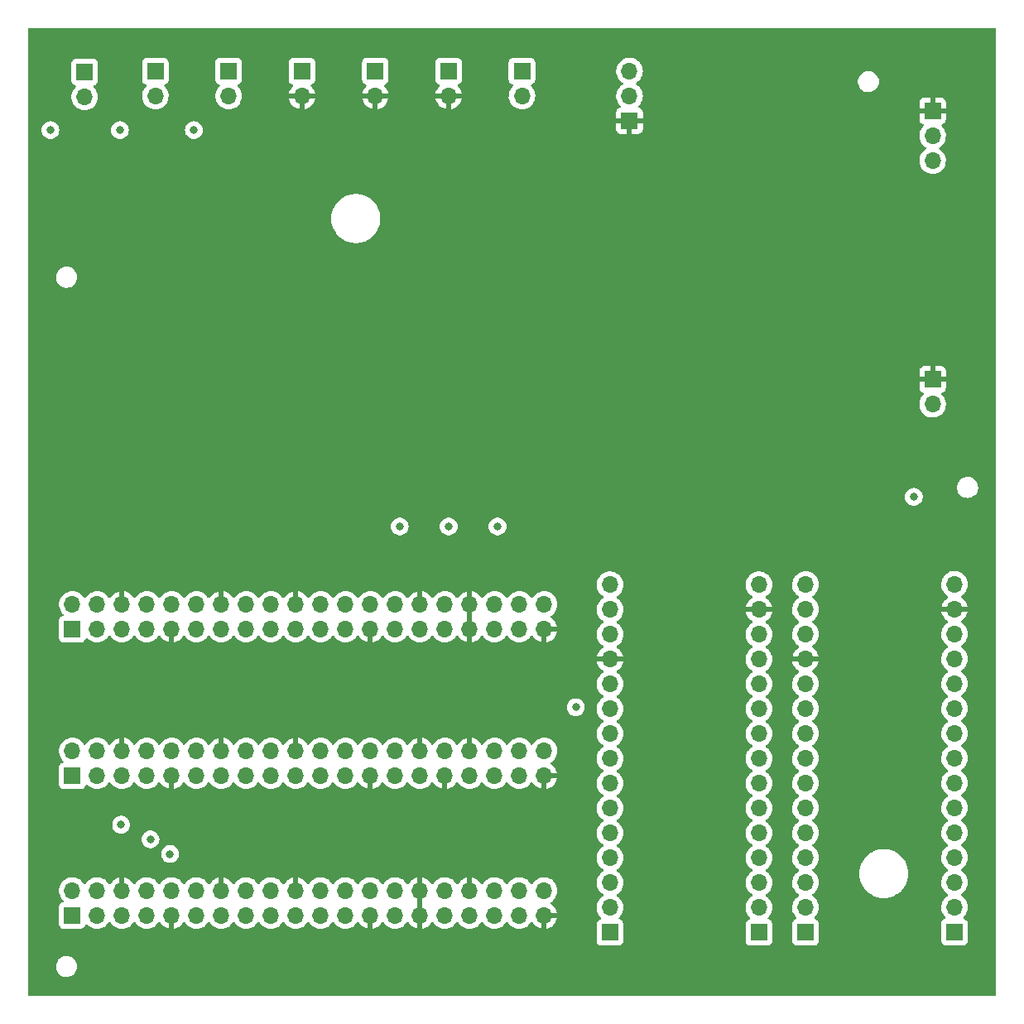
<source format=gbr>
%TF.GenerationSoftware,KiCad,Pcbnew,(5.99.0-11144-gea0c162604)*%
%TF.CreationDate,2021-09-24T14:59:39-05:00*%
%TF.ProjectId,The-Force-V2,5468652d-466f-4726-9365-2d56322e6b69,rev?*%
%TF.SameCoordinates,Original*%
%TF.FileFunction,Copper,L2,Inr*%
%TF.FilePolarity,Positive*%
%FSLAX46Y46*%
G04 Gerber Fmt 4.6, Leading zero omitted, Abs format (unit mm)*
G04 Created by KiCad (PCBNEW (5.99.0-11144-gea0c162604)) date 2021-09-24 14:59:39*
%MOMM*%
%LPD*%
G01*
G04 APERTURE LIST*
%TA.AperFunction,ComponentPad*%
%ADD10R,1.700000X1.700000*%
%TD*%
%TA.AperFunction,ComponentPad*%
%ADD11O,1.700000X1.700000*%
%TD*%
%TA.AperFunction,ViaPad*%
%ADD12C,0.800000*%
%TD*%
G04 APERTURE END LIST*
D10*
%TO.N,GND*%
%TO.C,J10*%
X162000000Y-60000000D03*
D11*
%TO.N,+12V*%
X162000000Y-57460000D03*
%TO.N,+5V*%
X162000000Y-54920000D03*
%TD*%
D10*
%TO.N,unconnected-(J17-Pad1)*%
%TO.C,J17*%
X180000000Y-143000000D03*
D11*
%TO.N,unconnected-(J17-Pad2)*%
X180000000Y-140460000D03*
%TO.N,COMM_BIT_4*%
X180000000Y-137920000D03*
%TO.N,COMM_BIT_3*%
X180000000Y-135380000D03*
%TO.N,COMM_BIT_2*%
X180000000Y-132840000D03*
%TO.N,COMM_BIT_1*%
X180000000Y-130300000D03*
%TO.N,COMM_BIT_0*%
X180000000Y-127760000D03*
%TO.N,unconnected-(J17-Pad8)*%
X180000000Y-125220000D03*
%TO.N,unconnected-(J17-Pad9)*%
X180000000Y-122680000D03*
%TO.N,DMX_DATA*%
X180000000Y-120140000D03*
%TO.N,RS_232_DATA*%
X180000000Y-117600000D03*
%TO.N,GND*%
X180000000Y-115060000D03*
%TO.N,unconnected-(J17-Pad13)*%
X180000000Y-112520000D03*
%TO.N,unconnected-(J17-Pad14)*%
X180000000Y-109980000D03*
%TO.N,unconnected-(J17-Pad15)*%
X180000000Y-107440000D03*
%TD*%
D10*
%TO.N,unconnected-(J16-Pad1)*%
%TO.C,J16*%
X175240000Y-143020000D03*
D11*
%TO.N,unconnected-(J16-Pad2)*%
X175240000Y-140480000D03*
%TO.N,unconnected-(J16-Pad3)*%
X175240000Y-137940000D03*
%TO.N,unconnected-(J16-Pad4)*%
X175240000Y-135400000D03*
%TO.N,unconnected-(J16-Pad5)*%
X175240000Y-132860000D03*
%TO.N,unconnected-(J16-Pad6)*%
X175240000Y-130320000D03*
%TO.N,unconnected-(J16-Pad7)*%
X175240000Y-127780000D03*
%TO.N,unconnected-(J16-Pad8)*%
X175240000Y-125240000D03*
%TO.N,unconnected-(J16-Pad9)*%
X175240000Y-122700000D03*
%TO.N,unconnected-(J16-Pad10)*%
X175240000Y-120160000D03*
%TO.N,unconnected-(J16-Pad11)*%
X175240000Y-117620000D03*
%TO.N,+5V*%
X175240000Y-115080000D03*
%TO.N,unconnected-(J16-Pad13)*%
X175240000Y-112540000D03*
%TO.N,GND*%
X175240000Y-110000000D03*
%TO.N,unconnected-(J16-Pad15)*%
X175240000Y-107460000D03*
%TD*%
D10*
%TO.N,+3V3*%
%TO.C,J2*%
X105000000Y-127000000D03*
D11*
%TO.N,+5V*%
X105000000Y-124460000D03*
%TO.N,unconnected-(J2-Pad3)*%
X107540000Y-127000000D03*
%TO.N,+5V*%
X107540000Y-124460000D03*
%TO.N,unconnected-(J2-Pad5)*%
X110080000Y-127000000D03*
%TO.N,GND*%
X110080000Y-124460000D03*
%TO.N,unconnected-(J2-Pad7)*%
X112620000Y-127000000D03*
%TO.N,unconnected-(J2-Pad8)*%
X112620000Y-124460000D03*
%TO.N,GND*%
X115160000Y-127000000D03*
%TO.N,unconnected-(J2-Pad10)*%
X115160000Y-124460000D03*
%TO.N,LED_ON*%
X117700000Y-127000000D03*
%TO.N,COMM_BIT_0*%
X117700000Y-124460000D03*
%TO.N,LED_PLAYING*%
X120240000Y-127000000D03*
%TO.N,GND*%
X120240000Y-124460000D03*
%TO.N,LED_MUTE*%
X122780000Y-127000000D03*
%TO.N,COMM_BIT_1*%
X122780000Y-124460000D03*
%TO.N,+3V3*%
X125320000Y-127000000D03*
%TO.N,COMM_BIT_2*%
X125320000Y-124460000D03*
%TO.N,unconnected-(J2-Pad19)*%
X127860000Y-127000000D03*
%TO.N,GND*%
X127860000Y-124460000D03*
%TO.N,unconnected-(J2-Pad21)*%
X130400000Y-127000000D03*
%TO.N,COMM_BIT_3*%
X130400000Y-124460000D03*
%TO.N,unconnected-(J2-Pad23)*%
X132940000Y-127000000D03*
%TO.N,COMM_BIT_4*%
X132940000Y-124460000D03*
%TO.N,GND*%
X135480000Y-127000000D03*
%TO.N,unconnected-(J2-Pad26)*%
X135480000Y-124460000D03*
%TO.N,unconnected-(J2-Pad27)*%
X138020000Y-127000000D03*
%TO.N,unconnected-(J2-Pad28)*%
X138020000Y-124460000D03*
%TO.N,unconnected-(J2-Pad29)*%
X140560000Y-127000000D03*
%TO.N,GND*%
X140560000Y-124460000D03*
X143100000Y-127000000D03*
%TO.N,REBOOT*%
X143100000Y-124460000D03*
%TO.N,unconnected-(J2-Pad33)*%
X145640000Y-127000000D03*
%TO.N,GND*%
X145640000Y-124460000D03*
%TO.N,unconnected-(J2-Pad35)*%
X148180000Y-127000000D03*
%TO.N,SHUTDOWN*%
X148180000Y-124460000D03*
%TO.N,START_BUTTON*%
X150720000Y-127000000D03*
%TO.N,MUTE*%
X150720000Y-124460000D03*
%TO.N,GND*%
X153260000Y-127000000D03*
%TO.N,unconnected-(J2-Pad40)*%
X153260000Y-124460000D03*
%TD*%
D10*
%TO.N,SHUTDOWN*%
%TO.C,J8*%
X136000000Y-54920000D03*
D11*
%TO.N,GND*%
X136000000Y-57460000D03*
%TD*%
D10*
%TO.N,+3V3*%
%TO.C,J3*%
X105000000Y-112000000D03*
D11*
%TO.N,+5V*%
X105000000Y-109460000D03*
%TO.N,unconnected-(J3-Pad3)*%
X107540000Y-112000000D03*
%TO.N,+5V*%
X107540000Y-109460000D03*
%TO.N,unconnected-(J3-Pad5)*%
X110080000Y-112000000D03*
%TO.N,GND*%
X110080000Y-109460000D03*
%TO.N,unconnected-(J3-Pad7)*%
X112620000Y-112000000D03*
%TO.N,unconnected-(J3-Pad8)*%
X112620000Y-109460000D03*
%TO.N,GND*%
X115160000Y-112000000D03*
%TO.N,unconnected-(J3-Pad10)*%
X115160000Y-109460000D03*
%TO.N,unconnected-(J3-Pad11)*%
X117700000Y-112000000D03*
%TO.N,COMM_BIT_0*%
X117700000Y-109460000D03*
%TO.N,unconnected-(J3-Pad13)*%
X120240000Y-112000000D03*
%TO.N,GND*%
X120240000Y-109460000D03*
%TO.N,unconnected-(J3-Pad15)*%
X122780000Y-112000000D03*
%TO.N,COMM_BIT_1*%
X122780000Y-109460000D03*
%TO.N,+3V3*%
X125320000Y-112000000D03*
%TO.N,COMM_BIT_2*%
X125320000Y-109460000D03*
%TO.N,unconnected-(J3-Pad19)*%
X127860000Y-112000000D03*
%TO.N,GND*%
X127860000Y-109460000D03*
%TO.N,unconnected-(J3-Pad21)*%
X130400000Y-112000000D03*
%TO.N,COMM_BIT_3*%
X130400000Y-109460000D03*
%TO.N,unconnected-(J3-Pad23)*%
X132940000Y-112000000D03*
%TO.N,COMM_BIT_4*%
X132940000Y-109460000D03*
%TO.N,GND*%
X135480000Y-112000000D03*
%TO.N,unconnected-(J3-Pad26)*%
X135480000Y-109460000D03*
%TO.N,unconnected-(J3-Pad27)*%
X138020000Y-112000000D03*
%TO.N,unconnected-(J3-Pad28)*%
X138020000Y-109460000D03*
%TO.N,unconnected-(J3-Pad29)*%
X140560000Y-112000000D03*
%TO.N,GND*%
X140560000Y-109460000D03*
%TO.N,unconnected-(J3-Pad31)*%
X143100000Y-112000000D03*
%TO.N,REBOOT*%
X143100000Y-109460000D03*
%TO.N,GND*%
X145640000Y-112000000D03*
X145640000Y-109460000D03*
%TO.N,unconnected-(J3-Pad35)*%
X148180000Y-112000000D03*
%TO.N,SHUTDOWN*%
X148180000Y-109460000D03*
%TO.N,unconnected-(J3-Pad37)*%
X150720000Y-112000000D03*
%TO.N,MUTE*%
X150720000Y-109460000D03*
%TO.N,GND*%
X153260000Y-112000000D03*
%TO.N,unconnected-(J3-Pad40)*%
X153260000Y-109460000D03*
%TD*%
D10*
%TO.N,+12V*%
%TO.C,J5*%
X151000000Y-54920000D03*
D11*
%TO.N,Net-(J5-Pad2)*%
X151000000Y-57460000D03*
%TD*%
D10*
%TO.N,Net-(J13-Pad1)*%
%TO.C,J13*%
X121000000Y-54920000D03*
D11*
%TO.N,Net-(J13-Pad2)*%
X121000000Y-57460000D03*
%TD*%
D10*
%TO.N,MUTE*%
%TO.C,J9*%
X143500000Y-54920000D03*
D11*
%TO.N,GND*%
X143500000Y-57460000D03*
%TD*%
D10*
%TO.N,Net-(J12-Pad1)*%
%TO.C,J12*%
X113500000Y-54920000D03*
D11*
%TO.N,Net-(J12-Pad2)*%
X113500000Y-57460000D03*
%TD*%
D10*
%TO.N,unconnected-(J15-Pad1)*%
%TO.C,J15*%
X160000000Y-143020000D03*
D11*
%TO.N,unconnected-(J15-Pad2)*%
X160000000Y-140480000D03*
%TO.N,COMM_BIT_4*%
X160000000Y-137940000D03*
%TO.N,COMM_BIT_3*%
X160000000Y-135400000D03*
%TO.N,COMM_BIT_2*%
X160000000Y-132860000D03*
%TO.N,COMM_BIT_1*%
X160000000Y-130320000D03*
%TO.N,COMM_BIT_0*%
X160000000Y-127780000D03*
%TO.N,unconnected-(J15-Pad8)*%
X160000000Y-125240000D03*
%TO.N,unconnected-(J15-Pad9)*%
X160000000Y-122700000D03*
%TO.N,DMX_DATA*%
X160000000Y-120160000D03*
%TO.N,RS_232_DATA*%
X160000000Y-117620000D03*
%TO.N,GND*%
X160000000Y-115080000D03*
%TO.N,unconnected-(J15-Pad13)*%
X160000000Y-112540000D03*
%TO.N,unconnected-(J15-Pad14)*%
X160000000Y-110000000D03*
%TO.N,unconnected-(J15-Pad15)*%
X160000000Y-107460000D03*
%TD*%
D10*
%TO.N,GND*%
%TO.C,J4*%
X193000000Y-59000000D03*
D11*
%TO.N,DMXB*%
X193000000Y-61540000D03*
%TO.N,DMXA*%
X193000000Y-64080000D03*
%TD*%
D10*
%TO.N,+3V3*%
%TO.C,J1*%
X105000000Y-141275000D03*
D11*
%TO.N,+5V*%
X105000000Y-138735000D03*
%TO.N,unconnected-(J1-Pad3)*%
X107540000Y-141275000D03*
%TO.N,+5V*%
X107540000Y-138735000D03*
%TO.N,unconnected-(J1-Pad5)*%
X110080000Y-141275000D03*
%TO.N,GND*%
X110080000Y-138735000D03*
%TO.N,unconnected-(J1-Pad7)*%
X112620000Y-141275000D03*
%TO.N,unconnected-(J1-Pad8)*%
X112620000Y-138735000D03*
%TO.N,GND*%
X115160000Y-141275000D03*
%TO.N,unconnected-(J1-Pad10)*%
X115160000Y-138735000D03*
%TO.N,unconnected-(J1-Pad11)*%
X117700000Y-141275000D03*
%TO.N,COMM_BIT_0*%
X117700000Y-138735000D03*
%TO.N,unconnected-(J1-Pad13)*%
X120240000Y-141275000D03*
%TO.N,GND*%
X120240000Y-138735000D03*
%TO.N,unconnected-(J1-Pad15)*%
X122780000Y-141275000D03*
%TO.N,COMM_BIT_1*%
X122780000Y-138735000D03*
%TO.N,+3V3*%
X125320000Y-141275000D03*
%TO.N,COMM_BIT_2*%
X125320000Y-138735000D03*
%TO.N,unconnected-(J1-Pad19)*%
X127860000Y-141275000D03*
%TO.N,GND*%
X127860000Y-138735000D03*
%TO.N,unconnected-(J1-Pad21)*%
X130400000Y-141275000D03*
%TO.N,COMM_BIT_3*%
X130400000Y-138735000D03*
%TO.N,unconnected-(J1-Pad23)*%
X132940000Y-141275000D03*
%TO.N,COMM_BIT_4*%
X132940000Y-138735000D03*
%TO.N,GND*%
X135480000Y-141275000D03*
%TO.N,unconnected-(J1-Pad26)*%
X135480000Y-138735000D03*
%TO.N,unconnected-(J1-Pad27)*%
X138020000Y-141275000D03*
%TO.N,unconnected-(J1-Pad28)*%
X138020000Y-138735000D03*
%TO.N,GND*%
X140560000Y-141275000D03*
X140560000Y-138735000D03*
%TO.N,unconnected-(J1-Pad31)*%
X143100000Y-141275000D03*
%TO.N,REBOOT*%
X143100000Y-138735000D03*
%TO.N,unconnected-(J1-Pad33)*%
X145640000Y-141275000D03*
%TO.N,GND*%
X145640000Y-138735000D03*
%TO.N,unconnected-(J1-Pad35)*%
X148180000Y-141275000D03*
%TO.N,SHUTDOWN*%
X148180000Y-138735000D03*
%TO.N,unconnected-(J1-Pad37)*%
X150720000Y-141275000D03*
%TO.N,MUTE*%
X150720000Y-138735000D03*
%TO.N,GND*%
X153260000Y-141275000D03*
%TO.N,unconnected-(J1-Pad40)*%
X153260000Y-138735000D03*
%TD*%
D10*
%TO.N,REBOOT*%
%TO.C,J7*%
X128500000Y-54920000D03*
D11*
%TO.N,GND*%
X128500000Y-57460000D03*
%TD*%
D10*
%TO.N,GND*%
%TO.C,J6*%
X193000000Y-86460000D03*
D11*
%TO.N,RS232_OUT*%
X193000000Y-89000000D03*
%TD*%
D10*
%TO.N,unconnected-(J14-Pad1)*%
%TO.C,J14*%
X195240000Y-142970000D03*
D11*
%TO.N,unconnected-(J14-Pad2)*%
X195240000Y-140430000D03*
%TO.N,unconnected-(J14-Pad3)*%
X195240000Y-137890000D03*
%TO.N,unconnected-(J14-Pad4)*%
X195240000Y-135350000D03*
%TO.N,unconnected-(J14-Pad5)*%
X195240000Y-132810000D03*
%TO.N,unconnected-(J14-Pad6)*%
X195240000Y-130270000D03*
%TO.N,unconnected-(J14-Pad7)*%
X195240000Y-127730000D03*
%TO.N,unconnected-(J14-Pad8)*%
X195240000Y-125190000D03*
%TO.N,unconnected-(J14-Pad9)*%
X195240000Y-122650000D03*
%TO.N,unconnected-(J14-Pad10)*%
X195240000Y-120110000D03*
%TO.N,unconnected-(J14-Pad11)*%
X195240000Y-117570000D03*
%TO.N,+5V*%
X195240000Y-115030000D03*
%TO.N,unconnected-(J14-Pad13)*%
X195240000Y-112490000D03*
%TO.N,GND*%
X195240000Y-109950000D03*
%TO.N,unconnected-(J14-Pad15)*%
X195240000Y-107410000D03*
%TD*%
D10*
%TO.N,Net-(J11-Pad1)*%
%TO.C,J11*%
X106270000Y-55027500D03*
D11*
%TO.N,Net-(J11-Pad2)*%
X106270000Y-57567500D03*
%TD*%
D12*
%TO.N,GND*%
X147000000Y-73000000D03*
X170500000Y-60500000D03*
X109800000Y-65000000D03*
X180000000Y-81500000D03*
X181500000Y-62500000D03*
X177000000Y-85000000D03*
X119000000Y-65000000D03*
X171500000Y-91000000D03*
X128200000Y-65000000D03*
X176500000Y-70000000D03*
X162000000Y-75500000D03*
%TO.N,+5V*%
X117440000Y-60950000D03*
X109880000Y-60950000D03*
X191080000Y-98470000D03*
X102770000Y-60950000D03*
%TO.N,+3V3*%
X143500000Y-101500000D03*
X138500000Y-101500000D03*
X148500000Y-101500000D03*
%TO.N,LED_ON*%
X110000000Y-132000000D03*
%TO.N,LED_PLAYING*%
X113000000Y-133500000D03*
%TO.N,LED_MUTE*%
X115000000Y-135000000D03*
%TO.N,START_BUTTON*%
X156500000Y-120000000D03*
%TD*%
%TA.AperFunction,Conductor*%
%TO.N,GND*%
G36*
X199434121Y-50528002D02*
G01*
X199480614Y-50581658D01*
X199492000Y-50634000D01*
X199492000Y-149366000D01*
X199471998Y-149434121D01*
X199418342Y-149480614D01*
X199366000Y-149492000D01*
X100634000Y-149492000D01*
X100565879Y-149471998D01*
X100519386Y-149418342D01*
X100508000Y-149366000D01*
X100508000Y-146600592D01*
X103339656Y-146600592D01*
X103378240Y-146803821D01*
X103454558Y-146996088D01*
X103565856Y-147170455D01*
X103708118Y-147320631D01*
X103712983Y-147324120D01*
X103712986Y-147324123D01*
X103871340Y-147437702D01*
X103871345Y-147437705D01*
X103876211Y-147441195D01*
X104064070Y-147527799D01*
X104069886Y-147529233D01*
X104069889Y-147529234D01*
X104259091Y-147575882D01*
X104259093Y-147575882D01*
X104264916Y-147577318D01*
X104270907Y-147577627D01*
X104270909Y-147577627D01*
X104330466Y-147580696D01*
X104471502Y-147587964D01*
X104477437Y-147587135D01*
X104477441Y-147587135D01*
X104598183Y-147570273D01*
X104676373Y-147559353D01*
X104818058Y-147510981D01*
X104866460Y-147494457D01*
X104866462Y-147494456D01*
X104872139Y-147492518D01*
X105051735Y-147389871D01*
X105208680Y-147255115D01*
X105337312Y-147093112D01*
X105340087Y-147087793D01*
X105430216Y-146915026D01*
X105430217Y-146915024D01*
X105432990Y-146909708D01*
X105492260Y-146711521D01*
X105512985Y-146505702D01*
X105513000Y-146500000D01*
X105493353Y-146294075D01*
X105435121Y-146095580D01*
X105385298Y-145998842D01*
X105343151Y-145917009D01*
X105343149Y-145917006D01*
X105340405Y-145911678D01*
X105268961Y-145820725D01*
X105216329Y-145753721D01*
X105216325Y-145753716D01*
X105212623Y-145749004D01*
X105056386Y-145613428D01*
X104877330Y-145509842D01*
X104681917Y-145441983D01*
X104675982Y-145441122D01*
X104675980Y-145441122D01*
X104483137Y-145413161D01*
X104483134Y-145413161D01*
X104477197Y-145412300D01*
X104270559Y-145421864D01*
X104141816Y-145452891D01*
X104075289Y-145468924D01*
X104075287Y-145468925D01*
X104069456Y-145470330D01*
X104063998Y-145472812D01*
X104063994Y-145472813D01*
X103950896Y-145524236D01*
X103881147Y-145555949D01*
X103712425Y-145675632D01*
X103569379Y-145825061D01*
X103566127Y-145830098D01*
X103566125Y-145830100D01*
X103513451Y-145911678D01*
X103457169Y-145998842D01*
X103454927Y-146004405D01*
X103420330Y-146090252D01*
X103379845Y-146190707D01*
X103378697Y-146196588D01*
X103378695Y-146196593D01*
X103358491Y-146300052D01*
X103340197Y-146393732D01*
X103339919Y-146500000D01*
X103339656Y-146600592D01*
X100508000Y-146600592D01*
X100508000Y-140425000D01*
X103636500Y-140425000D01*
X103636500Y-142125000D01*
X103641727Y-142198079D01*
X103645191Y-142209875D01*
X103674350Y-142309182D01*
X103682904Y-142338316D01*
X103687775Y-142345895D01*
X103757051Y-142453691D01*
X103757053Y-142453694D01*
X103761923Y-142461271D01*
X103768733Y-142467172D01*
X103865569Y-142551082D01*
X103865572Y-142551084D01*
X103872381Y-142556984D01*
X103880579Y-142560728D01*
X103992998Y-142612068D01*
X104005330Y-142617700D01*
X104014245Y-142618982D01*
X104014246Y-142618982D01*
X104145552Y-142637861D01*
X104145559Y-142637862D01*
X104150000Y-142638500D01*
X105850000Y-142638500D01*
X105923079Y-142633273D01*
X106015636Y-142606096D01*
X106054670Y-142594635D01*
X106054672Y-142594634D01*
X106063316Y-142592096D01*
X106130446Y-142548954D01*
X106178691Y-142517949D01*
X106178694Y-142517947D01*
X106186271Y-142513077D01*
X106211086Y-142484439D01*
X106276082Y-142409431D01*
X106276084Y-142409428D01*
X106281984Y-142402619D01*
X106342700Y-142269670D01*
X106343320Y-142265360D01*
X106380432Y-142207610D01*
X106445012Y-142178117D01*
X106515286Y-142188220D01*
X106547335Y-142209270D01*
X106715629Y-142361069D01*
X106910406Y-142484439D01*
X107123184Y-142573228D01*
X107128387Y-142574425D01*
X107128392Y-142574426D01*
X107342678Y-142623701D01*
X107342683Y-142623702D01*
X107347881Y-142624897D01*
X107353209Y-142625200D01*
X107353212Y-142625200D01*
X107503877Y-142633755D01*
X107578071Y-142637968D01*
X107583378Y-142637368D01*
X107583380Y-142637368D01*
X107757354Y-142617700D01*
X107807173Y-142612068D01*
X107812288Y-142610587D01*
X107812292Y-142610586D01*
X107937161Y-142574426D01*
X108028635Y-142547937D01*
X108236125Y-142447409D01*
X108240463Y-142444309D01*
X108240468Y-142444306D01*
X108419370Y-142316459D01*
X108423711Y-142313357D01*
X108561367Y-142174496D01*
X108582277Y-142153403D01*
X108582278Y-142153402D01*
X108586030Y-142149617D01*
X108589090Y-142145255D01*
X108589095Y-142145249D01*
X108707634Y-141976271D01*
X108763130Y-141931990D01*
X108833755Y-141924743D01*
X108897088Y-141956829D01*
X108921461Y-141988410D01*
X108941685Y-142025580D01*
X109084424Y-142206644D01*
X109088389Y-142210220D01*
X109251659Y-142357489D01*
X109251665Y-142357494D01*
X109255629Y-142361069D01*
X109450406Y-142484439D01*
X109663184Y-142573228D01*
X109668387Y-142574425D01*
X109668392Y-142574426D01*
X109882678Y-142623701D01*
X109882683Y-142623702D01*
X109887881Y-142624897D01*
X109893209Y-142625200D01*
X109893212Y-142625200D01*
X110043877Y-142633755D01*
X110118071Y-142637968D01*
X110123378Y-142637368D01*
X110123380Y-142637368D01*
X110297354Y-142617700D01*
X110347173Y-142612068D01*
X110352288Y-142610587D01*
X110352292Y-142610586D01*
X110477161Y-142574426D01*
X110568635Y-142547937D01*
X110776125Y-142447409D01*
X110780463Y-142444309D01*
X110780468Y-142444306D01*
X110959370Y-142316459D01*
X110963711Y-142313357D01*
X111101367Y-142174496D01*
X111122277Y-142153403D01*
X111122278Y-142153402D01*
X111126030Y-142149617D01*
X111129090Y-142145255D01*
X111129095Y-142145249D01*
X111247634Y-141976271D01*
X111303130Y-141931990D01*
X111373755Y-141924743D01*
X111437088Y-141956829D01*
X111461461Y-141988410D01*
X111481685Y-142025580D01*
X111624424Y-142206644D01*
X111628389Y-142210220D01*
X111791659Y-142357489D01*
X111791665Y-142357494D01*
X111795629Y-142361069D01*
X111990406Y-142484439D01*
X112203184Y-142573228D01*
X112208387Y-142574425D01*
X112208392Y-142574426D01*
X112422678Y-142623701D01*
X112422683Y-142623702D01*
X112427881Y-142624897D01*
X112433209Y-142625200D01*
X112433212Y-142625200D01*
X112583877Y-142633755D01*
X112658071Y-142637968D01*
X112663378Y-142637368D01*
X112663380Y-142637368D01*
X112837354Y-142617700D01*
X112887173Y-142612068D01*
X112892288Y-142610587D01*
X112892292Y-142610586D01*
X113017161Y-142574426D01*
X113108635Y-142547937D01*
X113316125Y-142447409D01*
X113320463Y-142444309D01*
X113320468Y-142444306D01*
X113499370Y-142316459D01*
X113503711Y-142313357D01*
X113641367Y-142174496D01*
X113662277Y-142153403D01*
X113662278Y-142153402D01*
X113666030Y-142149617D01*
X113787953Y-141975816D01*
X113843449Y-141931536D01*
X113914075Y-141924289D01*
X113977407Y-141956375D01*
X114001781Y-141987958D01*
X114019550Y-142020617D01*
X114025402Y-142029491D01*
X114161486Y-142202113D01*
X114168750Y-142209875D01*
X114331967Y-142357094D01*
X114340444Y-142363528D01*
X114526122Y-142481136D01*
X114535567Y-142486053D01*
X114738406Y-142570694D01*
X114748545Y-142573950D01*
X114888345Y-142606096D01*
X114902422Y-142605257D01*
X114906000Y-142595999D01*
X114906000Y-141147000D01*
X114926002Y-141078879D01*
X114979658Y-141032386D01*
X115032000Y-141021000D01*
X115288000Y-141021000D01*
X115356121Y-141041002D01*
X115402614Y-141094658D01*
X115414000Y-141147000D01*
X115414000Y-142594941D01*
X115418151Y-142609079D01*
X115428798Y-142610774D01*
X115432192Y-142610096D01*
X115643333Y-142548954D01*
X115653259Y-142545143D01*
X115851065Y-142449307D01*
X115860212Y-142443876D01*
X116039041Y-142316083D01*
X116047149Y-142309182D01*
X116201893Y-142153082D01*
X116208706Y-142144934D01*
X116327368Y-141975781D01*
X116382864Y-141931501D01*
X116453489Y-141924254D01*
X116516822Y-141956340D01*
X116541196Y-141987923D01*
X116559133Y-142020890D01*
X116561685Y-142025580D01*
X116704424Y-142206644D01*
X116708389Y-142210220D01*
X116871659Y-142357489D01*
X116871665Y-142357494D01*
X116875629Y-142361069D01*
X117070406Y-142484439D01*
X117283184Y-142573228D01*
X117288387Y-142574425D01*
X117288392Y-142574426D01*
X117502678Y-142623701D01*
X117502683Y-142623702D01*
X117507881Y-142624897D01*
X117513209Y-142625200D01*
X117513212Y-142625200D01*
X117663877Y-142633755D01*
X117738071Y-142637968D01*
X117743378Y-142637368D01*
X117743380Y-142637368D01*
X117917354Y-142617700D01*
X117967173Y-142612068D01*
X117972288Y-142610587D01*
X117972292Y-142610586D01*
X118097161Y-142574426D01*
X118188635Y-142547937D01*
X118396125Y-142447409D01*
X118400463Y-142444309D01*
X118400468Y-142444306D01*
X118579370Y-142316459D01*
X118583711Y-142313357D01*
X118721367Y-142174496D01*
X118742277Y-142153403D01*
X118742278Y-142153402D01*
X118746030Y-142149617D01*
X118749090Y-142145255D01*
X118749095Y-142145249D01*
X118867634Y-141976271D01*
X118923130Y-141931990D01*
X118993755Y-141924743D01*
X119057088Y-141956829D01*
X119081461Y-141988410D01*
X119101685Y-142025580D01*
X119244424Y-142206644D01*
X119248389Y-142210220D01*
X119411659Y-142357489D01*
X119411665Y-142357494D01*
X119415629Y-142361069D01*
X119610406Y-142484439D01*
X119823184Y-142573228D01*
X119828387Y-142574425D01*
X119828392Y-142574426D01*
X120042678Y-142623701D01*
X120042683Y-142623702D01*
X120047881Y-142624897D01*
X120053209Y-142625200D01*
X120053212Y-142625200D01*
X120203877Y-142633755D01*
X120278071Y-142637968D01*
X120283378Y-142637368D01*
X120283380Y-142637368D01*
X120457354Y-142617700D01*
X120507173Y-142612068D01*
X120512288Y-142610587D01*
X120512292Y-142610586D01*
X120637161Y-142574426D01*
X120728635Y-142547937D01*
X120936125Y-142447409D01*
X120940463Y-142444309D01*
X120940468Y-142444306D01*
X121119370Y-142316459D01*
X121123711Y-142313357D01*
X121261367Y-142174496D01*
X121282277Y-142153403D01*
X121282278Y-142153402D01*
X121286030Y-142149617D01*
X121289090Y-142145255D01*
X121289095Y-142145249D01*
X121407634Y-141976271D01*
X121463130Y-141931990D01*
X121533755Y-141924743D01*
X121597088Y-141956829D01*
X121621461Y-141988410D01*
X121641685Y-142025580D01*
X121784424Y-142206644D01*
X121788389Y-142210220D01*
X121951659Y-142357489D01*
X121951665Y-142357494D01*
X121955629Y-142361069D01*
X122150406Y-142484439D01*
X122363184Y-142573228D01*
X122368387Y-142574425D01*
X122368392Y-142574426D01*
X122582678Y-142623701D01*
X122582683Y-142623702D01*
X122587881Y-142624897D01*
X122593209Y-142625200D01*
X122593212Y-142625200D01*
X122743877Y-142633755D01*
X122818071Y-142637968D01*
X122823378Y-142637368D01*
X122823380Y-142637368D01*
X122997354Y-142617700D01*
X123047173Y-142612068D01*
X123052288Y-142610587D01*
X123052292Y-142610586D01*
X123177161Y-142574426D01*
X123268635Y-142547937D01*
X123476125Y-142447409D01*
X123480463Y-142444309D01*
X123480468Y-142444306D01*
X123659370Y-142316459D01*
X123663711Y-142313357D01*
X123801367Y-142174496D01*
X123822277Y-142153403D01*
X123822278Y-142153402D01*
X123826030Y-142149617D01*
X123829090Y-142145255D01*
X123829095Y-142145249D01*
X123947634Y-141976271D01*
X124003130Y-141931990D01*
X124073755Y-141924743D01*
X124137088Y-141956829D01*
X124161461Y-141988410D01*
X124181685Y-142025580D01*
X124324424Y-142206644D01*
X124328389Y-142210220D01*
X124491659Y-142357489D01*
X124491665Y-142357494D01*
X124495629Y-142361069D01*
X124690406Y-142484439D01*
X124903184Y-142573228D01*
X124908387Y-142574425D01*
X124908392Y-142574426D01*
X125122678Y-142623701D01*
X125122683Y-142623702D01*
X125127881Y-142624897D01*
X125133209Y-142625200D01*
X125133212Y-142625200D01*
X125283877Y-142633755D01*
X125358071Y-142637968D01*
X125363378Y-142637368D01*
X125363380Y-142637368D01*
X125537354Y-142617700D01*
X125587173Y-142612068D01*
X125592288Y-142610587D01*
X125592292Y-142610586D01*
X125717161Y-142574426D01*
X125808635Y-142547937D01*
X126016125Y-142447409D01*
X126020463Y-142444309D01*
X126020468Y-142444306D01*
X126199370Y-142316459D01*
X126203711Y-142313357D01*
X126341367Y-142174496D01*
X126362277Y-142153403D01*
X126362278Y-142153402D01*
X126366030Y-142149617D01*
X126369090Y-142145255D01*
X126369095Y-142145249D01*
X126487634Y-141976271D01*
X126543130Y-141931990D01*
X126613755Y-141924743D01*
X126677088Y-141956829D01*
X126701461Y-141988410D01*
X126721685Y-142025580D01*
X126864424Y-142206644D01*
X126868389Y-142210220D01*
X127031659Y-142357489D01*
X127031665Y-142357494D01*
X127035629Y-142361069D01*
X127230406Y-142484439D01*
X127443184Y-142573228D01*
X127448387Y-142574425D01*
X127448392Y-142574426D01*
X127662678Y-142623701D01*
X127662683Y-142623702D01*
X127667881Y-142624897D01*
X127673209Y-142625200D01*
X127673212Y-142625200D01*
X127823877Y-142633755D01*
X127898071Y-142637968D01*
X127903378Y-142637368D01*
X127903380Y-142637368D01*
X128077354Y-142617700D01*
X128127173Y-142612068D01*
X128132288Y-142610587D01*
X128132292Y-142610586D01*
X128257161Y-142574426D01*
X128348635Y-142547937D01*
X128556125Y-142447409D01*
X128560463Y-142444309D01*
X128560468Y-142444306D01*
X128739370Y-142316459D01*
X128743711Y-142313357D01*
X128881367Y-142174496D01*
X128902277Y-142153403D01*
X128902278Y-142153402D01*
X128906030Y-142149617D01*
X128909090Y-142145255D01*
X128909095Y-142145249D01*
X129027634Y-141976271D01*
X129083130Y-141931990D01*
X129153755Y-141924743D01*
X129217088Y-141956829D01*
X129241461Y-141988410D01*
X129261685Y-142025580D01*
X129404424Y-142206644D01*
X129408389Y-142210220D01*
X129571659Y-142357489D01*
X129571665Y-142357494D01*
X129575629Y-142361069D01*
X129770406Y-142484439D01*
X129983184Y-142573228D01*
X129988387Y-142574425D01*
X129988392Y-142574426D01*
X130202678Y-142623701D01*
X130202683Y-142623702D01*
X130207881Y-142624897D01*
X130213209Y-142625200D01*
X130213212Y-142625200D01*
X130363877Y-142633755D01*
X130438071Y-142637968D01*
X130443378Y-142637368D01*
X130443380Y-142637368D01*
X130617354Y-142617700D01*
X130667173Y-142612068D01*
X130672288Y-142610587D01*
X130672292Y-142610586D01*
X130797161Y-142574426D01*
X130888635Y-142547937D01*
X131096125Y-142447409D01*
X131100463Y-142444309D01*
X131100468Y-142444306D01*
X131279370Y-142316459D01*
X131283711Y-142313357D01*
X131421367Y-142174496D01*
X131442277Y-142153403D01*
X131442278Y-142153402D01*
X131446030Y-142149617D01*
X131449090Y-142145255D01*
X131449095Y-142145249D01*
X131567634Y-141976271D01*
X131623130Y-141931990D01*
X131693755Y-141924743D01*
X131757088Y-141956829D01*
X131781461Y-141988410D01*
X131801685Y-142025580D01*
X131944424Y-142206644D01*
X131948389Y-142210220D01*
X132111659Y-142357489D01*
X132111665Y-142357494D01*
X132115629Y-142361069D01*
X132310406Y-142484439D01*
X132523184Y-142573228D01*
X132528387Y-142574425D01*
X132528392Y-142574426D01*
X132742678Y-142623701D01*
X132742683Y-142623702D01*
X132747881Y-142624897D01*
X132753209Y-142625200D01*
X132753212Y-142625200D01*
X132903877Y-142633755D01*
X132978071Y-142637968D01*
X132983378Y-142637368D01*
X132983380Y-142637368D01*
X133157354Y-142617700D01*
X133207173Y-142612068D01*
X133212288Y-142610587D01*
X133212292Y-142610586D01*
X133337161Y-142574426D01*
X133428635Y-142547937D01*
X133636125Y-142447409D01*
X133640463Y-142444309D01*
X133640468Y-142444306D01*
X133819370Y-142316459D01*
X133823711Y-142313357D01*
X133961367Y-142174496D01*
X133982277Y-142153403D01*
X133982278Y-142153402D01*
X133986030Y-142149617D01*
X134107953Y-141975816D01*
X134163449Y-141931536D01*
X134234075Y-141924289D01*
X134297407Y-141956375D01*
X134321781Y-141987958D01*
X134339550Y-142020617D01*
X134345402Y-142029491D01*
X134481486Y-142202113D01*
X134488750Y-142209875D01*
X134651967Y-142357094D01*
X134660444Y-142363528D01*
X134846122Y-142481136D01*
X134855567Y-142486053D01*
X135058406Y-142570694D01*
X135068545Y-142573950D01*
X135208345Y-142606096D01*
X135222422Y-142605257D01*
X135226000Y-142595999D01*
X135226000Y-141147000D01*
X135246002Y-141078879D01*
X135299658Y-141032386D01*
X135352000Y-141021000D01*
X135608000Y-141021000D01*
X135676121Y-141041002D01*
X135722614Y-141094658D01*
X135734000Y-141147000D01*
X135734000Y-142594941D01*
X135738151Y-142609079D01*
X135748798Y-142610774D01*
X135752192Y-142610096D01*
X135963333Y-142548954D01*
X135973259Y-142545143D01*
X136171065Y-142449307D01*
X136180212Y-142443876D01*
X136359041Y-142316083D01*
X136367149Y-142309182D01*
X136521893Y-142153082D01*
X136528706Y-142144934D01*
X136647368Y-141975781D01*
X136702864Y-141931501D01*
X136773489Y-141924254D01*
X136836822Y-141956340D01*
X136861196Y-141987923D01*
X136879133Y-142020890D01*
X136881685Y-142025580D01*
X137024424Y-142206644D01*
X137028389Y-142210220D01*
X137191659Y-142357489D01*
X137191665Y-142357494D01*
X137195629Y-142361069D01*
X137390406Y-142484439D01*
X137603184Y-142573228D01*
X137608387Y-142574425D01*
X137608392Y-142574426D01*
X137822678Y-142623701D01*
X137822683Y-142623702D01*
X137827881Y-142624897D01*
X137833209Y-142625200D01*
X137833212Y-142625200D01*
X137983877Y-142633755D01*
X138058071Y-142637968D01*
X138063378Y-142637368D01*
X138063380Y-142637368D01*
X138237354Y-142617700D01*
X138287173Y-142612068D01*
X138292288Y-142610587D01*
X138292292Y-142610586D01*
X138417161Y-142574426D01*
X138508635Y-142547937D01*
X138716125Y-142447409D01*
X138720463Y-142444309D01*
X138720468Y-142444306D01*
X138899370Y-142316459D01*
X138903711Y-142313357D01*
X139041367Y-142174496D01*
X139062277Y-142153403D01*
X139062278Y-142153402D01*
X139066030Y-142149617D01*
X139187953Y-141975816D01*
X139243449Y-141931536D01*
X139314075Y-141924289D01*
X139377407Y-141956375D01*
X139401781Y-141987958D01*
X139419550Y-142020617D01*
X139425402Y-142029491D01*
X139561486Y-142202113D01*
X139568750Y-142209875D01*
X139731967Y-142357094D01*
X139740444Y-142363528D01*
X139926122Y-142481136D01*
X139935567Y-142486053D01*
X140138406Y-142570694D01*
X140148545Y-142573950D01*
X140288345Y-142606096D01*
X140302422Y-142605257D01*
X140306000Y-142595999D01*
X140306000Y-137418717D01*
X140305328Y-137416430D01*
X140814000Y-137416430D01*
X140814000Y-142594941D01*
X140818151Y-142609079D01*
X140828798Y-142610774D01*
X140832192Y-142610096D01*
X141043333Y-142548954D01*
X141053259Y-142545143D01*
X141251065Y-142449307D01*
X141260212Y-142443876D01*
X141439041Y-142316083D01*
X141447149Y-142309182D01*
X141601893Y-142153082D01*
X141608706Y-142144934D01*
X141727368Y-141975781D01*
X141782864Y-141931501D01*
X141853489Y-141924254D01*
X141916822Y-141956340D01*
X141941196Y-141987923D01*
X141959133Y-142020890D01*
X141961685Y-142025580D01*
X142104424Y-142206644D01*
X142108389Y-142210220D01*
X142271659Y-142357489D01*
X142271665Y-142357494D01*
X142275629Y-142361069D01*
X142470406Y-142484439D01*
X142683184Y-142573228D01*
X142688387Y-142574425D01*
X142688392Y-142574426D01*
X142902678Y-142623701D01*
X142902683Y-142623702D01*
X142907881Y-142624897D01*
X142913209Y-142625200D01*
X142913212Y-142625200D01*
X143063877Y-142633755D01*
X143138071Y-142637968D01*
X143143378Y-142637368D01*
X143143380Y-142637368D01*
X143317354Y-142617700D01*
X143367173Y-142612068D01*
X143372288Y-142610587D01*
X143372292Y-142610586D01*
X143497161Y-142574426D01*
X143588635Y-142547937D01*
X143796125Y-142447409D01*
X143800463Y-142444309D01*
X143800468Y-142444306D01*
X143979370Y-142316459D01*
X143983711Y-142313357D01*
X144121367Y-142174496D01*
X144142277Y-142153403D01*
X144142278Y-142153402D01*
X144146030Y-142149617D01*
X144149090Y-142145255D01*
X144149095Y-142145249D01*
X144267634Y-141976271D01*
X144323130Y-141931990D01*
X144393755Y-141924743D01*
X144457088Y-141956829D01*
X144481461Y-141988410D01*
X144501685Y-142025580D01*
X144644424Y-142206644D01*
X144648389Y-142210220D01*
X144811659Y-142357489D01*
X144811665Y-142357494D01*
X144815629Y-142361069D01*
X145010406Y-142484439D01*
X145223184Y-142573228D01*
X145228387Y-142574425D01*
X145228392Y-142574426D01*
X145442678Y-142623701D01*
X145442683Y-142623702D01*
X145447881Y-142624897D01*
X145453209Y-142625200D01*
X145453212Y-142625200D01*
X145603877Y-142633755D01*
X145678071Y-142637968D01*
X145683378Y-142637368D01*
X145683380Y-142637368D01*
X145857354Y-142617700D01*
X145907173Y-142612068D01*
X145912288Y-142610587D01*
X145912292Y-142610586D01*
X146037161Y-142574426D01*
X146128635Y-142547937D01*
X146336125Y-142447409D01*
X146340463Y-142444309D01*
X146340468Y-142444306D01*
X146519370Y-142316459D01*
X146523711Y-142313357D01*
X146661367Y-142174496D01*
X146682277Y-142153403D01*
X146682278Y-142153402D01*
X146686030Y-142149617D01*
X146689090Y-142145255D01*
X146689095Y-142145249D01*
X146807634Y-141976271D01*
X146863130Y-141931990D01*
X146933755Y-141924743D01*
X146997088Y-141956829D01*
X147021461Y-141988410D01*
X147041685Y-142025580D01*
X147184424Y-142206644D01*
X147188389Y-142210220D01*
X147351659Y-142357489D01*
X147351665Y-142357494D01*
X147355629Y-142361069D01*
X147550406Y-142484439D01*
X147763184Y-142573228D01*
X147768387Y-142574425D01*
X147768392Y-142574426D01*
X147982678Y-142623701D01*
X147982683Y-142623702D01*
X147987881Y-142624897D01*
X147993209Y-142625200D01*
X147993212Y-142625200D01*
X148143877Y-142633755D01*
X148218071Y-142637968D01*
X148223378Y-142637368D01*
X148223380Y-142637368D01*
X148397354Y-142617700D01*
X148447173Y-142612068D01*
X148452288Y-142610587D01*
X148452292Y-142610586D01*
X148577161Y-142574426D01*
X148668635Y-142547937D01*
X148876125Y-142447409D01*
X148880463Y-142444309D01*
X148880468Y-142444306D01*
X149059370Y-142316459D01*
X149063711Y-142313357D01*
X149201367Y-142174496D01*
X149222277Y-142153403D01*
X149222278Y-142153402D01*
X149226030Y-142149617D01*
X149229090Y-142145255D01*
X149229095Y-142145249D01*
X149347634Y-141976271D01*
X149403130Y-141931990D01*
X149473755Y-141924743D01*
X149537088Y-141956829D01*
X149561461Y-141988410D01*
X149581685Y-142025580D01*
X149724424Y-142206644D01*
X149728389Y-142210220D01*
X149891659Y-142357489D01*
X149891665Y-142357494D01*
X149895629Y-142361069D01*
X150090406Y-142484439D01*
X150303184Y-142573228D01*
X150308387Y-142574425D01*
X150308392Y-142574426D01*
X150522678Y-142623701D01*
X150522683Y-142623702D01*
X150527881Y-142624897D01*
X150533209Y-142625200D01*
X150533212Y-142625200D01*
X150683877Y-142633755D01*
X150758071Y-142637968D01*
X150763378Y-142637368D01*
X150763380Y-142637368D01*
X150937354Y-142617700D01*
X150987173Y-142612068D01*
X150992288Y-142610587D01*
X150992292Y-142610586D01*
X151117161Y-142574426D01*
X151208635Y-142547937D01*
X151416125Y-142447409D01*
X151420463Y-142444309D01*
X151420468Y-142444306D01*
X151599370Y-142316459D01*
X151603711Y-142313357D01*
X151741367Y-142174496D01*
X151762277Y-142153403D01*
X151762278Y-142153402D01*
X151766030Y-142149617D01*
X151887953Y-141975816D01*
X151943449Y-141931536D01*
X152014075Y-141924289D01*
X152077407Y-141956375D01*
X152101781Y-141987958D01*
X152119550Y-142020617D01*
X152125402Y-142029491D01*
X152261486Y-142202113D01*
X152268750Y-142209875D01*
X152431967Y-142357094D01*
X152440444Y-142363528D01*
X152626122Y-142481136D01*
X152635567Y-142486053D01*
X152838406Y-142570694D01*
X152848545Y-142573950D01*
X152988345Y-142606096D01*
X153002422Y-142605257D01*
X153006000Y-142595999D01*
X153006000Y-141542548D01*
X153514000Y-141542548D01*
X153514000Y-142594941D01*
X153518151Y-142609079D01*
X153528798Y-142610774D01*
X153532192Y-142610096D01*
X153743333Y-142548954D01*
X153753259Y-142545143D01*
X153951065Y-142449307D01*
X153960212Y-142443876D01*
X154139041Y-142316083D01*
X154147149Y-142309182D01*
X154285122Y-142170000D01*
X158636500Y-142170000D01*
X158636500Y-143870000D01*
X158641727Y-143943079D01*
X158659281Y-144002864D01*
X158677032Y-144063316D01*
X158682904Y-144083316D01*
X158687775Y-144090895D01*
X158757051Y-144198691D01*
X158757053Y-144198694D01*
X158761923Y-144206271D01*
X158768733Y-144212172D01*
X158865569Y-144296082D01*
X158865572Y-144296084D01*
X158872381Y-144301984D01*
X158880579Y-144305728D01*
X158996692Y-144358755D01*
X159005330Y-144362700D01*
X159014245Y-144363982D01*
X159014246Y-144363982D01*
X159145552Y-144382861D01*
X159145559Y-144382862D01*
X159150000Y-144383500D01*
X160850000Y-144383500D01*
X160923079Y-144378273D01*
X161001165Y-144355345D01*
X161054670Y-144339635D01*
X161054672Y-144339634D01*
X161063316Y-144337096D01*
X161127135Y-144296082D01*
X161178691Y-144262949D01*
X161178694Y-144262947D01*
X161186271Y-144258077D01*
X161229597Y-144208077D01*
X161276082Y-144154431D01*
X161276084Y-144154428D01*
X161281984Y-144147619D01*
X161342700Y-144014670D01*
X161343982Y-144005754D01*
X161362861Y-143874448D01*
X161362862Y-143874441D01*
X161363500Y-143870000D01*
X161363500Y-142170000D01*
X173876500Y-142170000D01*
X173876500Y-143870000D01*
X173881727Y-143943079D01*
X173899281Y-144002864D01*
X173917032Y-144063316D01*
X173922904Y-144083316D01*
X173927775Y-144090895D01*
X173997051Y-144198691D01*
X173997053Y-144198694D01*
X174001923Y-144206271D01*
X174008733Y-144212172D01*
X174105569Y-144296082D01*
X174105572Y-144296084D01*
X174112381Y-144301984D01*
X174120579Y-144305728D01*
X174236692Y-144358755D01*
X174245330Y-144362700D01*
X174254245Y-144363982D01*
X174254246Y-144363982D01*
X174385552Y-144382861D01*
X174385559Y-144382862D01*
X174390000Y-144383500D01*
X176090000Y-144383500D01*
X176163079Y-144378273D01*
X176241165Y-144355345D01*
X176294670Y-144339635D01*
X176294672Y-144339634D01*
X176303316Y-144337096D01*
X176367135Y-144296082D01*
X176418691Y-144262949D01*
X176418694Y-144262947D01*
X176426271Y-144258077D01*
X176469597Y-144208077D01*
X176516082Y-144154431D01*
X176516084Y-144154428D01*
X176521984Y-144147619D01*
X176582700Y-144014670D01*
X176583982Y-144005754D01*
X176602861Y-143874448D01*
X176602862Y-143874441D01*
X176603500Y-143870000D01*
X176603500Y-142170000D01*
X176602069Y-142150000D01*
X178636500Y-142150000D01*
X178636500Y-143850000D01*
X178641727Y-143923079D01*
X178649503Y-143949562D01*
X178676321Y-144040895D01*
X178682904Y-144063316D01*
X178687775Y-144070895D01*
X178757051Y-144178691D01*
X178757053Y-144178694D01*
X178761923Y-144186271D01*
X178768733Y-144192172D01*
X178865569Y-144276082D01*
X178865572Y-144276084D01*
X178872381Y-144281984D01*
X178880579Y-144285728D01*
X178983786Y-144332861D01*
X179005330Y-144342700D01*
X179014245Y-144343982D01*
X179014246Y-144343982D01*
X179145552Y-144362861D01*
X179145559Y-144362862D01*
X179150000Y-144363500D01*
X180850000Y-144363500D01*
X180923079Y-144358273D01*
X181023609Y-144328755D01*
X181054670Y-144319635D01*
X181054672Y-144319634D01*
X181063316Y-144317096D01*
X181158806Y-144255728D01*
X181178691Y-144242949D01*
X181178694Y-144242947D01*
X181186271Y-144238077D01*
X181208718Y-144212172D01*
X181276082Y-144134431D01*
X181276084Y-144134428D01*
X181281984Y-144127619D01*
X181342700Y-143994670D01*
X181348295Y-143955754D01*
X181362861Y-143854448D01*
X181362862Y-143854441D01*
X181363500Y-143850000D01*
X181363500Y-142150000D01*
X181361354Y-142120000D01*
X193876500Y-142120000D01*
X193876500Y-143820000D01*
X193881727Y-143893079D01*
X193896408Y-143943079D01*
X193913963Y-144002864D01*
X193922904Y-144033316D01*
X193942184Y-144063316D01*
X193997051Y-144148691D01*
X193997053Y-144148694D01*
X194001923Y-144156271D01*
X194008733Y-144162172D01*
X194105569Y-144246082D01*
X194105572Y-144246084D01*
X194112381Y-144251984D01*
X194120579Y-144255728D01*
X194230064Y-144305728D01*
X194245330Y-144312700D01*
X194254245Y-144313982D01*
X194254246Y-144313982D01*
X194385552Y-144332861D01*
X194385559Y-144332862D01*
X194390000Y-144333500D01*
X196090000Y-144333500D01*
X196163079Y-144328273D01*
X196252612Y-144301984D01*
X196294670Y-144289635D01*
X196294672Y-144289634D01*
X196303316Y-144287096D01*
X196372010Y-144242949D01*
X196418691Y-144212949D01*
X196418694Y-144212947D01*
X196426271Y-144208077D01*
X196466048Y-144162172D01*
X196516082Y-144104431D01*
X196516084Y-144104428D01*
X196521984Y-144097619D01*
X196528516Y-144083316D01*
X196578958Y-143972864D01*
X196578958Y-143972863D01*
X196582700Y-143964670D01*
X196595988Y-143872250D01*
X196602861Y-143824448D01*
X196602862Y-143824441D01*
X196603500Y-143820000D01*
X196603500Y-142120000D01*
X196598273Y-142046921D01*
X196571777Y-141956684D01*
X196559635Y-141915330D01*
X196559634Y-141915328D01*
X196557096Y-141906684D01*
X196511393Y-141835569D01*
X196482949Y-141791309D01*
X196482947Y-141791306D01*
X196478077Y-141783729D01*
X196452912Y-141761923D01*
X196374431Y-141693918D01*
X196374428Y-141693916D01*
X196367619Y-141688016D01*
X196234670Y-141627300D01*
X196227612Y-141626285D01*
X196168687Y-141588417D01*
X196139193Y-141523836D01*
X196149296Y-141453562D01*
X196174427Y-141417197D01*
X196176199Y-141415410D01*
X196256290Y-141334617D01*
X196282277Y-141308403D01*
X196282278Y-141308402D01*
X196286030Y-141304617D01*
X196373043Y-141180580D01*
X196415375Y-141120236D01*
X196415376Y-141120234D01*
X196418439Y-141115868D01*
X196517153Y-140907508D01*
X196579349Y-140685494D01*
X196585143Y-140629906D01*
X196590886Y-140574795D01*
X196603249Y-140456176D01*
X196603500Y-140430000D01*
X196595611Y-140337023D01*
X196584458Y-140205576D01*
X196584457Y-140205572D01*
X196584007Y-140200265D01*
X196577918Y-140176803D01*
X196540347Y-140032051D01*
X196526084Y-139977098D01*
X196501113Y-139921663D01*
X196433578Y-139771743D01*
X196433577Y-139771741D01*
X196431388Y-139766882D01*
X196302627Y-139575626D01*
X196143482Y-139408799D01*
X196110540Y-139384289D01*
X196021302Y-139317894D01*
X195958504Y-139271171D01*
X195953743Y-139268751D01*
X195950425Y-139266693D01*
X195903071Y-139213796D01*
X195891832Y-139143695D01*
X195920277Y-139078645D01*
X195943564Y-139057093D01*
X196010962Y-139008929D01*
X196123711Y-138928357D01*
X196256290Y-138794617D01*
X196282277Y-138768403D01*
X196282278Y-138768402D01*
X196286030Y-138764617D01*
X196373043Y-138640580D01*
X196415375Y-138580236D01*
X196415376Y-138580234D01*
X196418439Y-138575868D01*
X196517153Y-138367508D01*
X196579349Y-138145494D01*
X196585143Y-138089906D01*
X196590886Y-138034795D01*
X196603249Y-137916176D01*
X196603500Y-137890000D01*
X196593404Y-137771012D01*
X196584458Y-137665576D01*
X196584457Y-137665572D01*
X196584007Y-137660265D01*
X196577918Y-137636803D01*
X196540404Y-137492269D01*
X196526084Y-137437098D01*
X196523541Y-137431451D01*
X196433578Y-137231743D01*
X196433577Y-137231741D01*
X196431388Y-137226882D01*
X196302627Y-137035626D01*
X196268642Y-137000000D01*
X196194859Y-136922656D01*
X196143482Y-136868799D01*
X195958504Y-136731171D01*
X195953743Y-136728751D01*
X195950425Y-136726693D01*
X195903071Y-136673796D01*
X195891832Y-136603695D01*
X195920277Y-136538645D01*
X195943564Y-136517093D01*
X195986977Y-136486069D01*
X196123711Y-136388357D01*
X196256290Y-136254617D01*
X196282277Y-136228403D01*
X196282278Y-136228402D01*
X196286030Y-136224617D01*
X196373043Y-136100580D01*
X196415375Y-136040236D01*
X196415376Y-136040234D01*
X196418439Y-136035868D01*
X196517153Y-135827508D01*
X196579349Y-135605494D01*
X196603249Y-135376176D01*
X196603500Y-135350000D01*
X196594712Y-135246429D01*
X196584458Y-135125576D01*
X196584457Y-135125572D01*
X196584007Y-135120265D01*
X196526084Y-134897098D01*
X196484054Y-134803794D01*
X196433578Y-134691743D01*
X196433577Y-134691741D01*
X196431388Y-134686882D01*
X196302627Y-134495626D01*
X196277014Y-134468776D01*
X196194859Y-134382656D01*
X196143482Y-134328799D01*
X196096441Y-134293799D01*
X196021302Y-134237894D01*
X195958504Y-134191171D01*
X195953743Y-134188751D01*
X195950425Y-134186693D01*
X195903071Y-134133796D01*
X195891832Y-134063695D01*
X195920277Y-133998645D01*
X195943564Y-133977093D01*
X196010962Y-133928929D01*
X196123711Y-133848357D01*
X196256290Y-133714617D01*
X196282277Y-133688403D01*
X196282278Y-133688402D01*
X196286030Y-133684617D01*
X196373043Y-133560580D01*
X196415375Y-133500236D01*
X196415376Y-133500234D01*
X196418439Y-133495868D01*
X196517153Y-133287508D01*
X196579349Y-133065494D01*
X196603249Y-132836176D01*
X196603393Y-132821137D01*
X196603472Y-132812963D01*
X196603472Y-132812954D01*
X196603500Y-132810000D01*
X196595158Y-132711683D01*
X196584458Y-132585576D01*
X196584457Y-132585572D01*
X196584007Y-132580265D01*
X196574037Y-132541850D01*
X196540404Y-132412269D01*
X196526084Y-132357098D01*
X196474731Y-132243098D01*
X196433578Y-132151743D01*
X196433577Y-132151741D01*
X196431388Y-132146882D01*
X196302627Y-131955626D01*
X196143482Y-131788799D01*
X195958504Y-131651171D01*
X195953743Y-131648751D01*
X195950425Y-131646693D01*
X195903071Y-131593796D01*
X195891832Y-131523695D01*
X195920277Y-131458645D01*
X195943564Y-131437093D01*
X196010962Y-131388929D01*
X196123711Y-131308357D01*
X196256290Y-131174617D01*
X196282277Y-131148403D01*
X196282278Y-131148402D01*
X196286030Y-131144617D01*
X196373043Y-131020580D01*
X196415375Y-130960236D01*
X196415376Y-130960234D01*
X196418439Y-130955868D01*
X196517153Y-130747508D01*
X196579349Y-130525494D01*
X196603249Y-130296176D01*
X196603500Y-130270000D01*
X196594712Y-130166429D01*
X196584458Y-130045576D01*
X196584457Y-130045572D01*
X196584007Y-130040265D01*
X196526084Y-129817098D01*
X196474731Y-129703098D01*
X196433578Y-129611743D01*
X196433577Y-129611741D01*
X196431388Y-129606882D01*
X196302627Y-129415626D01*
X196143482Y-129248799D01*
X195958504Y-129111171D01*
X195953743Y-129108751D01*
X195950425Y-129106693D01*
X195903071Y-129053796D01*
X195891832Y-128983695D01*
X195920277Y-128918645D01*
X195943564Y-128897093D01*
X196010962Y-128848929D01*
X196123711Y-128768357D01*
X196256290Y-128634617D01*
X196282277Y-128608403D01*
X196282278Y-128608402D01*
X196286030Y-128604617D01*
X196373043Y-128480580D01*
X196415375Y-128420236D01*
X196415376Y-128420234D01*
X196418439Y-128415868D01*
X196517153Y-128207508D01*
X196579349Y-127985494D01*
X196603249Y-127756176D01*
X196603500Y-127730000D01*
X196603250Y-127727052D01*
X196584458Y-127505576D01*
X196584457Y-127505572D01*
X196584007Y-127500265D01*
X196578101Y-127477508D01*
X196539779Y-127329861D01*
X196526084Y-127277098D01*
X196474731Y-127163098D01*
X196433578Y-127071743D01*
X196433577Y-127071741D01*
X196431388Y-127066882D01*
X196302627Y-126875626D01*
X196143482Y-126708799D01*
X195958504Y-126571171D01*
X195953743Y-126568751D01*
X195950425Y-126566693D01*
X195903071Y-126513796D01*
X195891832Y-126443695D01*
X195920277Y-126378645D01*
X195943564Y-126357093D01*
X195971846Y-126336882D01*
X196123711Y-126228357D01*
X196252537Y-126098403D01*
X196282277Y-126068403D01*
X196282278Y-126068402D01*
X196286030Y-126064617D01*
X196327620Y-126005330D01*
X196415375Y-125880236D01*
X196415376Y-125880234D01*
X196418439Y-125875868D01*
X196517153Y-125667508D01*
X196579349Y-125445494D01*
X196603249Y-125216176D01*
X196603500Y-125190000D01*
X196603250Y-125187052D01*
X196584458Y-124965576D01*
X196584457Y-124965572D01*
X196584007Y-124960265D01*
X196578101Y-124937508D01*
X196539779Y-124789861D01*
X196526084Y-124737098D01*
X196518669Y-124720636D01*
X196433578Y-124531743D01*
X196433577Y-124531741D01*
X196431388Y-124526882D01*
X196302627Y-124335626D01*
X196143482Y-124168799D01*
X195958504Y-124031171D01*
X195953743Y-124028751D01*
X195950425Y-124026693D01*
X195903071Y-123973796D01*
X195891832Y-123903695D01*
X195920277Y-123838645D01*
X195943564Y-123817093D01*
X196010962Y-123768929D01*
X196123711Y-123688357D01*
X196256290Y-123554617D01*
X196282277Y-123528403D01*
X196282278Y-123528402D01*
X196286030Y-123524617D01*
X196373043Y-123400580D01*
X196415375Y-123340236D01*
X196415376Y-123340234D01*
X196418439Y-123335868D01*
X196435822Y-123299178D01*
X196504598Y-123154009D01*
X196517153Y-123127508D01*
X196579349Y-122905494D01*
X196603249Y-122676176D01*
X196603500Y-122650000D01*
X196594712Y-122546429D01*
X196584458Y-122425576D01*
X196584457Y-122425572D01*
X196584007Y-122420265D01*
X196526084Y-122197098D01*
X196474731Y-122083098D01*
X196433578Y-121991743D01*
X196433577Y-121991741D01*
X196431388Y-121986882D01*
X196302627Y-121795626D01*
X196143482Y-121628799D01*
X195958504Y-121491171D01*
X195953743Y-121488751D01*
X195950425Y-121486693D01*
X195903071Y-121433796D01*
X195891832Y-121363695D01*
X195920277Y-121298645D01*
X195943564Y-121277093D01*
X196010962Y-121228929D01*
X196123711Y-121148357D01*
X196256290Y-121014617D01*
X196282277Y-120988403D01*
X196282278Y-120988402D01*
X196286030Y-120984617D01*
X196373043Y-120860580D01*
X196415375Y-120800236D01*
X196415376Y-120800234D01*
X196418439Y-120795868D01*
X196517153Y-120587508D01*
X196579349Y-120365494D01*
X196603249Y-120136176D01*
X196603500Y-120110000D01*
X196594167Y-120000000D01*
X196584458Y-119885576D01*
X196584457Y-119885572D01*
X196584007Y-119880265D01*
X196567493Y-119816637D01*
X196540404Y-119712269D01*
X196526084Y-119657098D01*
X196516009Y-119634731D01*
X196433578Y-119451743D01*
X196433577Y-119451741D01*
X196431388Y-119446882D01*
X196302627Y-119255626D01*
X196143482Y-119088799D01*
X195958504Y-118951171D01*
X195953743Y-118948751D01*
X195950425Y-118946693D01*
X195903071Y-118893796D01*
X195891832Y-118823695D01*
X195920277Y-118758645D01*
X195943564Y-118737093D01*
X196010962Y-118688929D01*
X196123711Y-118608357D01*
X196256290Y-118474617D01*
X196282277Y-118448403D01*
X196282278Y-118448402D01*
X196286030Y-118444617D01*
X196373043Y-118320580D01*
X196415375Y-118260236D01*
X196415376Y-118260234D01*
X196418439Y-118255868D01*
X196517153Y-118047508D01*
X196579349Y-117825494D01*
X196603249Y-117596176D01*
X196603500Y-117570000D01*
X196594712Y-117466429D01*
X196584458Y-117345576D01*
X196584457Y-117345572D01*
X196584007Y-117340265D01*
X196526084Y-117117098D01*
X196474731Y-117003098D01*
X196433578Y-116911743D01*
X196433577Y-116911741D01*
X196431388Y-116906882D01*
X196302627Y-116715626D01*
X196143482Y-116548799D01*
X195958504Y-116411171D01*
X195953743Y-116408751D01*
X195950425Y-116406693D01*
X195903071Y-116353796D01*
X195891832Y-116283695D01*
X195920277Y-116218645D01*
X195943564Y-116197093D01*
X195992540Y-116162094D01*
X196123711Y-116068357D01*
X196241107Y-115949933D01*
X196282277Y-115908403D01*
X196282278Y-115908402D01*
X196286030Y-115904617D01*
X196373043Y-115780580D01*
X196415375Y-115720236D01*
X196415376Y-115720234D01*
X196418439Y-115715868D01*
X196517153Y-115507508D01*
X196579349Y-115285494D01*
X196603249Y-115056176D01*
X196603500Y-115030000D01*
X196596409Y-114946429D01*
X196584458Y-114805576D01*
X196584457Y-114805572D01*
X196584007Y-114800265D01*
X196565818Y-114730184D01*
X196540404Y-114632269D01*
X196526084Y-114577098D01*
X196474731Y-114463098D01*
X196433578Y-114371743D01*
X196433577Y-114371741D01*
X196431388Y-114366882D01*
X196302627Y-114175626D01*
X196143482Y-114008799D01*
X195958504Y-113871171D01*
X195953743Y-113868751D01*
X195950425Y-113866693D01*
X195903071Y-113813796D01*
X195891832Y-113743695D01*
X195920277Y-113678645D01*
X195943564Y-113657093D01*
X196010962Y-113608929D01*
X196123711Y-113528357D01*
X196256290Y-113394617D01*
X196282277Y-113368403D01*
X196282278Y-113368402D01*
X196286030Y-113364617D01*
X196306264Y-113335774D01*
X196415375Y-113180236D01*
X196415376Y-113180234D01*
X196418439Y-113175868D01*
X196517153Y-112967508D01*
X196579349Y-112745494D01*
X196603249Y-112516176D01*
X196603500Y-112490000D01*
X196603250Y-112487052D01*
X196584458Y-112265576D01*
X196584457Y-112265572D01*
X196584007Y-112260265D01*
X196526084Y-112037098D01*
X196509373Y-112000000D01*
X196433578Y-111831743D01*
X196433577Y-111831741D01*
X196431388Y-111826882D01*
X196415902Y-111803879D01*
X196388769Y-111763577D01*
X196302627Y-111635626D01*
X196143482Y-111468799D01*
X195958504Y-111331171D01*
X195953742Y-111328750D01*
X195949967Y-111326409D01*
X195902613Y-111273512D01*
X195891374Y-111203410D01*
X195919819Y-111138361D01*
X195943107Y-111116809D01*
X196119034Y-110991089D01*
X196127149Y-110984182D01*
X196281893Y-110828082D01*
X196288706Y-110819933D01*
X196414940Y-110639988D01*
X196420295Y-110630787D01*
X196514399Y-110432156D01*
X196518123Y-110422197D01*
X196575968Y-110215718D01*
X196574430Y-110207351D01*
X196562137Y-110204000D01*
X193923403Y-110204000D01*
X193910222Y-110207870D01*
X193908255Y-110222423D01*
X193916638Y-110274471D01*
X193919212Y-110284793D01*
X193990230Y-110492810D01*
X193994497Y-110502533D01*
X194099556Y-110695625D01*
X194105402Y-110704491D01*
X194241486Y-110877113D01*
X194248750Y-110884875D01*
X194411967Y-111032094D01*
X194420444Y-111038528D01*
X194538717Y-111113442D01*
X194585562Y-111166790D01*
X194596129Y-111236996D01*
X194567062Y-111301770D01*
X194536662Y-111327605D01*
X194456237Y-111376409D01*
X194436631Y-111388306D01*
X194432601Y-111391803D01*
X194291948Y-111513855D01*
X194262492Y-111539415D01*
X194259109Y-111543541D01*
X194259105Y-111543545D01*
X194218108Y-111593545D01*
X194116304Y-111717705D01*
X194113665Y-111722341D01*
X194113663Y-111722344D01*
X194058269Y-111819658D01*
X194002245Y-111918077D01*
X193923578Y-112134802D01*
X193922629Y-112140051D01*
X193922628Y-112140054D01*
X193888305Y-112329861D01*
X193882551Y-112361683D01*
X193882071Y-112411683D01*
X193880617Y-112563210D01*
X193880338Y-112592233D01*
X193917002Y-112819861D01*
X193991494Y-113038056D01*
X193994044Y-113042743D01*
X193994045Y-113042745D01*
X194017617Y-113086069D01*
X194101685Y-113240580D01*
X194244424Y-113421644D01*
X194295212Y-113467454D01*
X194411659Y-113572489D01*
X194411665Y-113572494D01*
X194415629Y-113576069D01*
X194420142Y-113578928D01*
X194420144Y-113578929D01*
X194538242Y-113653731D01*
X194585087Y-113707079D01*
X194595654Y-113777285D01*
X194566587Y-113842058D01*
X194536186Y-113867894D01*
X194441196Y-113925535D01*
X194441189Y-113925540D01*
X194436631Y-113928306D01*
X194432601Y-113931803D01*
X194339426Y-114012656D01*
X194262492Y-114079415D01*
X194259109Y-114083541D01*
X194259105Y-114083545D01*
X194218108Y-114133545D01*
X194116304Y-114257705D01*
X194113665Y-114262341D01*
X194113663Y-114262344D01*
X194034167Y-114401998D01*
X194002245Y-114458077D01*
X193923578Y-114674802D01*
X193922629Y-114680051D01*
X193922628Y-114680054D01*
X193883501Y-114896429D01*
X193882551Y-114901683D01*
X193882071Y-114951683D01*
X193880617Y-115103210D01*
X193880338Y-115132233D01*
X193917002Y-115359861D01*
X193991494Y-115578056D01*
X193994044Y-115582743D01*
X193994045Y-115582745D01*
X194018698Y-115628056D01*
X194101685Y-115780580D01*
X194244424Y-115961644D01*
X194281266Y-115994875D01*
X194411659Y-116112489D01*
X194411665Y-116112494D01*
X194415629Y-116116069D01*
X194420142Y-116118928D01*
X194420144Y-116118929D01*
X194538242Y-116193731D01*
X194585087Y-116247079D01*
X194595654Y-116317285D01*
X194566587Y-116382058D01*
X194536186Y-116407894D01*
X194441196Y-116465535D01*
X194441189Y-116465540D01*
X194436631Y-116468306D01*
X194432601Y-116471803D01*
X194339426Y-116552656D01*
X194262492Y-116619415D01*
X194259109Y-116623541D01*
X194259105Y-116623545D01*
X194218108Y-116673545D01*
X194116304Y-116797705D01*
X194113665Y-116802341D01*
X194113663Y-116802344D01*
X194056675Y-116902457D01*
X194002245Y-116998077D01*
X193923578Y-117214802D01*
X193922629Y-117220051D01*
X193922628Y-117220054D01*
X193883501Y-117436429D01*
X193882551Y-117441683D01*
X193882071Y-117491683D01*
X193880617Y-117643210D01*
X193880338Y-117672233D01*
X193917002Y-117899861D01*
X193991494Y-118118056D01*
X193994044Y-118122743D01*
X193994045Y-118122745D01*
X194018698Y-118168056D01*
X194101685Y-118320580D01*
X194244424Y-118501644D01*
X194295212Y-118547454D01*
X194411659Y-118652489D01*
X194411665Y-118652494D01*
X194415629Y-118656069D01*
X194420142Y-118658928D01*
X194420144Y-118658929D01*
X194538242Y-118733731D01*
X194585087Y-118787079D01*
X194595654Y-118857285D01*
X194566587Y-118922058D01*
X194536186Y-118947894D01*
X194441196Y-119005535D01*
X194441189Y-119005540D01*
X194436631Y-119008306D01*
X194432601Y-119011803D01*
X194294996Y-119131210D01*
X194262492Y-119159415D01*
X194259109Y-119163541D01*
X194259105Y-119163545D01*
X194218746Y-119212767D01*
X194116304Y-119337705D01*
X194113665Y-119342341D01*
X194113663Y-119342344D01*
X194041694Y-119468776D01*
X194002245Y-119538077D01*
X193923578Y-119754802D01*
X193922629Y-119760051D01*
X193922628Y-119760054D01*
X193883501Y-119976429D01*
X193882551Y-119981683D01*
X193882071Y-120031683D01*
X193880617Y-120183210D01*
X193880338Y-120212233D01*
X193917002Y-120439861D01*
X193991494Y-120658056D01*
X193994044Y-120662743D01*
X193994045Y-120662745D01*
X194018698Y-120708056D01*
X194101685Y-120860580D01*
X194244424Y-121041644D01*
X194295212Y-121087454D01*
X194411659Y-121192489D01*
X194411665Y-121192494D01*
X194415629Y-121196069D01*
X194420142Y-121198928D01*
X194420144Y-121198929D01*
X194538242Y-121273731D01*
X194585087Y-121327079D01*
X194595654Y-121397285D01*
X194566587Y-121462058D01*
X194536186Y-121487894D01*
X194441196Y-121545535D01*
X194441189Y-121545540D01*
X194436631Y-121548306D01*
X194432601Y-121551803D01*
X194339426Y-121632656D01*
X194262492Y-121699415D01*
X194259109Y-121703541D01*
X194259105Y-121703545D01*
X194218108Y-121753545D01*
X194116304Y-121877705D01*
X194113665Y-121882341D01*
X194113663Y-121882344D01*
X194056675Y-121982457D01*
X194002245Y-122078077D01*
X193923578Y-122294802D01*
X193922629Y-122300051D01*
X193922628Y-122300054D01*
X193883501Y-122516429D01*
X193882551Y-122521683D01*
X193882071Y-122571683D01*
X193880617Y-122723210D01*
X193880338Y-122752233D01*
X193917002Y-122979861D01*
X193991494Y-123198056D01*
X193994044Y-123202743D01*
X193994045Y-123202745D01*
X194018698Y-123248056D01*
X194101685Y-123400580D01*
X194244424Y-123581644D01*
X194295212Y-123627454D01*
X194411659Y-123732489D01*
X194411665Y-123732494D01*
X194415629Y-123736069D01*
X194420142Y-123738928D01*
X194420144Y-123738929D01*
X194538242Y-123813731D01*
X194585087Y-123867079D01*
X194595654Y-123937285D01*
X194566587Y-124002058D01*
X194536186Y-124027894D01*
X194441196Y-124085535D01*
X194441189Y-124085540D01*
X194436631Y-124088306D01*
X194432601Y-124091803D01*
X194273037Y-124230265D01*
X194262492Y-124239415D01*
X194259109Y-124243541D01*
X194259105Y-124243545D01*
X194218108Y-124293545D01*
X194116304Y-124417705D01*
X194113665Y-124422341D01*
X194113663Y-124422344D01*
X194079016Y-124483210D01*
X194002245Y-124618077D01*
X193923578Y-124834802D01*
X193922629Y-124840051D01*
X193922628Y-124840054D01*
X193883501Y-125056429D01*
X193882551Y-125061683D01*
X193882020Y-125116990D01*
X193880617Y-125263210D01*
X193880338Y-125292233D01*
X193917002Y-125519861D01*
X193991494Y-125738056D01*
X193994044Y-125742743D01*
X193994045Y-125742745D01*
X194016550Y-125784107D01*
X194101685Y-125940580D01*
X194244424Y-126121644D01*
X194295212Y-126167454D01*
X194411659Y-126272489D01*
X194411665Y-126272494D01*
X194415629Y-126276069D01*
X194420142Y-126278928D01*
X194420144Y-126278929D01*
X194538242Y-126353731D01*
X194585087Y-126407079D01*
X194595654Y-126477285D01*
X194566587Y-126542058D01*
X194536186Y-126567894D01*
X194441196Y-126625535D01*
X194441189Y-126625540D01*
X194436631Y-126628306D01*
X194432601Y-126631803D01*
X194273037Y-126770265D01*
X194262492Y-126779415D01*
X194259109Y-126783541D01*
X194259105Y-126783545D01*
X194218108Y-126833545D01*
X194116304Y-126957705D01*
X194113665Y-126962341D01*
X194113663Y-126962344D01*
X194077328Y-127026176D01*
X194002245Y-127158077D01*
X193923578Y-127374802D01*
X193922629Y-127380051D01*
X193922628Y-127380054D01*
X193883501Y-127596429D01*
X193882551Y-127601683D01*
X193881792Y-127680787D01*
X193880617Y-127803210D01*
X193880338Y-127832233D01*
X193917002Y-128059861D01*
X193991494Y-128278056D01*
X193994044Y-128282743D01*
X193994045Y-128282745D01*
X194037983Y-128363500D01*
X194101685Y-128480580D01*
X194244424Y-128661644D01*
X194295212Y-128707454D01*
X194411659Y-128812489D01*
X194411665Y-128812494D01*
X194415629Y-128816069D01*
X194420142Y-128818928D01*
X194420144Y-128818929D01*
X194538242Y-128893731D01*
X194585087Y-128947079D01*
X194595654Y-129017285D01*
X194566587Y-129082058D01*
X194536186Y-129107894D01*
X194441196Y-129165535D01*
X194441189Y-129165540D01*
X194436631Y-129168306D01*
X194432601Y-129171803D01*
X194339426Y-129252656D01*
X194262492Y-129319415D01*
X194259109Y-129323541D01*
X194259105Y-129323545D01*
X194218108Y-129373545D01*
X194116304Y-129497705D01*
X194113665Y-129502341D01*
X194113663Y-129502344D01*
X194056675Y-129602457D01*
X194002245Y-129698077D01*
X193923578Y-129914802D01*
X193922629Y-129920051D01*
X193922628Y-129920054D01*
X193883501Y-130136429D01*
X193882551Y-130141683D01*
X193882071Y-130191683D01*
X193880617Y-130343210D01*
X193880338Y-130372233D01*
X193917002Y-130599861D01*
X193991494Y-130818056D01*
X193994044Y-130822743D01*
X193994045Y-130822745D01*
X194018698Y-130868056D01*
X194101685Y-131020580D01*
X194244424Y-131201644D01*
X194295212Y-131247454D01*
X194411659Y-131352489D01*
X194411665Y-131352494D01*
X194415629Y-131356069D01*
X194420142Y-131358928D01*
X194420144Y-131358929D01*
X194538242Y-131433731D01*
X194585087Y-131487079D01*
X194595654Y-131557285D01*
X194566587Y-131622058D01*
X194536186Y-131647894D01*
X194441196Y-131705535D01*
X194441189Y-131705540D01*
X194436631Y-131708306D01*
X194432601Y-131711803D01*
X194311790Y-131816637D01*
X194262492Y-131859415D01*
X194259109Y-131863541D01*
X194259105Y-131863545D01*
X194218108Y-131913545D01*
X194116304Y-132037705D01*
X194113665Y-132042341D01*
X194113663Y-132042344D01*
X194056675Y-132142457D01*
X194002245Y-132238077D01*
X193923578Y-132454802D01*
X193922629Y-132460051D01*
X193922628Y-132460054D01*
X193883949Y-132673952D01*
X193882551Y-132681683D01*
X193882071Y-132731683D01*
X193880617Y-132883210D01*
X193880338Y-132912233D01*
X193917002Y-133139861D01*
X193991494Y-133358056D01*
X193994044Y-133362743D01*
X193994045Y-133362745D01*
X194018698Y-133408056D01*
X194101685Y-133560580D01*
X194244424Y-133741644D01*
X194295212Y-133787454D01*
X194411659Y-133892489D01*
X194411665Y-133892494D01*
X194415629Y-133896069D01*
X194420142Y-133898928D01*
X194420144Y-133898929D01*
X194538242Y-133973731D01*
X194585087Y-134027079D01*
X194595654Y-134097285D01*
X194566587Y-134162058D01*
X194536186Y-134187894D01*
X194441196Y-134245535D01*
X194441189Y-134245540D01*
X194436631Y-134248306D01*
X194432601Y-134251803D01*
X194300879Y-134366105D01*
X194262492Y-134399415D01*
X194259109Y-134403541D01*
X194259105Y-134403545D01*
X194210308Y-134463058D01*
X194116304Y-134577705D01*
X194113665Y-134582341D01*
X194113663Y-134582344D01*
X194083843Y-134634731D01*
X194002245Y-134778077D01*
X193923578Y-134994802D01*
X193922629Y-135000051D01*
X193922628Y-135000054D01*
X193889480Y-135183363D01*
X193882551Y-135221683D01*
X193881464Y-135334946D01*
X193880617Y-135423210D01*
X193880338Y-135452233D01*
X193917002Y-135679861D01*
X193991494Y-135898056D01*
X193994044Y-135902743D01*
X193994045Y-135902745D01*
X194018698Y-135948056D01*
X194101685Y-136100580D01*
X194244424Y-136281644D01*
X194295212Y-136327454D01*
X194411659Y-136432489D01*
X194411665Y-136432494D01*
X194415629Y-136436069D01*
X194420142Y-136438928D01*
X194420144Y-136438929D01*
X194538242Y-136513731D01*
X194585087Y-136567079D01*
X194595654Y-136637285D01*
X194566587Y-136702058D01*
X194536186Y-136727894D01*
X194441196Y-136785535D01*
X194441189Y-136785540D01*
X194436631Y-136788306D01*
X194432601Y-136791803D01*
X194339426Y-136872656D01*
X194262492Y-136939415D01*
X194259109Y-136943541D01*
X194259105Y-136943545D01*
X194209570Y-137003958D01*
X194116304Y-137117705D01*
X194113665Y-137122341D01*
X194113663Y-137122344D01*
X194064710Y-137208342D01*
X194002245Y-137318077D01*
X193923578Y-137534802D01*
X193922629Y-137540051D01*
X193922628Y-137540054D01*
X193890512Y-137717656D01*
X193882551Y-137761683D01*
X193882071Y-137811683D01*
X193880617Y-137963210D01*
X193880338Y-137992233D01*
X193917002Y-138219861D01*
X193991494Y-138438056D01*
X193994044Y-138442743D01*
X193994045Y-138442745D01*
X194017835Y-138486469D01*
X194101685Y-138640580D01*
X194244424Y-138821644D01*
X194290274Y-138863000D01*
X194411659Y-138972489D01*
X194411665Y-138972494D01*
X194415629Y-138976069D01*
X194420142Y-138978928D01*
X194420144Y-138978929D01*
X194538242Y-139053731D01*
X194585087Y-139107079D01*
X194595654Y-139177285D01*
X194566587Y-139242058D01*
X194536186Y-139267894D01*
X194441196Y-139325535D01*
X194441189Y-139325540D01*
X194436631Y-139328306D01*
X194432601Y-139331803D01*
X194274512Y-139468985D01*
X194262492Y-139479415D01*
X194259109Y-139483541D01*
X194259105Y-139483545D01*
X194218108Y-139533545D01*
X194116304Y-139657705D01*
X194113665Y-139662341D01*
X194113663Y-139662344D01*
X194048707Y-139776455D01*
X194002245Y-139858077D01*
X193923578Y-140074802D01*
X193922629Y-140080051D01*
X193922628Y-140080054D01*
X193890512Y-140257656D01*
X193882551Y-140301683D01*
X193882071Y-140351683D01*
X193880617Y-140503210D01*
X193880338Y-140532233D01*
X193917002Y-140759861D01*
X193991494Y-140978056D01*
X193994044Y-140982743D01*
X193994045Y-140982745D01*
X194018698Y-141028056D01*
X194101685Y-141180580D01*
X194244424Y-141361644D01*
X194304034Y-141415411D01*
X194341219Y-141475888D01*
X194339805Y-141546871D01*
X194300240Y-141605821D01*
X194255138Y-141629868D01*
X194185330Y-141650365D01*
X194185328Y-141650366D01*
X194176684Y-141652904D01*
X194139501Y-141676800D01*
X194061309Y-141727051D01*
X194061306Y-141727053D01*
X194053729Y-141731923D01*
X194047828Y-141738733D01*
X193963918Y-141835569D01*
X193963916Y-141835572D01*
X193958016Y-141842381D01*
X193897300Y-141975330D01*
X193896018Y-141984245D01*
X193896018Y-141984246D01*
X193877139Y-142115552D01*
X193877138Y-142115559D01*
X193876500Y-142120000D01*
X181361354Y-142120000D01*
X181358273Y-142076921D01*
X181328576Y-141975781D01*
X181319635Y-141945330D01*
X181319634Y-141945328D01*
X181317096Y-141936684D01*
X181271393Y-141865569D01*
X181242949Y-141821309D01*
X181242947Y-141821306D01*
X181238077Y-141813729D01*
X181209230Y-141788733D01*
X181134431Y-141723918D01*
X181134428Y-141723916D01*
X181127619Y-141718016D01*
X180994670Y-141657300D01*
X180987612Y-141656285D01*
X180928687Y-141618417D01*
X180899193Y-141553836D01*
X180909296Y-141483562D01*
X180934427Y-141447197D01*
X180936199Y-141445410D01*
X180966131Y-141415215D01*
X181042277Y-141338403D01*
X181042278Y-141338402D01*
X181046030Y-141334617D01*
X181133043Y-141210580D01*
X181175375Y-141150236D01*
X181175376Y-141150234D01*
X181178439Y-141145868D01*
X181277153Y-140937508D01*
X181339349Y-140715494D01*
X181343030Y-140680180D01*
X181349614Y-140616998D01*
X181363249Y-140486176D01*
X181363500Y-140460000D01*
X181360912Y-140429496D01*
X181344458Y-140235576D01*
X181344457Y-140235572D01*
X181344007Y-140230265D01*
X181339185Y-140211684D01*
X181299502Y-140058796D01*
X181286084Y-140007098D01*
X181279741Y-139993016D01*
X181193578Y-139801743D01*
X181193577Y-139801741D01*
X181191388Y-139796882D01*
X181062627Y-139605626D01*
X181034009Y-139575626D01*
X180989925Y-139529415D01*
X180903482Y-139438799D01*
X180718504Y-139301171D01*
X180713743Y-139298751D01*
X180710425Y-139296693D01*
X180663071Y-139243796D01*
X180651832Y-139173695D01*
X180680277Y-139108645D01*
X180703564Y-139087093D01*
X180734674Y-139064861D01*
X180883711Y-138958357D01*
X181003784Y-138837233D01*
X181042277Y-138798403D01*
X181042278Y-138798402D01*
X181046030Y-138794617D01*
X181133043Y-138670580D01*
X181175375Y-138610236D01*
X181175376Y-138610234D01*
X181178439Y-138605868D01*
X181277153Y-138397508D01*
X181339349Y-138175494D01*
X181343030Y-138140180D01*
X181349641Y-138076743D01*
X181363249Y-137946176D01*
X181363500Y-137920000D01*
X181360955Y-137890000D01*
X181344458Y-137695576D01*
X181344457Y-137695572D01*
X181344007Y-137690265D01*
X181336221Y-137660265D01*
X181298179Y-137513697D01*
X181286084Y-137467098D01*
X181274900Y-137442269D01*
X181193578Y-137261743D01*
X181193577Y-137261741D01*
X181191388Y-137256882D01*
X181062627Y-137065626D01*
X181034009Y-137035626D01*
X181000023Y-137000000D01*
X185487000Y-137000000D01*
X185506816Y-137314962D01*
X185565951Y-137624958D01*
X185610376Y-137761683D01*
X185649023Y-137880626D01*
X185663472Y-137925097D01*
X185665159Y-137928683D01*
X185665161Y-137928687D01*
X185711084Y-138026278D01*
X185797841Y-138210647D01*
X185799965Y-138213993D01*
X185799965Y-138213994D01*
X185840095Y-138277229D01*
X185966940Y-138477104D01*
X185969459Y-138480149D01*
X185969462Y-138480153D01*
X185985968Y-138500105D01*
X186168102Y-138720267D01*
X186170989Y-138722978D01*
X186389696Y-138928357D01*
X186398154Y-138936300D01*
X186401356Y-138938627D01*
X186401358Y-138938628D01*
X186479823Y-138995636D01*
X186653467Y-139121796D01*
X186656936Y-139123703D01*
X186656939Y-139123705D01*
X186919219Y-139267894D01*
X186930017Y-139273830D01*
X187049586Y-139321171D01*
X187219757Y-139388547D01*
X187219760Y-139388548D01*
X187223440Y-139390005D01*
X187227274Y-139390989D01*
X187227282Y-139390992D01*
X187401083Y-139435616D01*
X187529111Y-139468488D01*
X187533039Y-139468984D01*
X187533043Y-139468985D01*
X187625122Y-139480617D01*
X187842207Y-139508041D01*
X188157793Y-139508041D01*
X188374878Y-139480617D01*
X188466957Y-139468985D01*
X188466961Y-139468984D01*
X188470889Y-139468488D01*
X188598917Y-139435616D01*
X188772718Y-139390992D01*
X188772726Y-139390989D01*
X188776560Y-139390005D01*
X188780240Y-139388548D01*
X188780243Y-139388547D01*
X188950414Y-139321171D01*
X189069983Y-139273830D01*
X189080781Y-139267894D01*
X189343061Y-139123705D01*
X189343064Y-139123703D01*
X189346533Y-139121796D01*
X189520177Y-138995636D01*
X189598642Y-138938628D01*
X189598644Y-138938627D01*
X189601846Y-138936300D01*
X189610305Y-138928357D01*
X189829011Y-138722978D01*
X189831898Y-138720267D01*
X190014032Y-138500105D01*
X190030538Y-138480153D01*
X190030541Y-138480149D01*
X190033060Y-138477104D01*
X190159905Y-138277229D01*
X190200035Y-138213994D01*
X190200035Y-138213993D01*
X190202159Y-138210647D01*
X190288916Y-138026278D01*
X190334839Y-137928687D01*
X190334841Y-137928683D01*
X190336528Y-137925097D01*
X190350978Y-137880626D01*
X190389624Y-137761683D01*
X190434049Y-137624958D01*
X190493184Y-137314962D01*
X190513000Y-137000000D01*
X190493184Y-136685038D01*
X190434049Y-136375042D01*
X190336528Y-136074903D01*
X190332277Y-136065868D01*
X190258223Y-135908496D01*
X190202159Y-135789353D01*
X190033060Y-135522896D01*
X189831898Y-135279733D01*
X189601846Y-135063700D01*
X189346533Y-134878204D01*
X189264486Y-134833098D01*
X189073445Y-134728073D01*
X189073442Y-134728072D01*
X189069983Y-134726170D01*
X188810864Y-134623577D01*
X188780243Y-134611453D01*
X188780240Y-134611452D01*
X188776560Y-134609995D01*
X188772726Y-134609011D01*
X188772718Y-134609008D01*
X188525859Y-134545626D01*
X188470889Y-134531512D01*
X188466961Y-134531016D01*
X188466957Y-134531015D01*
X188342789Y-134515329D01*
X188157793Y-134491959D01*
X187842207Y-134491959D01*
X187657211Y-134515329D01*
X187533043Y-134531015D01*
X187533039Y-134531016D01*
X187529111Y-134531512D01*
X187474141Y-134545626D01*
X187227282Y-134609008D01*
X187227274Y-134609011D01*
X187223440Y-134609995D01*
X187219760Y-134611452D01*
X187219757Y-134611453D01*
X187189136Y-134623577D01*
X186930017Y-134726170D01*
X186926558Y-134728072D01*
X186926555Y-134728073D01*
X186735515Y-134833098D01*
X186653467Y-134878204D01*
X186398154Y-135063700D01*
X186168102Y-135279733D01*
X185966940Y-135522896D01*
X185797841Y-135789353D01*
X185741777Y-135908496D01*
X185667724Y-136065868D01*
X185663472Y-136074903D01*
X185565951Y-136375042D01*
X185506816Y-136685038D01*
X185489301Y-136963425D01*
X185487000Y-137000000D01*
X181000023Y-137000000D01*
X180989925Y-136989415D01*
X180903482Y-136898799D01*
X180718504Y-136761171D01*
X180713743Y-136758751D01*
X180710425Y-136756693D01*
X180663071Y-136703796D01*
X180651832Y-136633695D01*
X180680277Y-136568645D01*
X180703564Y-136547093D01*
X180715386Y-136538645D01*
X180883711Y-136418357D01*
X181019238Y-136281644D01*
X181042277Y-136258403D01*
X181042278Y-136258402D01*
X181046030Y-136254617D01*
X181133043Y-136130580D01*
X181175375Y-136070236D01*
X181175376Y-136070234D01*
X181178439Y-136065868D01*
X181277153Y-135857508D01*
X181339349Y-135635494D01*
X181343030Y-135600180D01*
X181360857Y-135429127D01*
X181363249Y-135406176D01*
X181363500Y-135380000D01*
X181362924Y-135373210D01*
X181344458Y-135155576D01*
X181344457Y-135155572D01*
X181344007Y-135150265D01*
X181336221Y-135120265D01*
X181287426Y-134932269D01*
X181286084Y-134927098D01*
X181274900Y-134902269D01*
X181193578Y-134721743D01*
X181193577Y-134721741D01*
X181191388Y-134716882D01*
X181062627Y-134525626D01*
X181034009Y-134495626D01*
X180989925Y-134449415D01*
X180903482Y-134358799D01*
X180718504Y-134221171D01*
X180713743Y-134218751D01*
X180710425Y-134216693D01*
X180663071Y-134163796D01*
X180651832Y-134093695D01*
X180680277Y-134028645D01*
X180703564Y-134007093D01*
X180715386Y-133998645D01*
X180883711Y-133878357D01*
X181019238Y-133741644D01*
X181042277Y-133718403D01*
X181042278Y-133718402D01*
X181046030Y-133714617D01*
X181049090Y-133710255D01*
X181175375Y-133530236D01*
X181175376Y-133530234D01*
X181178439Y-133525868D01*
X181277153Y-133317508D01*
X181339349Y-133095494D01*
X181343030Y-133060180D01*
X181360857Y-132889127D01*
X181363249Y-132866176D01*
X181363500Y-132840000D01*
X181362316Y-132826048D01*
X181344458Y-132615576D01*
X181344457Y-132615572D01*
X181344007Y-132610265D01*
X181336221Y-132580265D01*
X181287426Y-132392269D01*
X181286084Y-132387098D01*
X181274900Y-132362269D01*
X181193578Y-132181743D01*
X181193577Y-132181741D01*
X181191388Y-132176882D01*
X181062627Y-131985626D01*
X181034009Y-131955626D01*
X180989925Y-131909415D01*
X180903482Y-131818799D01*
X180718504Y-131681171D01*
X180713743Y-131678751D01*
X180710425Y-131676693D01*
X180663071Y-131623796D01*
X180651832Y-131553695D01*
X180680277Y-131488645D01*
X180703564Y-131467093D01*
X180716078Y-131458150D01*
X180883711Y-131338357D01*
X181019238Y-131201644D01*
X181042277Y-131178403D01*
X181042278Y-131178402D01*
X181046030Y-131174617D01*
X181103372Y-131092876D01*
X181175375Y-130990236D01*
X181175376Y-130990234D01*
X181178439Y-130985868D01*
X181277153Y-130777508D01*
X181339349Y-130555494D01*
X181343030Y-130520180D01*
X181360857Y-130349127D01*
X181363249Y-130326176D01*
X181363500Y-130300000D01*
X181360955Y-130270000D01*
X181344458Y-130075576D01*
X181344457Y-130075572D01*
X181344007Y-130070265D01*
X181336221Y-130040265D01*
X181287426Y-129852269D01*
X181286084Y-129847098D01*
X181274900Y-129822269D01*
X181193578Y-129641743D01*
X181193577Y-129641741D01*
X181191388Y-129636882D01*
X181062627Y-129445626D01*
X181034009Y-129415626D01*
X180989925Y-129369415D01*
X180903482Y-129278799D01*
X180718504Y-129141171D01*
X180713743Y-129138751D01*
X180710425Y-129136693D01*
X180663071Y-129083796D01*
X180651832Y-129013695D01*
X180680277Y-128948645D01*
X180703564Y-128927093D01*
X180715386Y-128918645D01*
X180883711Y-128798357D01*
X181019238Y-128661644D01*
X181042277Y-128638403D01*
X181042278Y-128638402D01*
X181046030Y-128634617D01*
X181133043Y-128510580D01*
X181175375Y-128450236D01*
X181175376Y-128450234D01*
X181178439Y-128445868D01*
X181277153Y-128237508D01*
X181339349Y-128015494D01*
X181340666Y-128002863D01*
X181354487Y-127870249D01*
X181363249Y-127786176D01*
X181363500Y-127760000D01*
X181360955Y-127730000D01*
X181344458Y-127535576D01*
X181344457Y-127535572D01*
X181344007Y-127530265D01*
X181336221Y-127500265D01*
X181287426Y-127312269D01*
X181286084Y-127307098D01*
X181274900Y-127282269D01*
X181193578Y-127101743D01*
X181193577Y-127101741D01*
X181191388Y-127096882D01*
X181062627Y-126905626D01*
X181034009Y-126875626D01*
X180989925Y-126829415D01*
X180903482Y-126738799D01*
X180718504Y-126601171D01*
X180713743Y-126598751D01*
X180710425Y-126596693D01*
X180663071Y-126543796D01*
X180651832Y-126473695D01*
X180680277Y-126408645D01*
X180703564Y-126387093D01*
X180715386Y-126378645D01*
X180883711Y-126258357D01*
X181019238Y-126121644D01*
X181042277Y-126098403D01*
X181042278Y-126098402D01*
X181046030Y-126094617D01*
X181074842Y-126053545D01*
X181175375Y-125910236D01*
X181175376Y-125910234D01*
X181178439Y-125905868D01*
X181277153Y-125697508D01*
X181339349Y-125475494D01*
X181342485Y-125445410D01*
X181354487Y-125330249D01*
X181363249Y-125246176D01*
X181363500Y-125220000D01*
X181360955Y-125190000D01*
X181344458Y-124995576D01*
X181344457Y-124995572D01*
X181344007Y-124990265D01*
X181336221Y-124960265D01*
X181291275Y-124787098D01*
X181286084Y-124767098D01*
X181274900Y-124742269D01*
X181193578Y-124561743D01*
X181193577Y-124561741D01*
X181191388Y-124556882D01*
X181062627Y-124365626D01*
X181034009Y-124335626D01*
X180989925Y-124289415D01*
X180903482Y-124198799D01*
X180718504Y-124061171D01*
X180713743Y-124058751D01*
X180710425Y-124056693D01*
X180663071Y-124003796D01*
X180651832Y-123933695D01*
X180680277Y-123868645D01*
X180703564Y-123847093D01*
X180715386Y-123838645D01*
X180883711Y-123718357D01*
X181019238Y-123581644D01*
X181042277Y-123558403D01*
X181042278Y-123558402D01*
X181046030Y-123554617D01*
X181133043Y-123430580D01*
X181175375Y-123370236D01*
X181175376Y-123370234D01*
X181178439Y-123365868D01*
X181210035Y-123299178D01*
X181274868Y-123162331D01*
X181277153Y-123157508D01*
X181339349Y-122935494D01*
X181343030Y-122900180D01*
X181360857Y-122729127D01*
X181363249Y-122706176D01*
X181363500Y-122680000D01*
X181360955Y-122650000D01*
X181344458Y-122455576D01*
X181344457Y-122455572D01*
X181344007Y-122450265D01*
X181336221Y-122420265D01*
X181287426Y-122232269D01*
X181286084Y-122227098D01*
X181274900Y-122202269D01*
X181193578Y-122021743D01*
X181193577Y-122021741D01*
X181191388Y-122016882D01*
X181062627Y-121825626D01*
X181034009Y-121795626D01*
X180989925Y-121749415D01*
X180903482Y-121658799D01*
X180718504Y-121521171D01*
X180713743Y-121518751D01*
X180710425Y-121516693D01*
X180663071Y-121463796D01*
X180651832Y-121393695D01*
X180680277Y-121328645D01*
X180703564Y-121307093D01*
X180715386Y-121298645D01*
X180883711Y-121178357D01*
X181019238Y-121041644D01*
X181042277Y-121018403D01*
X181042278Y-121018402D01*
X181046030Y-121014617D01*
X181133043Y-120890580D01*
X181175375Y-120830236D01*
X181175376Y-120830234D01*
X181178439Y-120825868D01*
X181277153Y-120617508D01*
X181339349Y-120395494D01*
X181343030Y-120360180D01*
X181360119Y-120196206D01*
X181363249Y-120166176D01*
X181363500Y-120140000D01*
X181360955Y-120110000D01*
X181344458Y-119915576D01*
X181344457Y-119915572D01*
X181344007Y-119910265D01*
X181336221Y-119880265D01*
X181287426Y-119692269D01*
X181286084Y-119687098D01*
X181274900Y-119662269D01*
X181193578Y-119481743D01*
X181193577Y-119481741D01*
X181191388Y-119476882D01*
X181062627Y-119285626D01*
X181034009Y-119255626D01*
X180986859Y-119206201D01*
X180903482Y-119118799D01*
X180718504Y-118981171D01*
X180713743Y-118978751D01*
X180710425Y-118976693D01*
X180663071Y-118923796D01*
X180651832Y-118853695D01*
X180680277Y-118788645D01*
X180703564Y-118767093D01*
X180715386Y-118758645D01*
X180883711Y-118638357D01*
X181019238Y-118501644D01*
X181042277Y-118478403D01*
X181042278Y-118478402D01*
X181046030Y-118474617D01*
X181133043Y-118350580D01*
X181175375Y-118290236D01*
X181175376Y-118290234D01*
X181178439Y-118285868D01*
X181277153Y-118077508D01*
X181339349Y-117855494D01*
X181343030Y-117820180D01*
X181360857Y-117649127D01*
X181363249Y-117626176D01*
X181363500Y-117600000D01*
X181360955Y-117570000D01*
X181344458Y-117375576D01*
X181344457Y-117375572D01*
X181344007Y-117370265D01*
X181336221Y-117340265D01*
X181287426Y-117152269D01*
X181286084Y-117147098D01*
X181274900Y-117122269D01*
X181193578Y-116941743D01*
X181193577Y-116941741D01*
X181191388Y-116936882D01*
X181062627Y-116745626D01*
X181034009Y-116715626D01*
X180989925Y-116669415D01*
X180903482Y-116578799D01*
X180718504Y-116441171D01*
X180713742Y-116438750D01*
X180709967Y-116436409D01*
X180662613Y-116383512D01*
X180651374Y-116313410D01*
X180679819Y-116248361D01*
X180703107Y-116226809D01*
X180879034Y-116101089D01*
X180887149Y-116094182D01*
X181041893Y-115938082D01*
X181048706Y-115929933D01*
X181174940Y-115749988D01*
X181180295Y-115740787D01*
X181274399Y-115542156D01*
X181278123Y-115532197D01*
X181335968Y-115325718D01*
X181334430Y-115317351D01*
X181322137Y-115314000D01*
X178683403Y-115314000D01*
X178670222Y-115317870D01*
X178668255Y-115332423D01*
X178676638Y-115384471D01*
X178679212Y-115394793D01*
X178750230Y-115602810D01*
X178754497Y-115612533D01*
X178859556Y-115805625D01*
X178865402Y-115814491D01*
X179001486Y-115987113D01*
X179008750Y-115994875D01*
X179171967Y-116142094D01*
X179180444Y-116148528D01*
X179298717Y-116223442D01*
X179345562Y-116276790D01*
X179356129Y-116346996D01*
X179327062Y-116411770D01*
X179296662Y-116437605D01*
X179246069Y-116468306D01*
X179196631Y-116498306D01*
X179192601Y-116501803D01*
X179052305Y-116623545D01*
X179022492Y-116649415D01*
X179019109Y-116653541D01*
X179019105Y-116653545D01*
X178927205Y-116765626D01*
X178876304Y-116827705D01*
X178873665Y-116832341D01*
X178873663Y-116832344D01*
X178816675Y-116932457D01*
X178762245Y-117028077D01*
X178683578Y-117244802D01*
X178682629Y-117250051D01*
X178682628Y-117250054D01*
X178660890Y-117370265D01*
X178642551Y-117471683D01*
X178642359Y-117491683D01*
X178640905Y-117643210D01*
X178640338Y-117702233D01*
X178677002Y-117929861D01*
X178751494Y-118148056D01*
X178861685Y-118350580D01*
X179004424Y-118531644D01*
X179008389Y-118535220D01*
X179171659Y-118682489D01*
X179171665Y-118682494D01*
X179175629Y-118686069D01*
X179180142Y-118688928D01*
X179180144Y-118688929D01*
X179298242Y-118763731D01*
X179345087Y-118817079D01*
X179355654Y-118887285D01*
X179326587Y-118952058D01*
X179296186Y-118977894D01*
X179201196Y-119035535D01*
X179201189Y-119035540D01*
X179196631Y-119038306D01*
X179192601Y-119041803D01*
X179052305Y-119163545D01*
X179022492Y-119189415D01*
X179019109Y-119193541D01*
X179019105Y-119193545D01*
X178927205Y-119305626D01*
X178876304Y-119367705D01*
X178873665Y-119372341D01*
X178873663Y-119372344D01*
X178818771Y-119468776D01*
X178762245Y-119568077D01*
X178683578Y-119784802D01*
X178682629Y-119790051D01*
X178682628Y-119790054D01*
X178660890Y-119910265D01*
X178642551Y-120011683D01*
X178642359Y-120031683D01*
X178640905Y-120183210D01*
X178640338Y-120242233D01*
X178677002Y-120469861D01*
X178751494Y-120688056D01*
X178861685Y-120890580D01*
X179004424Y-121071644D01*
X179008389Y-121075220D01*
X179171659Y-121222489D01*
X179171665Y-121222494D01*
X179175629Y-121226069D01*
X179180142Y-121228928D01*
X179180144Y-121228929D01*
X179298242Y-121303731D01*
X179345087Y-121357079D01*
X179355654Y-121427285D01*
X179326587Y-121492058D01*
X179296186Y-121517894D01*
X179201196Y-121575535D01*
X179201189Y-121575540D01*
X179196631Y-121578306D01*
X179192601Y-121581803D01*
X179052305Y-121703545D01*
X179022492Y-121729415D01*
X179019109Y-121733541D01*
X179019105Y-121733545D01*
X178927205Y-121845626D01*
X178876304Y-121907705D01*
X178873665Y-121912341D01*
X178873663Y-121912344D01*
X178816675Y-122012457D01*
X178762245Y-122108077D01*
X178683578Y-122324802D01*
X178682629Y-122330051D01*
X178682628Y-122330054D01*
X178660890Y-122450265D01*
X178642551Y-122551683D01*
X178642359Y-122571683D01*
X178640905Y-122723210D01*
X178640338Y-122782233D01*
X178677002Y-123009861D01*
X178751494Y-123228056D01*
X178754044Y-123232743D01*
X178754045Y-123232745D01*
X178793240Y-123304782D01*
X178861685Y-123430580D01*
X179004424Y-123611644D01*
X179008389Y-123615220D01*
X179171659Y-123762489D01*
X179171665Y-123762494D01*
X179175629Y-123766069D01*
X179180142Y-123768928D01*
X179180144Y-123768929D01*
X179298242Y-123843731D01*
X179345087Y-123897079D01*
X179355654Y-123967285D01*
X179326587Y-124032058D01*
X179296186Y-124057894D01*
X179201196Y-124115535D01*
X179201189Y-124115540D01*
X179196631Y-124118306D01*
X179192601Y-124121803D01*
X179052305Y-124243545D01*
X179022492Y-124269415D01*
X179019109Y-124273541D01*
X179019105Y-124273545D01*
X178927205Y-124385626D01*
X178876304Y-124447705D01*
X178873665Y-124452341D01*
X178873663Y-124452344D01*
X178808110Y-124567504D01*
X178762245Y-124648077D01*
X178683578Y-124864802D01*
X178682629Y-124870051D01*
X178682628Y-124870054D01*
X178660890Y-124990265D01*
X178642551Y-125091683D01*
X178641883Y-125161271D01*
X178640905Y-125263210D01*
X178640338Y-125322233D01*
X178677002Y-125549861D01*
X178751494Y-125768056D01*
X178754044Y-125772743D01*
X178754045Y-125772745D01*
X178759626Y-125783002D01*
X178861685Y-125970580D01*
X179004424Y-126151644D01*
X179008389Y-126155220D01*
X179171659Y-126302489D01*
X179171665Y-126302494D01*
X179175629Y-126306069D01*
X179180142Y-126308928D01*
X179180144Y-126308929D01*
X179298242Y-126383731D01*
X179345087Y-126437079D01*
X179355654Y-126507285D01*
X179326587Y-126572058D01*
X179296186Y-126597894D01*
X179201196Y-126655535D01*
X179201189Y-126655540D01*
X179196631Y-126658306D01*
X179192601Y-126661803D01*
X179028872Y-126803879D01*
X179022492Y-126809415D01*
X179019109Y-126813541D01*
X179019105Y-126813545D01*
X178927205Y-126925626D01*
X178876304Y-126987705D01*
X178873665Y-126992341D01*
X178873663Y-126992344D01*
X178805291Y-127112457D01*
X178762245Y-127188077D01*
X178683578Y-127404802D01*
X178682629Y-127410051D01*
X178682628Y-127410054D01*
X178660890Y-127530265D01*
X178642551Y-127631683D01*
X178641883Y-127701271D01*
X178640905Y-127803210D01*
X178640338Y-127862233D01*
X178677002Y-128089861D01*
X178751494Y-128308056D01*
X178754044Y-128312743D01*
X178754045Y-128312745D01*
X178781206Y-128362665D01*
X178861685Y-128510580D01*
X179004424Y-128691644D01*
X179008389Y-128695220D01*
X179171659Y-128842489D01*
X179171665Y-128842494D01*
X179175629Y-128846069D01*
X179180142Y-128848928D01*
X179180144Y-128848929D01*
X179298242Y-128923731D01*
X179345087Y-128977079D01*
X179355654Y-129047285D01*
X179326587Y-129112058D01*
X179296186Y-129137894D01*
X179201196Y-129195535D01*
X179201189Y-129195540D01*
X179196631Y-129198306D01*
X179192601Y-129201803D01*
X179052305Y-129323545D01*
X179022492Y-129349415D01*
X179019109Y-129353541D01*
X179019105Y-129353545D01*
X178927205Y-129465626D01*
X178876304Y-129527705D01*
X178873665Y-129532341D01*
X178873663Y-129532344D01*
X178816675Y-129632457D01*
X178762245Y-129728077D01*
X178683578Y-129944802D01*
X178682629Y-129950051D01*
X178682628Y-129950054D01*
X178660890Y-130070265D01*
X178642551Y-130171683D01*
X178642359Y-130191683D01*
X178640905Y-130343210D01*
X178640338Y-130402233D01*
X178677002Y-130629861D01*
X178751494Y-130848056D01*
X178861685Y-131050580D01*
X179004424Y-131231644D01*
X179008389Y-131235220D01*
X179171659Y-131382489D01*
X179171665Y-131382494D01*
X179175629Y-131386069D01*
X179180142Y-131388928D01*
X179180144Y-131388929D01*
X179298242Y-131463731D01*
X179345087Y-131517079D01*
X179355654Y-131587285D01*
X179326587Y-131652058D01*
X179296186Y-131677894D01*
X179201196Y-131735535D01*
X179201189Y-131735540D01*
X179196631Y-131738306D01*
X179192601Y-131741803D01*
X179052305Y-131863545D01*
X179022492Y-131889415D01*
X179019109Y-131893541D01*
X179019105Y-131893545D01*
X178927205Y-132005626D01*
X178876304Y-132067705D01*
X178873665Y-132072341D01*
X178873663Y-132072344D01*
X178802772Y-132196882D01*
X178762245Y-132268077D01*
X178683578Y-132484802D01*
X178682629Y-132490051D01*
X178682628Y-132490054D01*
X178660890Y-132610265D01*
X178642551Y-132711683D01*
X178642359Y-132731683D01*
X178640905Y-132883210D01*
X178640338Y-132942233D01*
X178677002Y-133169861D01*
X178751494Y-133388056D01*
X178861685Y-133590580D01*
X179004424Y-133771644D01*
X179008389Y-133775220D01*
X179171659Y-133922489D01*
X179171665Y-133922494D01*
X179175629Y-133926069D01*
X179180142Y-133928928D01*
X179180144Y-133928929D01*
X179298242Y-134003731D01*
X179345087Y-134057079D01*
X179355654Y-134127285D01*
X179326587Y-134192058D01*
X179296186Y-134217894D01*
X179201196Y-134275535D01*
X179201189Y-134275540D01*
X179196631Y-134278306D01*
X179192601Y-134281803D01*
X179052305Y-134403545D01*
X179022492Y-134429415D01*
X179019109Y-134433541D01*
X179019105Y-134433545D01*
X178927205Y-134545626D01*
X178876304Y-134607705D01*
X178873665Y-134612341D01*
X178873663Y-134612344D01*
X178816675Y-134712457D01*
X178762245Y-134808077D01*
X178683578Y-135024802D01*
X178682629Y-135030051D01*
X178682628Y-135030054D01*
X178660890Y-135150265D01*
X178642551Y-135251683D01*
X178641636Y-135347052D01*
X178640905Y-135423210D01*
X178640338Y-135482233D01*
X178677002Y-135709861D01*
X178751494Y-135928056D01*
X178861685Y-136130580D01*
X179004424Y-136311644D01*
X179008389Y-136315220D01*
X179171659Y-136462489D01*
X179171665Y-136462494D01*
X179175629Y-136466069D01*
X179180142Y-136468928D01*
X179180144Y-136468929D01*
X179298242Y-136543731D01*
X179345087Y-136597079D01*
X179355654Y-136667285D01*
X179326587Y-136732058D01*
X179296186Y-136757894D01*
X179201196Y-136815535D01*
X179201189Y-136815540D01*
X179196631Y-136818306D01*
X179192601Y-136821803D01*
X179029395Y-136963425D01*
X179022492Y-136969415D01*
X179019109Y-136973541D01*
X179019105Y-136973545D01*
X178927205Y-137085626D01*
X178876304Y-137147705D01*
X178873665Y-137152341D01*
X178873663Y-137152344D01*
X178816675Y-137252457D01*
X178762245Y-137348077D01*
X178683578Y-137564802D01*
X178682629Y-137570051D01*
X178682628Y-137570054D01*
X178660890Y-137690265D01*
X178642551Y-137791683D01*
X178642359Y-137811683D01*
X178640905Y-137963210D01*
X178640338Y-138022233D01*
X178677002Y-138249861D01*
X178751494Y-138468056D01*
X178754044Y-138472743D01*
X178754045Y-138472745D01*
X178768931Y-138500105D01*
X178861685Y-138670580D01*
X179004424Y-138851644D01*
X179008389Y-138855220D01*
X179171659Y-139002489D01*
X179171665Y-139002494D01*
X179175629Y-139006069D01*
X179180142Y-139008928D01*
X179180144Y-139008929D01*
X179298242Y-139083731D01*
X179345087Y-139137079D01*
X179355654Y-139207285D01*
X179326587Y-139272058D01*
X179296186Y-139297894D01*
X179201196Y-139355535D01*
X179201189Y-139355540D01*
X179196631Y-139358306D01*
X179192601Y-139361803D01*
X179045130Y-139489771D01*
X179022492Y-139509415D01*
X179019109Y-139513541D01*
X179019105Y-139513545D01*
X178927205Y-139625626D01*
X178876304Y-139687705D01*
X178873665Y-139692341D01*
X178873663Y-139692344D01*
X178825784Y-139776455D01*
X178762245Y-139888077D01*
X178683578Y-140104802D01*
X178682629Y-140110051D01*
X178682628Y-140110054D01*
X178660890Y-140230265D01*
X178642551Y-140331683D01*
X178642359Y-140351683D01*
X178640905Y-140503210D01*
X178640338Y-140562233D01*
X178677002Y-140789861D01*
X178751494Y-141008056D01*
X178754044Y-141012743D01*
X178754045Y-141012745D01*
X178771739Y-141045265D01*
X178861685Y-141210580D01*
X179004424Y-141391644D01*
X179064034Y-141445411D01*
X179101219Y-141505888D01*
X179099805Y-141576871D01*
X179060240Y-141635821D01*
X179015138Y-141659868D01*
X178945330Y-141680365D01*
X178945328Y-141680366D01*
X178936684Y-141682904D01*
X178929105Y-141687775D01*
X178821309Y-141757051D01*
X178821306Y-141757053D01*
X178813729Y-141761923D01*
X178807828Y-141768733D01*
X178723918Y-141865569D01*
X178723916Y-141865572D01*
X178718016Y-141872381D01*
X178714272Y-141880579D01*
X178665234Y-141987958D01*
X178657300Y-142005330D01*
X178656018Y-142014245D01*
X178656018Y-142014246D01*
X178637139Y-142145552D01*
X178637138Y-142145559D01*
X178636500Y-142150000D01*
X176602069Y-142150000D01*
X176598273Y-142096921D01*
X176562714Y-141975816D01*
X176559635Y-141965330D01*
X176559634Y-141965328D01*
X176557096Y-141956684D01*
X176508186Y-141880579D01*
X176482949Y-141841309D01*
X176482947Y-141841306D01*
X176478077Y-141833729D01*
X176429122Y-141791309D01*
X176374431Y-141743918D01*
X176374428Y-141743916D01*
X176367619Y-141738016D01*
X176234670Y-141677300D01*
X176227612Y-141676285D01*
X176168687Y-141638417D01*
X176139193Y-141573836D01*
X176149296Y-141503562D01*
X176174427Y-141467197D01*
X176176199Y-141465410D01*
X176286030Y-141354617D01*
X176373043Y-141230580D01*
X176415375Y-141170236D01*
X176415376Y-141170234D01*
X176418439Y-141165868D01*
X176517153Y-140957508D01*
X176579349Y-140735494D01*
X176581434Y-140715494D01*
X176590351Y-140629928D01*
X176603249Y-140506176D01*
X176603378Y-140492745D01*
X176603472Y-140482963D01*
X176603472Y-140482954D01*
X176603500Y-140480000D01*
X176603250Y-140477052D01*
X176584458Y-140255576D01*
X176584457Y-140255572D01*
X176584007Y-140250265D01*
X176580195Y-140235576D01*
X176534311Y-140058796D01*
X176526084Y-140027098D01*
X176516405Y-140005610D01*
X176433578Y-139821743D01*
X176433577Y-139821741D01*
X176431388Y-139816882D01*
X176302627Y-139625626D01*
X176283189Y-139605249D01*
X176191767Y-139509415D01*
X176143482Y-139458799D01*
X175958504Y-139321171D01*
X175953743Y-139318751D01*
X175950425Y-139316693D01*
X175903071Y-139263796D01*
X175891832Y-139193695D01*
X175920277Y-139128645D01*
X175943564Y-139107093D01*
X176002661Y-139064861D01*
X176123711Y-138978357D01*
X176286030Y-138814617D01*
X176325600Y-138758210D01*
X176415375Y-138630236D01*
X176415376Y-138630234D01*
X176418439Y-138625868D01*
X176517153Y-138417508D01*
X176579349Y-138195494D01*
X176581434Y-138175494D01*
X176590351Y-138089928D01*
X176603249Y-137966176D01*
X176603378Y-137952745D01*
X176603472Y-137942963D01*
X176603472Y-137942954D01*
X176603500Y-137940000D01*
X176602540Y-137928687D01*
X176584458Y-137715576D01*
X176584457Y-137715572D01*
X176584007Y-137710265D01*
X176580195Y-137695576D01*
X176532988Y-137513697D01*
X176526084Y-137487098D01*
X176520228Y-137474097D01*
X176433578Y-137281743D01*
X176433577Y-137281741D01*
X176431388Y-137276882D01*
X176302627Y-137085626D01*
X176143482Y-136918799D01*
X175958504Y-136781171D01*
X175953743Y-136778751D01*
X175950425Y-136776693D01*
X175903071Y-136723796D01*
X175891832Y-136653695D01*
X175920277Y-136588645D01*
X175943564Y-136567093D01*
X175983373Y-136538645D01*
X176123711Y-136438357D01*
X176286030Y-136274617D01*
X176373043Y-136150580D01*
X176415375Y-136090236D01*
X176415376Y-136090234D01*
X176418439Y-136085868D01*
X176517153Y-135877508D01*
X176579349Y-135655494D01*
X176581434Y-135635494D01*
X176592820Y-135526240D01*
X176603249Y-135426176D01*
X176603378Y-135412745D01*
X176603472Y-135402963D01*
X176603472Y-135402954D01*
X176603500Y-135400000D01*
X176603250Y-135397052D01*
X176584458Y-135175576D01*
X176584457Y-135175572D01*
X176584007Y-135170265D01*
X176580195Y-135155576D01*
X176527426Y-134952269D01*
X176526084Y-134947098D01*
X176514882Y-134922229D01*
X176433578Y-134741743D01*
X176433577Y-134741741D01*
X176431388Y-134736882D01*
X176425458Y-134728073D01*
X176361009Y-134632344D01*
X176302627Y-134545626D01*
X176143482Y-134378799D01*
X176131874Y-134370162D01*
X176029238Y-134293799D01*
X175958504Y-134241171D01*
X175953743Y-134238751D01*
X175950425Y-134236693D01*
X175903071Y-134183796D01*
X175891832Y-134113695D01*
X175920277Y-134048645D01*
X175943564Y-134027093D01*
X175983373Y-133998645D01*
X176123711Y-133898357D01*
X176286030Y-133734617D01*
X176373043Y-133610580D01*
X176415375Y-133550236D01*
X176415376Y-133550234D01*
X176418439Y-133545868D01*
X176517153Y-133337508D01*
X176579349Y-133115494D01*
X176581434Y-133095494D01*
X176595322Y-132962233D01*
X176603249Y-132886176D01*
X176603403Y-132870162D01*
X176603472Y-132862963D01*
X176603472Y-132862954D01*
X176603500Y-132860000D01*
X176603250Y-132857052D01*
X176584458Y-132635576D01*
X176584457Y-132635572D01*
X176584007Y-132630265D01*
X176580195Y-132615576D01*
X176527426Y-132412269D01*
X176526084Y-132407098D01*
X176514882Y-132382229D01*
X176433578Y-132201743D01*
X176433577Y-132201741D01*
X176431388Y-132196882D01*
X176422287Y-132183363D01*
X176357886Y-132087705D01*
X176302627Y-132005626D01*
X176290998Y-131993435D01*
X176188428Y-131885915D01*
X176143482Y-131838799D01*
X175958504Y-131701171D01*
X175953743Y-131698751D01*
X175950425Y-131696693D01*
X175903071Y-131643796D01*
X175891832Y-131573695D01*
X175920277Y-131508645D01*
X175943564Y-131487093D01*
X175984065Y-131458150D01*
X176123711Y-131358357D01*
X176286030Y-131194617D01*
X176373043Y-131070580D01*
X176415375Y-131010236D01*
X176415376Y-131010234D01*
X176418439Y-131005868D01*
X176517153Y-130797508D01*
X176579349Y-130575494D01*
X176581434Y-130555494D01*
X176596857Y-130407504D01*
X176603249Y-130346176D01*
X176603378Y-130332745D01*
X176603472Y-130322963D01*
X176603472Y-130322954D01*
X176603500Y-130320000D01*
X176603250Y-130317052D01*
X176584458Y-130095576D01*
X176584457Y-130095572D01*
X176584007Y-130090265D01*
X176580195Y-130075576D01*
X176527426Y-129872269D01*
X176526084Y-129867098D01*
X176514882Y-129842229D01*
X176433578Y-129661743D01*
X176433577Y-129661741D01*
X176431388Y-129656882D01*
X176302627Y-129465626D01*
X176143482Y-129298799D01*
X175958504Y-129161171D01*
X175953743Y-129158751D01*
X175950425Y-129156693D01*
X175903071Y-129103796D01*
X175891832Y-129033695D01*
X175920277Y-128968645D01*
X175943564Y-128947093D01*
X175983373Y-128918645D01*
X176123711Y-128818357D01*
X176286030Y-128654617D01*
X176373043Y-128530580D01*
X176415375Y-128470236D01*
X176415376Y-128470234D01*
X176418439Y-128465868D01*
X176517153Y-128257508D01*
X176579349Y-128035494D01*
X176581434Y-128015494D01*
X176591767Y-127916340D01*
X176603249Y-127806176D01*
X176603378Y-127792745D01*
X176603472Y-127782963D01*
X176603472Y-127782954D01*
X176603500Y-127780000D01*
X176603250Y-127777052D01*
X176584458Y-127555576D01*
X176584457Y-127555572D01*
X176584007Y-127550265D01*
X176580195Y-127535576D01*
X176527426Y-127332269D01*
X176526084Y-127327098D01*
X176514882Y-127302229D01*
X176433578Y-127121743D01*
X176433577Y-127121741D01*
X176431388Y-127116882D01*
X176302627Y-126925626D01*
X176143482Y-126758799D01*
X175958504Y-126621171D01*
X175953743Y-126618751D01*
X175950425Y-126616693D01*
X175903071Y-126563796D01*
X175891832Y-126493695D01*
X175920277Y-126428645D01*
X175943564Y-126407093D01*
X175983373Y-126378645D01*
X176123711Y-126278357D01*
X176255290Y-126145626D01*
X176282277Y-126118403D01*
X176282278Y-126118402D01*
X176286030Y-126114617D01*
X176321105Y-126064617D01*
X176415375Y-125930236D01*
X176415376Y-125930234D01*
X176418439Y-125925868D01*
X176517153Y-125717508D01*
X176579349Y-125495494D01*
X176581434Y-125475494D01*
X176596116Y-125334617D01*
X176603249Y-125266176D01*
X176603378Y-125252745D01*
X176603472Y-125242963D01*
X176603472Y-125242954D01*
X176603500Y-125240000D01*
X176603250Y-125237052D01*
X176584458Y-125015576D01*
X176584457Y-125015572D01*
X176584007Y-125010265D01*
X176580195Y-124995576D01*
X176527426Y-124792269D01*
X176526084Y-124787098D01*
X176514882Y-124762229D01*
X176433578Y-124581743D01*
X176433577Y-124581741D01*
X176431388Y-124576882D01*
X176302627Y-124385626D01*
X176143482Y-124218799D01*
X175958504Y-124081171D01*
X175953743Y-124078751D01*
X175950425Y-124076693D01*
X175903071Y-124023796D01*
X175891832Y-123953695D01*
X175920277Y-123888645D01*
X175943564Y-123867093D01*
X175983373Y-123838645D01*
X176123711Y-123738357D01*
X176286030Y-123574617D01*
X176373043Y-123450580D01*
X176415375Y-123390236D01*
X176415376Y-123390234D01*
X176418439Y-123385868D01*
X176517153Y-123177508D01*
X176579349Y-122955494D01*
X176581434Y-122935494D01*
X176596857Y-122787504D01*
X176603249Y-122726176D01*
X176603378Y-122712745D01*
X176603472Y-122702963D01*
X176603472Y-122702954D01*
X176603500Y-122700000D01*
X176603250Y-122697052D01*
X176584458Y-122475576D01*
X176584457Y-122475572D01*
X176584007Y-122470265D01*
X176580195Y-122455576D01*
X176527426Y-122252269D01*
X176526084Y-122247098D01*
X176514882Y-122222229D01*
X176433578Y-122041743D01*
X176433577Y-122041741D01*
X176431388Y-122036882D01*
X176302627Y-121845626D01*
X176143482Y-121678799D01*
X175958504Y-121541171D01*
X175953743Y-121538751D01*
X175950425Y-121536693D01*
X175903071Y-121483796D01*
X175891832Y-121413695D01*
X175920277Y-121348645D01*
X175943564Y-121327093D01*
X175983373Y-121298645D01*
X176123711Y-121198357D01*
X176286030Y-121034617D01*
X176374505Y-120908496D01*
X176415375Y-120850236D01*
X176415376Y-120850234D01*
X176418439Y-120845868D01*
X176517153Y-120637508D01*
X176579349Y-120415494D01*
X176581434Y-120395494D01*
X176596857Y-120247504D01*
X176603249Y-120186176D01*
X176603378Y-120172745D01*
X176603472Y-120162963D01*
X176603472Y-120162954D01*
X176603500Y-120160000D01*
X176603250Y-120157052D01*
X176584458Y-119935576D01*
X176584457Y-119935572D01*
X176584007Y-119930265D01*
X176580195Y-119915576D01*
X176527426Y-119712269D01*
X176526084Y-119707098D01*
X176514882Y-119682229D01*
X176433578Y-119501743D01*
X176433577Y-119501741D01*
X176431388Y-119496882D01*
X176302627Y-119305626D01*
X176143482Y-119138799D01*
X176081760Y-119092876D01*
X175962790Y-119004360D01*
X175958504Y-119001171D01*
X175953743Y-118998751D01*
X175950425Y-118996693D01*
X175903071Y-118943796D01*
X175891832Y-118873695D01*
X175920277Y-118808645D01*
X175943564Y-118787093D01*
X175983373Y-118758645D01*
X176123711Y-118658357D01*
X176286030Y-118494617D01*
X176373043Y-118370580D01*
X176415375Y-118310236D01*
X176415376Y-118310234D01*
X176418439Y-118305868D01*
X176517153Y-118097508D01*
X176579349Y-117875494D01*
X176581434Y-117855494D01*
X176596857Y-117707504D01*
X176603249Y-117646176D01*
X176603378Y-117632745D01*
X176603472Y-117622963D01*
X176603472Y-117622954D01*
X176603500Y-117620000D01*
X176603250Y-117617052D01*
X176584458Y-117395576D01*
X176584457Y-117395572D01*
X176584007Y-117390265D01*
X176580195Y-117375576D01*
X176527426Y-117172269D01*
X176526084Y-117167098D01*
X176514882Y-117142229D01*
X176433578Y-116961743D01*
X176433577Y-116961741D01*
X176431388Y-116956882D01*
X176302627Y-116765626D01*
X176143482Y-116598799D01*
X175958504Y-116461171D01*
X175953743Y-116458751D01*
X175950425Y-116456693D01*
X175903071Y-116403796D01*
X175891832Y-116333695D01*
X175920277Y-116268645D01*
X175943564Y-116247093D01*
X175983373Y-116218645D01*
X176123711Y-116118357D01*
X176286030Y-115954617D01*
X176370103Y-115834771D01*
X176415375Y-115770236D01*
X176415376Y-115770234D01*
X176418439Y-115765868D01*
X176517153Y-115557508D01*
X176579349Y-115335494D01*
X176603249Y-115106176D01*
X176603500Y-115080000D01*
X176599258Y-115030000D01*
X176584458Y-114855576D01*
X176584457Y-114855572D01*
X176584007Y-114850265D01*
X176574392Y-114813218D01*
X176527426Y-114632269D01*
X176526084Y-114627098D01*
X176474731Y-114513098D01*
X176433578Y-114421743D01*
X176433577Y-114421741D01*
X176431388Y-114416882D01*
X176302627Y-114225626D01*
X176143482Y-114058799D01*
X175958504Y-113921171D01*
X175953743Y-113918751D01*
X175950425Y-113916693D01*
X175903071Y-113863796D01*
X175891832Y-113793695D01*
X175920277Y-113728645D01*
X175943564Y-113707093D01*
X175983373Y-113678645D01*
X176123711Y-113578357D01*
X176286030Y-113414617D01*
X176325556Y-113358273D01*
X176415375Y-113230236D01*
X176415376Y-113230234D01*
X176418439Y-113225868D01*
X176427578Y-113206579D01*
X176514868Y-113022331D01*
X176517153Y-113017508D01*
X176579349Y-112795494D01*
X176581434Y-112775494D01*
X176589169Y-112701271D01*
X176603249Y-112566176D01*
X176603378Y-112552745D01*
X176603472Y-112542963D01*
X176603472Y-112542954D01*
X176603500Y-112540000D01*
X176603250Y-112537052D01*
X176584458Y-112315576D01*
X176584457Y-112315572D01*
X176584007Y-112310265D01*
X176580195Y-112295576D01*
X176527426Y-112092269D01*
X176526084Y-112087098D01*
X176514882Y-112062229D01*
X176433578Y-111881743D01*
X176433577Y-111881741D01*
X176431388Y-111876882D01*
X176302627Y-111685626D01*
X176143482Y-111518799D01*
X175958504Y-111381171D01*
X175953742Y-111378750D01*
X175949967Y-111376409D01*
X175902613Y-111323512D01*
X175891374Y-111253410D01*
X175919819Y-111188361D01*
X175943107Y-111166809D01*
X176119034Y-111041089D01*
X176127149Y-111034182D01*
X176281893Y-110878082D01*
X176288706Y-110869933D01*
X176414940Y-110689988D01*
X176420295Y-110680787D01*
X176514399Y-110482156D01*
X176518123Y-110472197D01*
X176575968Y-110265718D01*
X176574430Y-110257351D01*
X176562137Y-110254000D01*
X173923403Y-110254000D01*
X173910222Y-110257870D01*
X173908255Y-110272423D01*
X173916638Y-110324471D01*
X173919212Y-110334793D01*
X173990230Y-110542810D01*
X173994497Y-110552533D01*
X174099556Y-110745625D01*
X174105402Y-110754491D01*
X174241486Y-110927113D01*
X174248750Y-110934875D01*
X174411967Y-111082094D01*
X174420444Y-111088528D01*
X174538717Y-111163442D01*
X174585562Y-111216790D01*
X174596129Y-111286996D01*
X174567062Y-111351770D01*
X174536662Y-111377605D01*
X174519028Y-111388306D01*
X174436631Y-111438306D01*
X174432601Y-111441803D01*
X174280781Y-111573545D01*
X174262492Y-111589415D01*
X174259109Y-111593541D01*
X174259105Y-111593545D01*
X174203167Y-111661767D01*
X174116304Y-111767705D01*
X174113665Y-111772341D01*
X174113663Y-111772344D01*
X174056675Y-111872457D01*
X174002245Y-111968077D01*
X173923578Y-112184802D01*
X173922629Y-112190051D01*
X173922628Y-112190054D01*
X173890627Y-112367023D01*
X173882551Y-112411683D01*
X173881799Y-112490000D01*
X173881097Y-112563210D01*
X173880338Y-112642233D01*
X173917002Y-112869861D01*
X173991494Y-113088056D01*
X173994044Y-113092743D01*
X173994045Y-113092745D01*
X174040807Y-113178691D01*
X174101685Y-113290580D01*
X174244424Y-113471644D01*
X174248389Y-113475220D01*
X174411659Y-113622489D01*
X174411665Y-113622494D01*
X174415629Y-113626069D01*
X174420142Y-113628928D01*
X174420144Y-113628929D01*
X174538242Y-113703731D01*
X174585087Y-113757079D01*
X174595654Y-113827285D01*
X174566587Y-113892058D01*
X174536186Y-113917894D01*
X174441196Y-113975535D01*
X174441189Y-113975540D01*
X174436631Y-113978306D01*
X174432601Y-113981803D01*
X174324146Y-114075915D01*
X174262492Y-114129415D01*
X174259109Y-114133541D01*
X174259105Y-114133545D01*
X174186768Y-114221767D01*
X174116304Y-114307705D01*
X174113665Y-114312341D01*
X174113663Y-114312344D01*
X174054156Y-114416882D01*
X174002245Y-114508077D01*
X173923578Y-114724802D01*
X173922629Y-114730051D01*
X173922628Y-114730054D01*
X173890627Y-114907023D01*
X173882551Y-114951683D01*
X173882500Y-114957023D01*
X173881097Y-115103210D01*
X173880338Y-115182233D01*
X173917002Y-115409861D01*
X173991494Y-115628056D01*
X173994044Y-115632743D01*
X173994045Y-115632745D01*
X174041648Y-115720236D01*
X174101685Y-115830580D01*
X174244424Y-116011644D01*
X174248389Y-116015220D01*
X174411659Y-116162489D01*
X174411665Y-116162494D01*
X174415629Y-116166069D01*
X174420142Y-116168928D01*
X174420144Y-116168929D01*
X174538242Y-116243731D01*
X174585087Y-116297079D01*
X174595654Y-116367285D01*
X174566587Y-116432058D01*
X174536186Y-116457894D01*
X174441196Y-116515535D01*
X174441191Y-116515539D01*
X174436631Y-116518306D01*
X174432601Y-116521803D01*
X174280781Y-116653545D01*
X174262492Y-116669415D01*
X174259109Y-116673541D01*
X174259105Y-116673545D01*
X174203167Y-116741767D01*
X174116304Y-116847705D01*
X174002245Y-117048077D01*
X173923578Y-117264802D01*
X173922629Y-117270051D01*
X173922628Y-117270054D01*
X173890627Y-117447023D01*
X173882551Y-117491683D01*
X173882500Y-117497023D01*
X173881097Y-117643210D01*
X173880338Y-117722233D01*
X173917002Y-117949861D01*
X173991494Y-118168056D01*
X173994044Y-118172743D01*
X173994045Y-118172745D01*
X174041648Y-118260236D01*
X174101685Y-118370580D01*
X174244424Y-118551644D01*
X174248389Y-118555220D01*
X174411659Y-118702489D01*
X174411665Y-118702494D01*
X174415629Y-118706069D01*
X174420142Y-118708928D01*
X174420144Y-118708929D01*
X174538242Y-118783731D01*
X174585087Y-118837079D01*
X174595654Y-118907285D01*
X174566587Y-118972058D01*
X174536186Y-118997894D01*
X174441196Y-119055535D01*
X174441189Y-119055540D01*
X174436631Y-119058306D01*
X174432601Y-119061803D01*
X174280781Y-119193545D01*
X174262492Y-119209415D01*
X174259109Y-119213541D01*
X174259105Y-119213545D01*
X174203167Y-119281767D01*
X174116304Y-119387705D01*
X174002245Y-119588077D01*
X173923578Y-119804802D01*
X173922629Y-119810051D01*
X173922628Y-119810054D01*
X173890627Y-119987023D01*
X173882551Y-120031683D01*
X173882500Y-120037023D01*
X173881097Y-120183210D01*
X173880338Y-120262233D01*
X173917002Y-120489861D01*
X173991494Y-120708056D01*
X173994044Y-120712743D01*
X173994045Y-120712745D01*
X174041648Y-120800236D01*
X174101685Y-120910580D01*
X174244424Y-121091644D01*
X174248389Y-121095220D01*
X174411659Y-121242489D01*
X174411665Y-121242494D01*
X174415629Y-121246069D01*
X174420142Y-121248928D01*
X174420144Y-121248929D01*
X174538242Y-121323731D01*
X174585087Y-121377079D01*
X174595654Y-121447285D01*
X174566587Y-121512058D01*
X174536186Y-121537894D01*
X174441196Y-121595535D01*
X174441189Y-121595540D01*
X174436631Y-121598306D01*
X174432601Y-121601803D01*
X174280781Y-121733545D01*
X174262492Y-121749415D01*
X174259109Y-121753541D01*
X174259105Y-121753545D01*
X174203167Y-121821767D01*
X174116304Y-121927705D01*
X174002245Y-122128077D01*
X173923578Y-122344802D01*
X173922629Y-122350051D01*
X173922628Y-122350054D01*
X173890627Y-122527023D01*
X173882551Y-122571683D01*
X173882500Y-122577023D01*
X173881097Y-122723210D01*
X173880338Y-122802233D01*
X173917002Y-123029861D01*
X173991494Y-123248056D01*
X173994044Y-123252743D01*
X173994045Y-123252745D01*
X174041648Y-123340236D01*
X174101685Y-123450580D01*
X174244424Y-123631644D01*
X174248389Y-123635220D01*
X174411659Y-123782489D01*
X174411665Y-123782494D01*
X174415629Y-123786069D01*
X174420142Y-123788928D01*
X174420144Y-123788929D01*
X174538242Y-123863731D01*
X174585087Y-123917079D01*
X174595654Y-123987285D01*
X174566587Y-124052058D01*
X174536186Y-124077894D01*
X174441196Y-124135535D01*
X174441189Y-124135540D01*
X174436631Y-124138306D01*
X174432601Y-124141803D01*
X174280781Y-124273545D01*
X174262492Y-124289415D01*
X174259109Y-124293541D01*
X174259105Y-124293545D01*
X174203167Y-124361767D01*
X174116304Y-124467705D01*
X174113665Y-124472341D01*
X174113663Y-124472344D01*
X174104110Y-124489127D01*
X174002245Y-124668077D01*
X173923578Y-124884802D01*
X173922629Y-124890051D01*
X173922628Y-124890054D01*
X173890627Y-125067023D01*
X173882551Y-125111683D01*
X173881548Y-125216176D01*
X173881097Y-125263210D01*
X173880338Y-125342233D01*
X173917002Y-125569861D01*
X173991494Y-125788056D01*
X173994044Y-125792743D01*
X173994045Y-125792745D01*
X174041648Y-125880236D01*
X174101685Y-125990580D01*
X174244424Y-126171644D01*
X174248389Y-126175220D01*
X174411659Y-126322489D01*
X174411665Y-126322494D01*
X174415629Y-126326069D01*
X174420142Y-126328928D01*
X174420144Y-126328929D01*
X174538242Y-126403731D01*
X174585087Y-126457079D01*
X174595654Y-126527285D01*
X174566587Y-126592058D01*
X174536186Y-126617894D01*
X174441196Y-126675535D01*
X174441189Y-126675540D01*
X174436631Y-126678306D01*
X174432601Y-126681803D01*
X174280781Y-126813545D01*
X174262492Y-126829415D01*
X174259109Y-126833541D01*
X174259105Y-126833545D01*
X174203167Y-126901767D01*
X174116304Y-127007705D01*
X174113665Y-127012341D01*
X174113663Y-127012344D01*
X174085137Y-127062457D01*
X174002245Y-127208077D01*
X173923578Y-127424802D01*
X173922629Y-127430051D01*
X173922628Y-127430054D01*
X173890627Y-127607023D01*
X173882551Y-127651683D01*
X173881548Y-127756176D01*
X173881097Y-127803210D01*
X173880338Y-127882233D01*
X173917002Y-128109861D01*
X173991494Y-128328056D01*
X173994044Y-128332743D01*
X173994045Y-128332745D01*
X174041648Y-128420236D01*
X174101685Y-128530580D01*
X174244424Y-128711644D01*
X174248389Y-128715220D01*
X174411659Y-128862489D01*
X174411665Y-128862494D01*
X174415629Y-128866069D01*
X174420142Y-128868928D01*
X174420144Y-128868929D01*
X174538242Y-128943731D01*
X174585087Y-128997079D01*
X174595654Y-129067285D01*
X174566587Y-129132058D01*
X174536186Y-129157894D01*
X174441196Y-129215535D01*
X174441189Y-129215540D01*
X174436631Y-129218306D01*
X174432601Y-129221803D01*
X174280781Y-129353545D01*
X174262492Y-129369415D01*
X174259109Y-129373541D01*
X174259105Y-129373545D01*
X174203167Y-129441767D01*
X174116304Y-129547705D01*
X174002245Y-129748077D01*
X173923578Y-129964802D01*
X173922629Y-129970051D01*
X173922628Y-129970054D01*
X173890627Y-130147023D01*
X173882551Y-130191683D01*
X173882500Y-130197023D01*
X173881097Y-130343210D01*
X173880338Y-130422233D01*
X173917002Y-130649861D01*
X173991494Y-130868056D01*
X173994044Y-130872743D01*
X173994045Y-130872745D01*
X174041648Y-130960236D01*
X174101685Y-131070580D01*
X174244424Y-131251644D01*
X174248389Y-131255220D01*
X174411659Y-131402489D01*
X174411665Y-131402494D01*
X174415629Y-131406069D01*
X174420142Y-131408928D01*
X174420144Y-131408929D01*
X174538242Y-131483731D01*
X174585087Y-131537079D01*
X174595654Y-131607285D01*
X174566587Y-131672058D01*
X174536186Y-131697894D01*
X174441196Y-131755535D01*
X174441189Y-131755540D01*
X174436631Y-131758306D01*
X174432601Y-131761803D01*
X174280781Y-131893545D01*
X174262492Y-131909415D01*
X174259109Y-131913541D01*
X174259105Y-131913545D01*
X174203167Y-131981767D01*
X174116304Y-132087705D01*
X174113665Y-132092341D01*
X174113663Y-132092344D01*
X174056675Y-132192457D01*
X174002245Y-132288077D01*
X173923578Y-132504802D01*
X173922629Y-132510051D01*
X173922628Y-132510054D01*
X173885202Y-132717023D01*
X173882551Y-132731683D01*
X173882500Y-132737023D01*
X173881097Y-132883210D01*
X173880338Y-132962233D01*
X173917002Y-133189861D01*
X173991494Y-133408056D01*
X173994044Y-133412743D01*
X173994045Y-133412745D01*
X174041520Y-133500000D01*
X174101685Y-133610580D01*
X174244424Y-133791644D01*
X174248389Y-133795220D01*
X174411659Y-133942489D01*
X174411665Y-133942494D01*
X174415629Y-133946069D01*
X174420142Y-133948928D01*
X174420144Y-133948929D01*
X174538242Y-134023731D01*
X174585087Y-134077079D01*
X174595654Y-134147285D01*
X174566587Y-134212058D01*
X174536186Y-134237894D01*
X174441196Y-134295535D01*
X174441189Y-134295540D01*
X174436631Y-134298306D01*
X174432601Y-134301803D01*
X174280781Y-134433545D01*
X174262492Y-134449415D01*
X174259109Y-134453541D01*
X174259105Y-134453545D01*
X174186768Y-134541767D01*
X174116304Y-134627705D01*
X174113665Y-134632341D01*
X174113663Y-134632344D01*
X174085137Y-134682457D01*
X174002245Y-134828077D01*
X173923578Y-135044802D01*
X173922629Y-135050051D01*
X173922628Y-135050054D01*
X173890627Y-135227023D01*
X173882551Y-135271683D01*
X173881828Y-135347052D01*
X173881097Y-135423210D01*
X173880338Y-135502233D01*
X173917002Y-135729861D01*
X173991494Y-135948056D01*
X173994044Y-135952743D01*
X173994045Y-135952745D01*
X174041648Y-136040236D01*
X174101685Y-136150580D01*
X174244424Y-136331644D01*
X174248389Y-136335220D01*
X174411659Y-136482489D01*
X174411665Y-136482494D01*
X174415629Y-136486069D01*
X174420142Y-136488928D01*
X174420144Y-136488929D01*
X174538242Y-136563731D01*
X174585087Y-136617079D01*
X174595654Y-136687285D01*
X174566587Y-136752058D01*
X174536186Y-136777894D01*
X174441196Y-136835535D01*
X174441189Y-136835540D01*
X174436631Y-136838306D01*
X174432601Y-136841803D01*
X174280781Y-136973545D01*
X174262492Y-136989415D01*
X174259109Y-136993541D01*
X174259105Y-136993545D01*
X174203167Y-137061767D01*
X174116304Y-137167705D01*
X174002245Y-137368077D01*
X173923578Y-137584802D01*
X173922629Y-137590051D01*
X173922628Y-137590054D01*
X173888115Y-137780915D01*
X173882551Y-137811683D01*
X173882500Y-137817023D01*
X173880410Y-138034773D01*
X173880338Y-138042233D01*
X173917002Y-138269861D01*
X173991494Y-138488056D01*
X173994044Y-138492743D01*
X173994045Y-138492745D01*
X174041648Y-138580236D01*
X174101685Y-138690580D01*
X174244424Y-138871644D01*
X174248389Y-138875220D01*
X174411659Y-139022489D01*
X174411665Y-139022494D01*
X174415629Y-139026069D01*
X174420142Y-139028928D01*
X174420144Y-139028929D01*
X174538242Y-139103731D01*
X174585087Y-139157079D01*
X174595654Y-139227285D01*
X174566587Y-139292058D01*
X174536186Y-139317894D01*
X174441196Y-139375535D01*
X174441189Y-139375540D01*
X174436631Y-139378306D01*
X174432601Y-139381803D01*
X174280781Y-139513545D01*
X174262492Y-139529415D01*
X174259109Y-139533541D01*
X174259105Y-139533545D01*
X174193626Y-139613403D01*
X174116304Y-139707705D01*
X174113665Y-139712341D01*
X174113663Y-139712344D01*
X174068060Y-139792457D01*
X174002245Y-139908077D01*
X173923578Y-140124802D01*
X173922629Y-140130051D01*
X173922628Y-140130054D01*
X173886225Y-140331365D01*
X173882551Y-140351683D01*
X173882500Y-140357023D01*
X173880410Y-140574773D01*
X173880338Y-140582233D01*
X173917002Y-140809861D01*
X173991494Y-141028056D01*
X173994044Y-141032743D01*
X173994045Y-141032745D01*
X174041648Y-141120236D01*
X174101685Y-141230580D01*
X174244424Y-141411644D01*
X174304034Y-141465411D01*
X174341219Y-141525888D01*
X174339805Y-141596871D01*
X174300240Y-141655821D01*
X174255138Y-141679868D01*
X174185330Y-141700365D01*
X174185328Y-141700366D01*
X174176684Y-141702904D01*
X174143986Y-141723918D01*
X174061309Y-141777051D01*
X174061306Y-141777053D01*
X174053729Y-141781923D01*
X174047828Y-141788733D01*
X173963918Y-141885569D01*
X173963916Y-141885572D01*
X173958016Y-141892381D01*
X173954272Y-141900579D01*
X173916063Y-141984246D01*
X173897300Y-142025330D01*
X173896018Y-142034245D01*
X173896018Y-142034246D01*
X173877139Y-142165552D01*
X173877138Y-142165559D01*
X173876500Y-142170000D01*
X161363500Y-142170000D01*
X161358273Y-142096921D01*
X161322714Y-141975816D01*
X161319635Y-141965330D01*
X161319634Y-141965328D01*
X161317096Y-141956684D01*
X161268186Y-141880579D01*
X161242949Y-141841309D01*
X161242947Y-141841306D01*
X161238077Y-141833729D01*
X161189122Y-141791309D01*
X161134431Y-141743918D01*
X161134428Y-141743916D01*
X161127619Y-141738016D01*
X160994670Y-141677300D01*
X160987612Y-141676285D01*
X160928687Y-141638417D01*
X160899193Y-141573836D01*
X160909296Y-141503562D01*
X160934427Y-141467197D01*
X160936199Y-141465410D01*
X161046030Y-141354617D01*
X161133043Y-141230580D01*
X161175375Y-141170236D01*
X161175376Y-141170234D01*
X161178439Y-141165868D01*
X161277153Y-140957508D01*
X161339349Y-140735494D01*
X161341434Y-140715494D01*
X161350351Y-140629928D01*
X161363249Y-140506176D01*
X161363378Y-140492745D01*
X161363472Y-140482963D01*
X161363472Y-140482954D01*
X161363500Y-140480000D01*
X161363250Y-140477052D01*
X161344458Y-140255576D01*
X161344457Y-140255572D01*
X161344007Y-140250265D01*
X161340195Y-140235576D01*
X161294311Y-140058796D01*
X161286084Y-140027098D01*
X161276405Y-140005610D01*
X161193578Y-139821743D01*
X161193577Y-139821741D01*
X161191388Y-139816882D01*
X161062627Y-139625626D01*
X161043189Y-139605249D01*
X160951767Y-139509415D01*
X160903482Y-139458799D01*
X160718504Y-139321171D01*
X160713743Y-139318751D01*
X160710425Y-139316693D01*
X160663071Y-139263796D01*
X160651832Y-139193695D01*
X160680277Y-139128645D01*
X160703564Y-139107093D01*
X160762661Y-139064861D01*
X160883711Y-138978357D01*
X161046030Y-138814617D01*
X161085600Y-138758210D01*
X161175375Y-138630236D01*
X161175376Y-138630234D01*
X161178439Y-138625868D01*
X161277153Y-138417508D01*
X161339349Y-138195494D01*
X161341434Y-138175494D01*
X161350351Y-138089928D01*
X161363249Y-137966176D01*
X161363378Y-137952745D01*
X161363472Y-137942963D01*
X161363472Y-137942954D01*
X161363500Y-137940000D01*
X161362540Y-137928687D01*
X161344458Y-137715576D01*
X161344457Y-137715572D01*
X161344007Y-137710265D01*
X161340195Y-137695576D01*
X161292988Y-137513697D01*
X161286084Y-137487098D01*
X161280228Y-137474097D01*
X161193578Y-137281743D01*
X161193577Y-137281741D01*
X161191388Y-137276882D01*
X161062627Y-137085626D01*
X160903482Y-136918799D01*
X160718504Y-136781171D01*
X160713743Y-136778751D01*
X160710425Y-136776693D01*
X160663071Y-136723796D01*
X160651832Y-136653695D01*
X160680277Y-136588645D01*
X160703564Y-136567093D01*
X160743373Y-136538645D01*
X160883711Y-136438357D01*
X161046030Y-136274617D01*
X161133043Y-136150580D01*
X161175375Y-136090236D01*
X161175376Y-136090234D01*
X161178439Y-136085868D01*
X161277153Y-135877508D01*
X161339349Y-135655494D01*
X161341434Y-135635494D01*
X161352820Y-135526240D01*
X161363249Y-135426176D01*
X161363378Y-135412745D01*
X161363472Y-135402963D01*
X161363472Y-135402954D01*
X161363500Y-135400000D01*
X161363250Y-135397052D01*
X161344458Y-135175576D01*
X161344457Y-135175572D01*
X161344007Y-135170265D01*
X161340195Y-135155576D01*
X161287426Y-134952269D01*
X161286084Y-134947098D01*
X161274882Y-134922229D01*
X161193578Y-134741743D01*
X161193577Y-134741741D01*
X161191388Y-134736882D01*
X161185458Y-134728073D01*
X161121009Y-134632344D01*
X161062627Y-134545626D01*
X160903482Y-134378799D01*
X160891874Y-134370162D01*
X160789238Y-134293799D01*
X160718504Y-134241171D01*
X160713743Y-134238751D01*
X160710425Y-134236693D01*
X160663071Y-134183796D01*
X160651832Y-134113695D01*
X160680277Y-134048645D01*
X160703564Y-134027093D01*
X160743373Y-133998645D01*
X160883711Y-133898357D01*
X161046030Y-133734617D01*
X161133043Y-133610580D01*
X161175375Y-133550236D01*
X161175376Y-133550234D01*
X161178439Y-133545868D01*
X161277153Y-133337508D01*
X161339349Y-133115494D01*
X161341434Y-133095494D01*
X161355322Y-132962233D01*
X161363249Y-132886176D01*
X161363403Y-132870162D01*
X161363472Y-132862963D01*
X161363472Y-132862954D01*
X161363500Y-132860000D01*
X161363250Y-132857052D01*
X161344458Y-132635576D01*
X161344457Y-132635572D01*
X161344007Y-132630265D01*
X161340195Y-132615576D01*
X161287426Y-132412269D01*
X161286084Y-132407098D01*
X161274882Y-132382229D01*
X161193578Y-132201743D01*
X161193577Y-132201741D01*
X161191388Y-132196882D01*
X161182287Y-132183363D01*
X161117886Y-132087705D01*
X161062627Y-132005626D01*
X161050998Y-131993435D01*
X160948428Y-131885915D01*
X160903482Y-131838799D01*
X160718504Y-131701171D01*
X160713743Y-131698751D01*
X160710425Y-131696693D01*
X160663071Y-131643796D01*
X160651832Y-131573695D01*
X160680277Y-131508645D01*
X160703564Y-131487093D01*
X160744065Y-131458150D01*
X160883711Y-131358357D01*
X161046030Y-131194617D01*
X161133043Y-131070580D01*
X161175375Y-131010236D01*
X161175376Y-131010234D01*
X161178439Y-131005868D01*
X161277153Y-130797508D01*
X161339349Y-130575494D01*
X161341434Y-130555494D01*
X161356857Y-130407504D01*
X161363249Y-130346176D01*
X161363378Y-130332745D01*
X161363472Y-130322963D01*
X161363472Y-130322954D01*
X161363500Y-130320000D01*
X161363250Y-130317052D01*
X161344458Y-130095576D01*
X161344457Y-130095572D01*
X161344007Y-130090265D01*
X161340195Y-130075576D01*
X161287426Y-129872269D01*
X161286084Y-129867098D01*
X161274882Y-129842229D01*
X161193578Y-129661743D01*
X161193577Y-129661741D01*
X161191388Y-129656882D01*
X161062627Y-129465626D01*
X160903482Y-129298799D01*
X160718504Y-129161171D01*
X160713743Y-129158751D01*
X160710425Y-129156693D01*
X160663071Y-129103796D01*
X160651832Y-129033695D01*
X160680277Y-128968645D01*
X160703564Y-128947093D01*
X160743373Y-128918645D01*
X160883711Y-128818357D01*
X161046030Y-128654617D01*
X161133043Y-128530580D01*
X161175375Y-128470236D01*
X161175376Y-128470234D01*
X161178439Y-128465868D01*
X161277153Y-128257508D01*
X161339349Y-128035494D01*
X161341434Y-128015494D01*
X161351767Y-127916340D01*
X161363249Y-127806176D01*
X161363378Y-127792745D01*
X161363472Y-127782963D01*
X161363472Y-127782954D01*
X161363500Y-127780000D01*
X161363250Y-127777052D01*
X161344458Y-127555576D01*
X161344457Y-127555572D01*
X161344007Y-127550265D01*
X161340195Y-127535576D01*
X161287426Y-127332269D01*
X161286084Y-127327098D01*
X161274882Y-127302229D01*
X161193578Y-127121743D01*
X161193577Y-127121741D01*
X161191388Y-127116882D01*
X161062627Y-126925626D01*
X160903482Y-126758799D01*
X160718504Y-126621171D01*
X160713743Y-126618751D01*
X160710425Y-126616693D01*
X160663071Y-126563796D01*
X160651832Y-126493695D01*
X160680277Y-126428645D01*
X160703564Y-126407093D01*
X160743373Y-126378645D01*
X160883711Y-126278357D01*
X161015290Y-126145626D01*
X161042277Y-126118403D01*
X161042278Y-126118402D01*
X161046030Y-126114617D01*
X161081105Y-126064617D01*
X161175375Y-125930236D01*
X161175376Y-125930234D01*
X161178439Y-125925868D01*
X161277153Y-125717508D01*
X161339349Y-125495494D01*
X161341434Y-125475494D01*
X161356116Y-125334617D01*
X161363249Y-125266176D01*
X161363378Y-125252745D01*
X161363472Y-125242963D01*
X161363472Y-125242954D01*
X161363500Y-125240000D01*
X161363250Y-125237052D01*
X161344458Y-125015576D01*
X161344457Y-125015572D01*
X161344007Y-125010265D01*
X161340195Y-124995576D01*
X161287426Y-124792269D01*
X161286084Y-124787098D01*
X161274882Y-124762229D01*
X161193578Y-124581743D01*
X161193577Y-124581741D01*
X161191388Y-124576882D01*
X161062627Y-124385626D01*
X160903482Y-124218799D01*
X160718504Y-124081171D01*
X160713743Y-124078751D01*
X160710425Y-124076693D01*
X160663071Y-124023796D01*
X160651832Y-123953695D01*
X160680277Y-123888645D01*
X160703564Y-123867093D01*
X160743373Y-123838645D01*
X160883711Y-123738357D01*
X161046030Y-123574617D01*
X161133043Y-123450580D01*
X161175375Y-123390236D01*
X161175376Y-123390234D01*
X161178439Y-123385868D01*
X161277153Y-123177508D01*
X161339349Y-122955494D01*
X161341434Y-122935494D01*
X161356857Y-122787504D01*
X161363249Y-122726176D01*
X161363378Y-122712745D01*
X161363472Y-122702963D01*
X161363472Y-122702954D01*
X161363500Y-122700000D01*
X161363250Y-122697052D01*
X161344458Y-122475576D01*
X161344457Y-122475572D01*
X161344007Y-122470265D01*
X161340195Y-122455576D01*
X161287426Y-122252269D01*
X161286084Y-122247098D01*
X161274882Y-122222229D01*
X161193578Y-122041743D01*
X161193577Y-122041741D01*
X161191388Y-122036882D01*
X161062627Y-121845626D01*
X160903482Y-121678799D01*
X160718504Y-121541171D01*
X160713743Y-121538751D01*
X160710425Y-121536693D01*
X160663071Y-121483796D01*
X160651832Y-121413695D01*
X160680277Y-121348645D01*
X160703564Y-121327093D01*
X160743373Y-121298645D01*
X160883711Y-121198357D01*
X161046030Y-121034617D01*
X161134505Y-120908496D01*
X161175375Y-120850236D01*
X161175376Y-120850234D01*
X161178439Y-120845868D01*
X161277153Y-120637508D01*
X161339349Y-120415494D01*
X161341434Y-120395494D01*
X161356857Y-120247504D01*
X161363249Y-120186176D01*
X161363378Y-120172745D01*
X161363472Y-120162963D01*
X161363472Y-120162954D01*
X161363500Y-120160000D01*
X161363250Y-120157052D01*
X161344458Y-119935576D01*
X161344457Y-119935572D01*
X161344007Y-119930265D01*
X161340195Y-119915576D01*
X161287426Y-119712269D01*
X161286084Y-119707098D01*
X161274882Y-119682229D01*
X161193578Y-119501743D01*
X161193577Y-119501741D01*
X161191388Y-119496882D01*
X161062627Y-119305626D01*
X160903482Y-119138799D01*
X160841760Y-119092876D01*
X160722790Y-119004360D01*
X160718504Y-119001171D01*
X160713743Y-118998751D01*
X160710425Y-118996693D01*
X160663071Y-118943796D01*
X160651832Y-118873695D01*
X160680277Y-118808645D01*
X160703564Y-118787093D01*
X160743373Y-118758645D01*
X160883711Y-118658357D01*
X161046030Y-118494617D01*
X161133043Y-118370580D01*
X161175375Y-118310236D01*
X161175376Y-118310234D01*
X161178439Y-118305868D01*
X161277153Y-118097508D01*
X161339349Y-117875494D01*
X161341434Y-117855494D01*
X161356857Y-117707504D01*
X161363249Y-117646176D01*
X161363378Y-117632745D01*
X161363472Y-117622963D01*
X161363472Y-117622954D01*
X161363500Y-117620000D01*
X161363250Y-117617052D01*
X161344458Y-117395576D01*
X161344457Y-117395572D01*
X161344007Y-117390265D01*
X161340195Y-117375576D01*
X161287426Y-117172269D01*
X161286084Y-117167098D01*
X161274882Y-117142229D01*
X161193578Y-116961743D01*
X161193577Y-116961741D01*
X161191388Y-116956882D01*
X161062627Y-116765626D01*
X160903482Y-116598799D01*
X160718504Y-116461171D01*
X160713742Y-116458750D01*
X160709967Y-116456409D01*
X160662613Y-116403512D01*
X160651374Y-116333410D01*
X160679819Y-116268361D01*
X160703107Y-116246809D01*
X160879034Y-116121089D01*
X160887149Y-116114182D01*
X161041893Y-115958082D01*
X161048706Y-115949933D01*
X161174940Y-115769988D01*
X161180295Y-115760787D01*
X161274399Y-115562156D01*
X161278123Y-115552197D01*
X161335968Y-115345718D01*
X161334430Y-115337351D01*
X161322137Y-115334000D01*
X158683403Y-115334000D01*
X158670222Y-115337870D01*
X158668255Y-115352423D01*
X158676638Y-115404471D01*
X158679212Y-115414793D01*
X158750230Y-115622810D01*
X158754497Y-115632533D01*
X158859556Y-115825625D01*
X158865402Y-115834491D01*
X159001486Y-116007113D01*
X159008750Y-116014875D01*
X159171967Y-116162094D01*
X159180444Y-116168528D01*
X159298717Y-116243442D01*
X159345562Y-116296790D01*
X159356129Y-116366996D01*
X159327062Y-116431770D01*
X159296662Y-116457605D01*
X159279028Y-116468306D01*
X159196631Y-116518306D01*
X159192601Y-116521803D01*
X159040781Y-116653545D01*
X159022492Y-116669415D01*
X159019109Y-116673541D01*
X159019105Y-116673545D01*
X158963167Y-116741767D01*
X158876304Y-116847705D01*
X158762245Y-117048077D01*
X158683578Y-117264802D01*
X158682629Y-117270051D01*
X158682628Y-117270054D01*
X158650627Y-117447023D01*
X158642551Y-117491683D01*
X158642500Y-117497023D01*
X158641097Y-117643210D01*
X158640338Y-117722233D01*
X158677002Y-117949861D01*
X158751494Y-118168056D01*
X158754044Y-118172743D01*
X158754045Y-118172745D01*
X158801648Y-118260236D01*
X158861685Y-118370580D01*
X159004424Y-118551644D01*
X159008389Y-118555220D01*
X159171659Y-118702489D01*
X159171665Y-118702494D01*
X159175629Y-118706069D01*
X159180142Y-118708928D01*
X159180144Y-118708929D01*
X159298242Y-118783731D01*
X159345087Y-118837079D01*
X159355654Y-118907285D01*
X159326587Y-118972058D01*
X159296186Y-118997894D01*
X159201196Y-119055535D01*
X159201189Y-119055540D01*
X159196631Y-119058306D01*
X159192601Y-119061803D01*
X159040781Y-119193545D01*
X159022492Y-119209415D01*
X159019109Y-119213541D01*
X159019105Y-119213545D01*
X158963167Y-119281767D01*
X158876304Y-119387705D01*
X158762245Y-119588077D01*
X158683578Y-119804802D01*
X158682629Y-119810051D01*
X158682628Y-119810054D01*
X158650627Y-119987023D01*
X158642551Y-120031683D01*
X158642500Y-120037023D01*
X158641097Y-120183210D01*
X158640338Y-120262233D01*
X158677002Y-120489861D01*
X158751494Y-120708056D01*
X158754044Y-120712743D01*
X158754045Y-120712745D01*
X158801648Y-120800236D01*
X158861685Y-120910580D01*
X159004424Y-121091644D01*
X159008389Y-121095220D01*
X159171659Y-121242489D01*
X159171665Y-121242494D01*
X159175629Y-121246069D01*
X159180142Y-121248928D01*
X159180144Y-121248929D01*
X159298242Y-121323731D01*
X159345087Y-121377079D01*
X159355654Y-121447285D01*
X159326587Y-121512058D01*
X159296186Y-121537894D01*
X159201196Y-121595535D01*
X159201189Y-121595540D01*
X159196631Y-121598306D01*
X159192601Y-121601803D01*
X159040781Y-121733545D01*
X159022492Y-121749415D01*
X159019109Y-121753541D01*
X159019105Y-121753545D01*
X158963167Y-121821767D01*
X158876304Y-121927705D01*
X158762245Y-122128077D01*
X158683578Y-122344802D01*
X158682629Y-122350051D01*
X158682628Y-122350054D01*
X158650627Y-122527023D01*
X158642551Y-122571683D01*
X158642500Y-122577023D01*
X158641097Y-122723210D01*
X158640338Y-122802233D01*
X158677002Y-123029861D01*
X158751494Y-123248056D01*
X158754044Y-123252743D01*
X158754045Y-123252745D01*
X158801648Y-123340236D01*
X158861685Y-123450580D01*
X159004424Y-123631644D01*
X159008389Y-123635220D01*
X159171659Y-123782489D01*
X159171665Y-123782494D01*
X159175629Y-123786069D01*
X159180142Y-123788928D01*
X159180144Y-123788929D01*
X159298242Y-123863731D01*
X159345087Y-123917079D01*
X159355654Y-123987285D01*
X159326587Y-124052058D01*
X159296186Y-124077894D01*
X159201196Y-124135535D01*
X159201189Y-124135540D01*
X159196631Y-124138306D01*
X159192601Y-124141803D01*
X159040781Y-124273545D01*
X159022492Y-124289415D01*
X159019109Y-124293541D01*
X159019105Y-124293545D01*
X158963167Y-124361767D01*
X158876304Y-124467705D01*
X158873665Y-124472341D01*
X158873663Y-124472344D01*
X158864110Y-124489127D01*
X158762245Y-124668077D01*
X158683578Y-124884802D01*
X158682629Y-124890051D01*
X158682628Y-124890054D01*
X158650627Y-125067023D01*
X158642551Y-125111683D01*
X158641548Y-125216176D01*
X158641097Y-125263210D01*
X158640338Y-125342233D01*
X158677002Y-125569861D01*
X158751494Y-125788056D01*
X158754044Y-125792743D01*
X158754045Y-125792745D01*
X158801648Y-125880236D01*
X158861685Y-125990580D01*
X159004424Y-126171644D01*
X159008389Y-126175220D01*
X159171659Y-126322489D01*
X159171665Y-126322494D01*
X159175629Y-126326069D01*
X159180142Y-126328928D01*
X159180144Y-126328929D01*
X159298242Y-126403731D01*
X159345087Y-126457079D01*
X159355654Y-126527285D01*
X159326587Y-126592058D01*
X159296186Y-126617894D01*
X159201196Y-126675535D01*
X159201189Y-126675540D01*
X159196631Y-126678306D01*
X159192601Y-126681803D01*
X159040781Y-126813545D01*
X159022492Y-126829415D01*
X159019109Y-126833541D01*
X159019105Y-126833545D01*
X158963167Y-126901767D01*
X158876304Y-127007705D01*
X158873665Y-127012341D01*
X158873663Y-127012344D01*
X158845137Y-127062457D01*
X158762245Y-127208077D01*
X158683578Y-127424802D01*
X158682629Y-127430051D01*
X158682628Y-127430054D01*
X158650627Y-127607023D01*
X158642551Y-127651683D01*
X158641548Y-127756176D01*
X158641097Y-127803210D01*
X158640338Y-127882233D01*
X158677002Y-128109861D01*
X158751494Y-128328056D01*
X158754044Y-128332743D01*
X158754045Y-128332745D01*
X158801648Y-128420236D01*
X158861685Y-128530580D01*
X159004424Y-128711644D01*
X159008389Y-128715220D01*
X159171659Y-128862489D01*
X159171665Y-128862494D01*
X159175629Y-128866069D01*
X159180142Y-128868928D01*
X159180144Y-128868929D01*
X159298242Y-128943731D01*
X159345087Y-128997079D01*
X159355654Y-129067285D01*
X159326587Y-129132058D01*
X159296186Y-129157894D01*
X159201196Y-129215535D01*
X159201189Y-129215540D01*
X159196631Y-129218306D01*
X159192601Y-129221803D01*
X159040781Y-129353545D01*
X159022492Y-129369415D01*
X159019109Y-129373541D01*
X159019105Y-129373545D01*
X158963167Y-129441767D01*
X158876304Y-129547705D01*
X158762245Y-129748077D01*
X158683578Y-129964802D01*
X158682629Y-129970051D01*
X158682628Y-129970054D01*
X158650627Y-130147023D01*
X158642551Y-130191683D01*
X158642500Y-130197023D01*
X158641097Y-130343210D01*
X158640338Y-130422233D01*
X158677002Y-130649861D01*
X158751494Y-130868056D01*
X158754044Y-130872743D01*
X158754045Y-130872745D01*
X158801648Y-130960236D01*
X158861685Y-131070580D01*
X159004424Y-131251644D01*
X159008389Y-131255220D01*
X159171659Y-131402489D01*
X159171665Y-131402494D01*
X159175629Y-131406069D01*
X159180142Y-131408928D01*
X159180144Y-131408929D01*
X159298242Y-131483731D01*
X159345087Y-131537079D01*
X159355654Y-131607285D01*
X159326587Y-131672058D01*
X159296186Y-131697894D01*
X159201196Y-131755535D01*
X159201189Y-131755540D01*
X159196631Y-131758306D01*
X159192601Y-131761803D01*
X159040781Y-131893545D01*
X159022492Y-131909415D01*
X159019109Y-131913541D01*
X159019105Y-131913545D01*
X158963167Y-131981767D01*
X158876304Y-132087705D01*
X158873665Y-132092341D01*
X158873663Y-132092344D01*
X158816675Y-132192457D01*
X158762245Y-132288077D01*
X158683578Y-132504802D01*
X158682629Y-132510051D01*
X158682628Y-132510054D01*
X158645202Y-132717023D01*
X158642551Y-132731683D01*
X158642500Y-132737023D01*
X158641097Y-132883210D01*
X158640338Y-132962233D01*
X158677002Y-133189861D01*
X158751494Y-133408056D01*
X158754044Y-133412743D01*
X158754045Y-133412745D01*
X158801520Y-133500000D01*
X158861685Y-133610580D01*
X159004424Y-133791644D01*
X159008389Y-133795220D01*
X159171659Y-133942489D01*
X159171665Y-133942494D01*
X159175629Y-133946069D01*
X159180142Y-133948928D01*
X159180144Y-133948929D01*
X159298242Y-134023731D01*
X159345087Y-134077079D01*
X159355654Y-134147285D01*
X159326587Y-134212058D01*
X159296186Y-134237894D01*
X159201196Y-134295535D01*
X159201189Y-134295540D01*
X159196631Y-134298306D01*
X159192601Y-134301803D01*
X159040781Y-134433545D01*
X159022492Y-134449415D01*
X159019109Y-134453541D01*
X159019105Y-134453545D01*
X158946768Y-134541767D01*
X158876304Y-134627705D01*
X158873665Y-134632341D01*
X158873663Y-134632344D01*
X158845137Y-134682457D01*
X158762245Y-134828077D01*
X158683578Y-135044802D01*
X158682629Y-135050051D01*
X158682628Y-135050054D01*
X158650627Y-135227023D01*
X158642551Y-135271683D01*
X158641828Y-135347052D01*
X158641097Y-135423210D01*
X158640338Y-135502233D01*
X158677002Y-135729861D01*
X158751494Y-135948056D01*
X158754044Y-135952743D01*
X158754045Y-135952745D01*
X158801648Y-136040236D01*
X158861685Y-136150580D01*
X159004424Y-136331644D01*
X159008389Y-136335220D01*
X159171659Y-136482489D01*
X159171665Y-136482494D01*
X159175629Y-136486069D01*
X159180142Y-136488928D01*
X159180144Y-136488929D01*
X159298242Y-136563731D01*
X159345087Y-136617079D01*
X159355654Y-136687285D01*
X159326587Y-136752058D01*
X159296186Y-136777894D01*
X159201196Y-136835535D01*
X159201189Y-136835540D01*
X159196631Y-136838306D01*
X159192601Y-136841803D01*
X159040781Y-136973545D01*
X159022492Y-136989415D01*
X159019109Y-136993541D01*
X159019105Y-136993545D01*
X158963167Y-137061767D01*
X158876304Y-137167705D01*
X158762245Y-137368077D01*
X158683578Y-137584802D01*
X158682629Y-137590051D01*
X158682628Y-137590054D01*
X158648115Y-137780915D01*
X158642551Y-137811683D01*
X158642500Y-137817023D01*
X158640410Y-138034773D01*
X158640338Y-138042233D01*
X158677002Y-138269861D01*
X158751494Y-138488056D01*
X158754044Y-138492743D01*
X158754045Y-138492745D01*
X158801648Y-138580236D01*
X158861685Y-138690580D01*
X159004424Y-138871644D01*
X159008389Y-138875220D01*
X159171659Y-139022489D01*
X159171665Y-139022494D01*
X159175629Y-139026069D01*
X159180142Y-139028928D01*
X159180144Y-139028929D01*
X159298242Y-139103731D01*
X159345087Y-139157079D01*
X159355654Y-139227285D01*
X159326587Y-139292058D01*
X159296186Y-139317894D01*
X159201196Y-139375535D01*
X159201189Y-139375540D01*
X159196631Y-139378306D01*
X159192601Y-139381803D01*
X159040781Y-139513545D01*
X159022492Y-139529415D01*
X159019109Y-139533541D01*
X159019105Y-139533545D01*
X158953626Y-139613403D01*
X158876304Y-139707705D01*
X158873665Y-139712341D01*
X158873663Y-139712344D01*
X158828060Y-139792457D01*
X158762245Y-139908077D01*
X158683578Y-140124802D01*
X158682629Y-140130051D01*
X158682628Y-140130054D01*
X158646225Y-140331365D01*
X158642551Y-140351683D01*
X158642500Y-140357023D01*
X158640410Y-140574773D01*
X158640338Y-140582233D01*
X158677002Y-140809861D01*
X158751494Y-141028056D01*
X158754044Y-141032743D01*
X158754045Y-141032745D01*
X158801648Y-141120236D01*
X158861685Y-141230580D01*
X159004424Y-141411644D01*
X159064034Y-141465411D01*
X159101219Y-141525888D01*
X159099805Y-141596871D01*
X159060240Y-141655821D01*
X159015138Y-141679868D01*
X158945330Y-141700365D01*
X158945328Y-141700366D01*
X158936684Y-141702904D01*
X158903986Y-141723918D01*
X158821309Y-141777051D01*
X158821306Y-141777053D01*
X158813729Y-141781923D01*
X158807828Y-141788733D01*
X158723918Y-141885569D01*
X158723916Y-141885572D01*
X158718016Y-141892381D01*
X158714272Y-141900579D01*
X158676063Y-141984246D01*
X158657300Y-142025330D01*
X158656018Y-142034245D01*
X158656018Y-142034246D01*
X158637139Y-142165552D01*
X158637138Y-142165559D01*
X158636500Y-142170000D01*
X154285122Y-142170000D01*
X154301893Y-142153082D01*
X154308706Y-142144933D01*
X154434940Y-141964988D01*
X154440295Y-141955787D01*
X154534399Y-141757156D01*
X154538123Y-141747197D01*
X154595968Y-141540718D01*
X154594430Y-141532351D01*
X154582137Y-141529000D01*
X153532115Y-141529000D01*
X153516876Y-141533475D01*
X153515671Y-141534865D01*
X153514000Y-141542548D01*
X153006000Y-141542548D01*
X153006000Y-141147000D01*
X153026002Y-141078879D01*
X153079658Y-141032386D01*
X153132000Y-141021000D01*
X154579079Y-141021000D01*
X154592610Y-141017027D01*
X154593876Y-141008218D01*
X154546954Y-140827433D01*
X154543419Y-140817395D01*
X154453147Y-140616998D01*
X154447967Y-140607692D01*
X154325218Y-140425366D01*
X154318557Y-140417080D01*
X154166830Y-140258030D01*
X154158873Y-140250990D01*
X153982524Y-140119783D01*
X153969981Y-140112005D01*
X153922628Y-140059107D01*
X153911391Y-139989005D01*
X153939838Y-139923957D01*
X153963122Y-139902409D01*
X154143711Y-139773357D01*
X154290160Y-139625626D01*
X154302277Y-139613403D01*
X154302278Y-139613402D01*
X154306030Y-139609617D01*
X154376323Y-139509415D01*
X154435375Y-139425236D01*
X154435376Y-139425234D01*
X154438439Y-139420868D01*
X154455786Y-139384254D01*
X154534868Y-139217331D01*
X154537153Y-139212508D01*
X154599349Y-138990494D01*
X154600692Y-138977614D01*
X154612637Y-138863000D01*
X154623249Y-138761176D01*
X154623500Y-138735000D01*
X154615844Y-138644771D01*
X154604458Y-138510576D01*
X154604457Y-138510572D01*
X154604007Y-138505265D01*
X154600758Y-138492745D01*
X154547426Y-138287269D01*
X154546084Y-138282098D01*
X154542848Y-138274913D01*
X154453578Y-138076743D01*
X154453577Y-138076741D01*
X154451388Y-138071882D01*
X154322627Y-137880626D01*
X154163482Y-137713799D01*
X154138990Y-137695576D01*
X153982786Y-137579357D01*
X153982787Y-137579357D01*
X153978504Y-137576171D01*
X153973753Y-137573755D01*
X153973749Y-137573753D01*
X153777740Y-137474097D01*
X153777739Y-137474097D01*
X153772982Y-137471678D01*
X153645936Y-137432229D01*
X153557895Y-137404891D01*
X153557889Y-137404890D01*
X153552792Y-137403307D01*
X153447798Y-137389391D01*
X153329515Y-137373714D01*
X153329510Y-137373714D01*
X153324230Y-137373014D01*
X153318900Y-137373214D01*
X153318899Y-137373214D01*
X153209031Y-137377338D01*
X153093831Y-137381663D01*
X153011368Y-137398966D01*
X152873411Y-137427912D01*
X152873408Y-137427913D01*
X152868184Y-137429009D01*
X152653740Y-137513697D01*
X152456631Y-137633306D01*
X152452601Y-137636803D01*
X152297938Y-137771012D01*
X152282492Y-137784415D01*
X152279109Y-137788541D01*
X152279105Y-137788545D01*
X152255755Y-137817023D01*
X152136304Y-137962705D01*
X152133667Y-137967338D01*
X152133666Y-137967339D01*
X152100116Y-138026278D01*
X152049033Y-138075584D01*
X151979402Y-138089445D01*
X151913332Y-138063461D01*
X151886094Y-138034312D01*
X151880686Y-138026278D01*
X151811130Y-137922963D01*
X151785607Y-137885052D01*
X151785605Y-137885050D01*
X151782627Y-137880626D01*
X151623482Y-137713799D01*
X151598990Y-137695576D01*
X151442786Y-137579357D01*
X151442787Y-137579357D01*
X151438504Y-137576171D01*
X151433753Y-137573755D01*
X151433749Y-137573753D01*
X151237740Y-137474097D01*
X151237739Y-137474097D01*
X151232982Y-137471678D01*
X151105936Y-137432229D01*
X151017895Y-137404891D01*
X151017889Y-137404890D01*
X151012792Y-137403307D01*
X150907798Y-137389391D01*
X150789515Y-137373714D01*
X150789510Y-137373714D01*
X150784230Y-137373014D01*
X150778900Y-137373214D01*
X150778899Y-137373214D01*
X150669031Y-137377338D01*
X150553831Y-137381663D01*
X150471368Y-137398966D01*
X150333411Y-137427912D01*
X150333408Y-137427913D01*
X150328184Y-137429009D01*
X150113740Y-137513697D01*
X149916631Y-137633306D01*
X149912601Y-137636803D01*
X149757938Y-137771012D01*
X149742492Y-137784415D01*
X149739109Y-137788541D01*
X149739105Y-137788545D01*
X149715755Y-137817023D01*
X149596304Y-137962705D01*
X149593667Y-137967338D01*
X149593666Y-137967339D01*
X149560116Y-138026278D01*
X149509033Y-138075584D01*
X149439402Y-138089445D01*
X149373332Y-138063461D01*
X149346094Y-138034312D01*
X149340686Y-138026278D01*
X149271130Y-137922963D01*
X149245607Y-137885052D01*
X149245605Y-137885050D01*
X149242627Y-137880626D01*
X149083482Y-137713799D01*
X149058990Y-137695576D01*
X148902786Y-137579357D01*
X148902787Y-137579357D01*
X148898504Y-137576171D01*
X148893753Y-137573755D01*
X148893749Y-137573753D01*
X148697740Y-137474097D01*
X148697739Y-137474097D01*
X148692982Y-137471678D01*
X148565936Y-137432229D01*
X148477895Y-137404891D01*
X148477889Y-137404890D01*
X148472792Y-137403307D01*
X148367798Y-137389391D01*
X148249515Y-137373714D01*
X148249510Y-137373714D01*
X148244230Y-137373014D01*
X148238900Y-137373214D01*
X148238899Y-137373214D01*
X148129031Y-137377338D01*
X148013831Y-137381663D01*
X147931368Y-137398966D01*
X147793411Y-137427912D01*
X147793408Y-137427913D01*
X147788184Y-137429009D01*
X147573740Y-137513697D01*
X147376631Y-137633306D01*
X147372601Y-137636803D01*
X147217938Y-137771012D01*
X147202492Y-137784415D01*
X147199109Y-137788541D01*
X147199105Y-137788545D01*
X147175755Y-137817023D01*
X147056304Y-137962705D01*
X147025459Y-138016892D01*
X147019842Y-138026760D01*
X146968760Y-138076066D01*
X146899130Y-138089928D01*
X146833059Y-138063945D01*
X146805820Y-138034795D01*
X146705218Y-137885366D01*
X146698557Y-137877080D01*
X146546830Y-137718030D01*
X146538873Y-137710990D01*
X146362523Y-137579782D01*
X146353486Y-137574178D01*
X146157550Y-137474559D01*
X146147699Y-137470559D01*
X145937778Y-137405378D01*
X145927396Y-137403095D01*
X145911959Y-137401049D01*
X145897792Y-137403246D01*
X145894000Y-137416430D01*
X145894000Y-138863000D01*
X145873998Y-138931121D01*
X145820342Y-138977614D01*
X145768000Y-138989000D01*
X145512000Y-138989000D01*
X145443879Y-138968998D01*
X145397386Y-138915342D01*
X145386000Y-138863000D01*
X145386000Y-137418717D01*
X145382027Y-137405186D01*
X145371420Y-137403661D01*
X145253554Y-137428391D01*
X145243358Y-137431451D01*
X145038932Y-137512182D01*
X145029396Y-137516916D01*
X144841486Y-137630942D01*
X144832896Y-137637206D01*
X144666884Y-137781264D01*
X144659464Y-137788895D01*
X144520100Y-137958860D01*
X144514079Y-137967622D01*
X144480427Y-138026739D01*
X144429344Y-138076045D01*
X144359714Y-138089906D01*
X144293643Y-138063922D01*
X144266405Y-138034773D01*
X144215107Y-137958577D01*
X144162627Y-137880626D01*
X144003482Y-137713799D01*
X143978990Y-137695576D01*
X143822786Y-137579357D01*
X143822787Y-137579357D01*
X143818504Y-137576171D01*
X143813753Y-137573755D01*
X143813749Y-137573753D01*
X143617740Y-137474097D01*
X143617739Y-137474097D01*
X143612982Y-137471678D01*
X143485936Y-137432229D01*
X143397895Y-137404891D01*
X143397889Y-137404890D01*
X143392792Y-137403307D01*
X143287798Y-137389391D01*
X143169515Y-137373714D01*
X143169510Y-137373714D01*
X143164230Y-137373014D01*
X143158900Y-137373214D01*
X143158899Y-137373214D01*
X143049031Y-137377338D01*
X142933831Y-137381663D01*
X142851368Y-137398966D01*
X142713411Y-137427912D01*
X142713408Y-137427913D01*
X142708184Y-137429009D01*
X142493740Y-137513697D01*
X142296631Y-137633306D01*
X142292601Y-137636803D01*
X142137938Y-137771012D01*
X142122492Y-137784415D01*
X142119109Y-137788541D01*
X142119105Y-137788545D01*
X142095755Y-137817023D01*
X141976304Y-137962705D01*
X141945459Y-138016892D01*
X141939842Y-138026760D01*
X141888760Y-138076066D01*
X141819130Y-138089928D01*
X141753059Y-138063945D01*
X141725820Y-138034795D01*
X141625218Y-137885366D01*
X141618557Y-137877080D01*
X141466830Y-137718030D01*
X141458873Y-137710990D01*
X141282523Y-137579782D01*
X141273486Y-137574178D01*
X141077550Y-137474559D01*
X141067699Y-137470559D01*
X140857778Y-137405378D01*
X140847396Y-137403095D01*
X140831959Y-137401049D01*
X140817792Y-137403246D01*
X140814000Y-137416430D01*
X140305328Y-137416430D01*
X140302027Y-137405186D01*
X140291420Y-137403661D01*
X140173554Y-137428391D01*
X140163358Y-137431451D01*
X139958932Y-137512182D01*
X139949396Y-137516916D01*
X139761486Y-137630942D01*
X139752896Y-137637206D01*
X139586884Y-137781264D01*
X139579464Y-137788895D01*
X139440100Y-137958860D01*
X139434079Y-137967622D01*
X139400427Y-138026739D01*
X139349344Y-138076045D01*
X139279714Y-138089906D01*
X139213643Y-138063922D01*
X139186405Y-138034773D01*
X139135107Y-137958577D01*
X139082627Y-137880626D01*
X138923482Y-137713799D01*
X138898990Y-137695576D01*
X138742786Y-137579357D01*
X138742787Y-137579357D01*
X138738504Y-137576171D01*
X138733753Y-137573755D01*
X138733749Y-137573753D01*
X138537740Y-137474097D01*
X138537739Y-137474097D01*
X138532982Y-137471678D01*
X138405936Y-137432229D01*
X138317895Y-137404891D01*
X138317889Y-137404890D01*
X138312792Y-137403307D01*
X138207798Y-137389391D01*
X138089515Y-137373714D01*
X138089510Y-137373714D01*
X138084230Y-137373014D01*
X138078900Y-137373214D01*
X138078899Y-137373214D01*
X137969031Y-137377338D01*
X137853831Y-137381663D01*
X137771368Y-137398966D01*
X137633411Y-137427912D01*
X137633408Y-137427913D01*
X137628184Y-137429009D01*
X137413740Y-137513697D01*
X137216631Y-137633306D01*
X137212601Y-137636803D01*
X137057938Y-137771012D01*
X137042492Y-137784415D01*
X137039109Y-137788541D01*
X137039105Y-137788545D01*
X137015755Y-137817023D01*
X136896304Y-137962705D01*
X136893667Y-137967338D01*
X136893666Y-137967339D01*
X136860116Y-138026278D01*
X136809033Y-138075584D01*
X136739402Y-138089445D01*
X136673332Y-138063461D01*
X136646094Y-138034312D01*
X136640686Y-138026278D01*
X136571130Y-137922963D01*
X136545607Y-137885052D01*
X136545605Y-137885050D01*
X136542627Y-137880626D01*
X136383482Y-137713799D01*
X136358990Y-137695576D01*
X136202786Y-137579357D01*
X136202787Y-137579357D01*
X136198504Y-137576171D01*
X136193753Y-137573755D01*
X136193749Y-137573753D01*
X135997740Y-137474097D01*
X135997739Y-137474097D01*
X135992982Y-137471678D01*
X135865936Y-137432229D01*
X135777895Y-137404891D01*
X135777889Y-137404890D01*
X135772792Y-137403307D01*
X135667798Y-137389391D01*
X135549515Y-137373714D01*
X135549510Y-137373714D01*
X135544230Y-137373014D01*
X135538900Y-137373214D01*
X135538899Y-137373214D01*
X135429031Y-137377338D01*
X135313831Y-137381663D01*
X135231368Y-137398966D01*
X135093411Y-137427912D01*
X135093408Y-137427913D01*
X135088184Y-137429009D01*
X134873740Y-137513697D01*
X134676631Y-137633306D01*
X134672601Y-137636803D01*
X134517938Y-137771012D01*
X134502492Y-137784415D01*
X134499109Y-137788541D01*
X134499105Y-137788545D01*
X134475755Y-137817023D01*
X134356304Y-137962705D01*
X134353667Y-137967338D01*
X134353666Y-137967339D01*
X134320116Y-138026278D01*
X134269033Y-138075584D01*
X134199402Y-138089445D01*
X134133332Y-138063461D01*
X134106094Y-138034312D01*
X134100686Y-138026278D01*
X134031130Y-137922963D01*
X134005607Y-137885052D01*
X134005605Y-137885050D01*
X134002627Y-137880626D01*
X133843482Y-137713799D01*
X133818990Y-137695576D01*
X133662786Y-137579357D01*
X133662787Y-137579357D01*
X133658504Y-137576171D01*
X133653753Y-137573755D01*
X133653749Y-137573753D01*
X133457740Y-137474097D01*
X133457739Y-137474097D01*
X133452982Y-137471678D01*
X133325936Y-137432229D01*
X133237895Y-137404891D01*
X133237889Y-137404890D01*
X133232792Y-137403307D01*
X133127798Y-137389391D01*
X133009515Y-137373714D01*
X133009510Y-137373714D01*
X133004230Y-137373014D01*
X132998900Y-137373214D01*
X132998899Y-137373214D01*
X132889031Y-137377338D01*
X132773831Y-137381663D01*
X132691368Y-137398966D01*
X132553411Y-137427912D01*
X132553408Y-137427913D01*
X132548184Y-137429009D01*
X132333740Y-137513697D01*
X132136631Y-137633306D01*
X132132601Y-137636803D01*
X131977938Y-137771012D01*
X131962492Y-137784415D01*
X131959109Y-137788541D01*
X131959105Y-137788545D01*
X131935755Y-137817023D01*
X131816304Y-137962705D01*
X131813667Y-137967338D01*
X131813666Y-137967339D01*
X131780116Y-138026278D01*
X131729033Y-138075584D01*
X131659402Y-138089445D01*
X131593332Y-138063461D01*
X131566094Y-138034312D01*
X131560686Y-138026278D01*
X131491130Y-137922963D01*
X131465607Y-137885052D01*
X131465605Y-137885050D01*
X131462627Y-137880626D01*
X131303482Y-137713799D01*
X131278990Y-137695576D01*
X131122786Y-137579357D01*
X131122787Y-137579357D01*
X131118504Y-137576171D01*
X131113753Y-137573755D01*
X131113749Y-137573753D01*
X130917740Y-137474097D01*
X130917739Y-137474097D01*
X130912982Y-137471678D01*
X130785936Y-137432229D01*
X130697895Y-137404891D01*
X130697889Y-137404890D01*
X130692792Y-137403307D01*
X130587798Y-137389391D01*
X130469515Y-137373714D01*
X130469510Y-137373714D01*
X130464230Y-137373014D01*
X130458900Y-137373214D01*
X130458899Y-137373214D01*
X130349031Y-137377338D01*
X130233831Y-137381663D01*
X130151368Y-137398966D01*
X130013411Y-137427912D01*
X130013408Y-137427913D01*
X130008184Y-137429009D01*
X129793740Y-137513697D01*
X129596631Y-137633306D01*
X129592601Y-137636803D01*
X129437938Y-137771012D01*
X129422492Y-137784415D01*
X129419109Y-137788541D01*
X129419105Y-137788545D01*
X129395755Y-137817023D01*
X129276304Y-137962705D01*
X129245459Y-138016892D01*
X129239842Y-138026760D01*
X129188760Y-138076066D01*
X129119130Y-138089928D01*
X129053059Y-138063945D01*
X129025820Y-138034795D01*
X128925218Y-137885366D01*
X128918557Y-137877080D01*
X128766830Y-137718030D01*
X128758873Y-137710990D01*
X128582523Y-137579782D01*
X128573486Y-137574178D01*
X128377550Y-137474559D01*
X128367699Y-137470559D01*
X128157778Y-137405378D01*
X128147396Y-137403095D01*
X128131959Y-137401049D01*
X128117792Y-137403246D01*
X128114000Y-137416430D01*
X128114000Y-138863000D01*
X128093998Y-138931121D01*
X128040342Y-138977614D01*
X127988000Y-138989000D01*
X127732000Y-138989000D01*
X127663879Y-138968998D01*
X127617386Y-138915342D01*
X127606000Y-138863000D01*
X127606000Y-137418717D01*
X127602027Y-137405186D01*
X127591420Y-137403661D01*
X127473554Y-137428391D01*
X127463358Y-137431451D01*
X127258932Y-137512182D01*
X127249396Y-137516916D01*
X127061486Y-137630942D01*
X127052896Y-137637206D01*
X126886884Y-137781264D01*
X126879464Y-137788895D01*
X126740100Y-137958860D01*
X126734079Y-137967622D01*
X126700427Y-138026739D01*
X126649344Y-138076045D01*
X126579714Y-138089906D01*
X126513643Y-138063922D01*
X126486405Y-138034773D01*
X126435107Y-137958577D01*
X126382627Y-137880626D01*
X126223482Y-137713799D01*
X126198990Y-137695576D01*
X126042786Y-137579357D01*
X126042787Y-137579357D01*
X126038504Y-137576171D01*
X126033753Y-137573755D01*
X126033749Y-137573753D01*
X125837740Y-137474097D01*
X125837739Y-137474097D01*
X125832982Y-137471678D01*
X125705936Y-137432229D01*
X125617895Y-137404891D01*
X125617889Y-137404890D01*
X125612792Y-137403307D01*
X125507798Y-137389391D01*
X125389515Y-137373714D01*
X125389510Y-137373714D01*
X125384230Y-137373014D01*
X125378900Y-137373214D01*
X125378899Y-137373214D01*
X125269031Y-137377338D01*
X125153831Y-137381663D01*
X125071368Y-137398966D01*
X124933411Y-137427912D01*
X124933408Y-137427913D01*
X124928184Y-137429009D01*
X124713740Y-137513697D01*
X124516631Y-137633306D01*
X124512601Y-137636803D01*
X124357938Y-137771012D01*
X124342492Y-137784415D01*
X124339109Y-137788541D01*
X124339105Y-137788545D01*
X124315755Y-137817023D01*
X124196304Y-137962705D01*
X124193667Y-137967338D01*
X124193666Y-137967339D01*
X124160116Y-138026278D01*
X124109033Y-138075584D01*
X124039402Y-138089445D01*
X123973332Y-138063461D01*
X123946094Y-138034312D01*
X123940686Y-138026278D01*
X123871130Y-137922963D01*
X123845607Y-137885052D01*
X123845605Y-137885050D01*
X123842627Y-137880626D01*
X123683482Y-137713799D01*
X123658990Y-137695576D01*
X123502786Y-137579357D01*
X123502787Y-137579357D01*
X123498504Y-137576171D01*
X123493753Y-137573755D01*
X123493749Y-137573753D01*
X123297740Y-137474097D01*
X123297739Y-137474097D01*
X123292982Y-137471678D01*
X123165936Y-137432229D01*
X123077895Y-137404891D01*
X123077889Y-137404890D01*
X123072792Y-137403307D01*
X122967798Y-137389391D01*
X122849515Y-137373714D01*
X122849510Y-137373714D01*
X122844230Y-137373014D01*
X122838900Y-137373214D01*
X122838899Y-137373214D01*
X122729031Y-137377338D01*
X122613831Y-137381663D01*
X122531368Y-137398966D01*
X122393411Y-137427912D01*
X122393408Y-137427913D01*
X122388184Y-137429009D01*
X122173740Y-137513697D01*
X121976631Y-137633306D01*
X121972601Y-137636803D01*
X121817938Y-137771012D01*
X121802492Y-137784415D01*
X121799109Y-137788541D01*
X121799105Y-137788545D01*
X121775755Y-137817023D01*
X121656304Y-137962705D01*
X121625459Y-138016892D01*
X121619842Y-138026760D01*
X121568760Y-138076066D01*
X121499130Y-138089928D01*
X121433059Y-138063945D01*
X121405820Y-138034795D01*
X121305218Y-137885366D01*
X121298557Y-137877080D01*
X121146830Y-137718030D01*
X121138873Y-137710990D01*
X120962523Y-137579782D01*
X120953486Y-137574178D01*
X120757550Y-137474559D01*
X120747699Y-137470559D01*
X120537778Y-137405378D01*
X120527396Y-137403095D01*
X120511959Y-137401049D01*
X120497792Y-137403246D01*
X120494000Y-137416430D01*
X120494000Y-138863000D01*
X120473998Y-138931121D01*
X120420342Y-138977614D01*
X120368000Y-138989000D01*
X120112000Y-138989000D01*
X120043879Y-138968998D01*
X119997386Y-138915342D01*
X119986000Y-138863000D01*
X119986000Y-137418717D01*
X119982027Y-137405186D01*
X119971420Y-137403661D01*
X119853554Y-137428391D01*
X119843358Y-137431451D01*
X119638932Y-137512182D01*
X119629396Y-137516916D01*
X119441486Y-137630942D01*
X119432896Y-137637206D01*
X119266884Y-137781264D01*
X119259464Y-137788895D01*
X119120100Y-137958860D01*
X119114079Y-137967622D01*
X119080427Y-138026739D01*
X119029344Y-138076045D01*
X118959714Y-138089906D01*
X118893643Y-138063922D01*
X118866405Y-138034773D01*
X118815107Y-137958577D01*
X118762627Y-137880626D01*
X118603482Y-137713799D01*
X118578990Y-137695576D01*
X118422786Y-137579357D01*
X118422787Y-137579357D01*
X118418504Y-137576171D01*
X118413753Y-137573755D01*
X118413749Y-137573753D01*
X118217740Y-137474097D01*
X118217739Y-137474097D01*
X118212982Y-137471678D01*
X118085936Y-137432229D01*
X117997895Y-137404891D01*
X117997889Y-137404890D01*
X117992792Y-137403307D01*
X117887798Y-137389391D01*
X117769515Y-137373714D01*
X117769510Y-137373714D01*
X117764230Y-137373014D01*
X117758900Y-137373214D01*
X117758899Y-137373214D01*
X117649031Y-137377338D01*
X117533831Y-137381663D01*
X117451368Y-137398966D01*
X117313411Y-137427912D01*
X117313408Y-137427913D01*
X117308184Y-137429009D01*
X117093740Y-137513697D01*
X116896631Y-137633306D01*
X116892601Y-137636803D01*
X116737938Y-137771012D01*
X116722492Y-137784415D01*
X116719109Y-137788541D01*
X116719105Y-137788545D01*
X116695755Y-137817023D01*
X116576304Y-137962705D01*
X116573667Y-137967338D01*
X116573666Y-137967339D01*
X116540116Y-138026278D01*
X116489033Y-138075584D01*
X116419402Y-138089445D01*
X116353332Y-138063461D01*
X116326094Y-138034312D01*
X116320686Y-138026278D01*
X116251130Y-137922963D01*
X116225607Y-137885052D01*
X116225605Y-137885050D01*
X116222627Y-137880626D01*
X116063482Y-137713799D01*
X116038990Y-137695576D01*
X115882786Y-137579357D01*
X115882787Y-137579357D01*
X115878504Y-137576171D01*
X115873753Y-137573755D01*
X115873749Y-137573753D01*
X115677740Y-137474097D01*
X115677739Y-137474097D01*
X115672982Y-137471678D01*
X115545936Y-137432229D01*
X115457895Y-137404891D01*
X115457889Y-137404890D01*
X115452792Y-137403307D01*
X115347798Y-137389391D01*
X115229515Y-137373714D01*
X115229510Y-137373714D01*
X115224230Y-137373014D01*
X115218900Y-137373214D01*
X115218899Y-137373214D01*
X115109031Y-137377338D01*
X114993831Y-137381663D01*
X114911368Y-137398966D01*
X114773411Y-137427912D01*
X114773408Y-137427913D01*
X114768184Y-137429009D01*
X114553740Y-137513697D01*
X114356631Y-137633306D01*
X114352601Y-137636803D01*
X114197938Y-137771012D01*
X114182492Y-137784415D01*
X114179109Y-137788541D01*
X114179105Y-137788545D01*
X114155755Y-137817023D01*
X114036304Y-137962705D01*
X114033667Y-137967338D01*
X114033666Y-137967339D01*
X114000116Y-138026278D01*
X113949033Y-138075584D01*
X113879402Y-138089445D01*
X113813332Y-138063461D01*
X113786094Y-138034312D01*
X113780686Y-138026278D01*
X113711130Y-137922963D01*
X113685607Y-137885052D01*
X113685605Y-137885050D01*
X113682627Y-137880626D01*
X113523482Y-137713799D01*
X113498990Y-137695576D01*
X113342786Y-137579357D01*
X113342787Y-137579357D01*
X113338504Y-137576171D01*
X113333753Y-137573755D01*
X113333749Y-137573753D01*
X113137740Y-137474097D01*
X113137739Y-137474097D01*
X113132982Y-137471678D01*
X113005936Y-137432229D01*
X112917895Y-137404891D01*
X112917889Y-137404890D01*
X112912792Y-137403307D01*
X112807798Y-137389391D01*
X112689515Y-137373714D01*
X112689510Y-137373714D01*
X112684230Y-137373014D01*
X112678900Y-137373214D01*
X112678899Y-137373214D01*
X112569031Y-137377338D01*
X112453831Y-137381663D01*
X112371368Y-137398966D01*
X112233411Y-137427912D01*
X112233408Y-137427913D01*
X112228184Y-137429009D01*
X112013740Y-137513697D01*
X111816631Y-137633306D01*
X111812601Y-137636803D01*
X111657938Y-137771012D01*
X111642492Y-137784415D01*
X111639109Y-137788541D01*
X111639105Y-137788545D01*
X111615755Y-137817023D01*
X111496304Y-137962705D01*
X111465459Y-138016892D01*
X111459842Y-138026760D01*
X111408760Y-138076066D01*
X111339130Y-138089928D01*
X111273059Y-138063945D01*
X111245820Y-138034795D01*
X111145218Y-137885366D01*
X111138557Y-137877080D01*
X110986830Y-137718030D01*
X110978873Y-137710990D01*
X110802523Y-137579782D01*
X110793486Y-137574178D01*
X110597550Y-137474559D01*
X110587699Y-137470559D01*
X110377778Y-137405378D01*
X110367396Y-137403095D01*
X110351959Y-137401049D01*
X110337792Y-137403246D01*
X110334000Y-137416430D01*
X110334000Y-138863000D01*
X110313998Y-138931121D01*
X110260342Y-138977614D01*
X110208000Y-138989000D01*
X109952000Y-138989000D01*
X109883879Y-138968998D01*
X109837386Y-138915342D01*
X109826000Y-138863000D01*
X109826000Y-137418717D01*
X109822027Y-137405186D01*
X109811420Y-137403661D01*
X109693554Y-137428391D01*
X109683358Y-137431451D01*
X109478932Y-137512182D01*
X109469396Y-137516916D01*
X109281486Y-137630942D01*
X109272896Y-137637206D01*
X109106884Y-137781264D01*
X109099464Y-137788895D01*
X108960100Y-137958860D01*
X108954079Y-137967622D01*
X108920427Y-138026739D01*
X108869344Y-138076045D01*
X108799714Y-138089906D01*
X108733643Y-138063922D01*
X108706405Y-138034773D01*
X108655107Y-137958577D01*
X108602627Y-137880626D01*
X108443482Y-137713799D01*
X108418990Y-137695576D01*
X108262786Y-137579357D01*
X108262787Y-137579357D01*
X108258504Y-137576171D01*
X108253753Y-137573755D01*
X108253749Y-137573753D01*
X108057740Y-137474097D01*
X108057739Y-137474097D01*
X108052982Y-137471678D01*
X107925936Y-137432229D01*
X107837895Y-137404891D01*
X107837889Y-137404890D01*
X107832792Y-137403307D01*
X107727798Y-137389391D01*
X107609515Y-137373714D01*
X107609510Y-137373714D01*
X107604230Y-137373014D01*
X107598900Y-137373214D01*
X107598899Y-137373214D01*
X107489031Y-137377338D01*
X107373831Y-137381663D01*
X107291368Y-137398966D01*
X107153411Y-137427912D01*
X107153408Y-137427913D01*
X107148184Y-137429009D01*
X106933740Y-137513697D01*
X106736631Y-137633306D01*
X106732601Y-137636803D01*
X106577938Y-137771012D01*
X106562492Y-137784415D01*
X106559109Y-137788541D01*
X106559105Y-137788545D01*
X106535755Y-137817023D01*
X106416304Y-137962705D01*
X106413667Y-137967338D01*
X106413666Y-137967339D01*
X106380116Y-138026278D01*
X106329033Y-138075584D01*
X106259402Y-138089445D01*
X106193332Y-138063461D01*
X106166094Y-138034312D01*
X106160686Y-138026278D01*
X106091130Y-137922963D01*
X106065607Y-137885052D01*
X106065605Y-137885050D01*
X106062627Y-137880626D01*
X105903482Y-137713799D01*
X105878990Y-137695576D01*
X105722786Y-137579357D01*
X105722787Y-137579357D01*
X105718504Y-137576171D01*
X105713753Y-137573755D01*
X105713749Y-137573753D01*
X105517740Y-137474097D01*
X105517739Y-137474097D01*
X105512982Y-137471678D01*
X105385936Y-137432229D01*
X105297895Y-137404891D01*
X105297889Y-137404890D01*
X105292792Y-137403307D01*
X105187798Y-137389391D01*
X105069515Y-137373714D01*
X105069510Y-137373714D01*
X105064230Y-137373014D01*
X105058900Y-137373214D01*
X105058899Y-137373214D01*
X104949031Y-137377338D01*
X104833831Y-137381663D01*
X104751368Y-137398966D01*
X104613411Y-137427912D01*
X104613408Y-137427913D01*
X104608184Y-137429009D01*
X104393740Y-137513697D01*
X104196631Y-137633306D01*
X104192601Y-137636803D01*
X104037938Y-137771012D01*
X104022492Y-137784415D01*
X104019109Y-137788541D01*
X104019105Y-137788545D01*
X103995755Y-137817023D01*
X103876304Y-137962705D01*
X103873666Y-137967339D01*
X103873663Y-137967344D01*
X103803884Y-138089928D01*
X103762245Y-138163077D01*
X103683578Y-138379802D01*
X103682629Y-138385051D01*
X103682628Y-138385054D01*
X103643501Y-138601429D01*
X103642551Y-138606683D01*
X103641490Y-138717215D01*
X103640488Y-138821644D01*
X103640338Y-138837233D01*
X103677002Y-139064861D01*
X103751494Y-139283056D01*
X103754044Y-139287743D01*
X103754045Y-139287745D01*
X103770449Y-139317894D01*
X103861685Y-139485580D01*
X104004424Y-139666644D01*
X104064034Y-139720411D01*
X104101219Y-139780888D01*
X104099805Y-139851871D01*
X104060240Y-139910821D01*
X104015138Y-139934868D01*
X103945330Y-139955365D01*
X103945328Y-139955366D01*
X103936684Y-139957904D01*
X103914394Y-139972229D01*
X103821309Y-140032051D01*
X103821306Y-140032053D01*
X103813729Y-140036923D01*
X103807828Y-140043733D01*
X103723918Y-140140569D01*
X103723916Y-140140572D01*
X103718016Y-140147381D01*
X103714272Y-140155579D01*
X103677739Y-140235576D01*
X103657300Y-140280330D01*
X103656018Y-140289245D01*
X103656018Y-140289246D01*
X103637139Y-140420552D01*
X103637138Y-140420559D01*
X103636500Y-140425000D01*
X100508000Y-140425000D01*
X100508000Y-135000000D01*
X114086500Y-135000000D01*
X114106462Y-135189927D01*
X114108502Y-135196205D01*
X114108502Y-135196206D01*
X114126528Y-135251683D01*
X114165476Y-135371554D01*
X114260963Y-135536942D01*
X114265381Y-135541849D01*
X114265382Y-135541850D01*
X114344915Y-135630180D01*
X114388749Y-135678863D01*
X114394091Y-135682744D01*
X114394093Y-135682746D01*
X114490951Y-135753117D01*
X114543250Y-135791114D01*
X114549278Y-135793798D01*
X114549280Y-135793799D01*
X114711682Y-135866105D01*
X114717713Y-135868790D01*
X114781418Y-135882331D01*
X114898056Y-135907124D01*
X114898061Y-135907124D01*
X114904513Y-135908496D01*
X115095487Y-135908496D01*
X115101939Y-135907124D01*
X115101944Y-135907124D01*
X115218582Y-135882331D01*
X115282287Y-135868790D01*
X115288318Y-135866105D01*
X115450720Y-135793799D01*
X115450722Y-135793798D01*
X115456750Y-135791114D01*
X115509049Y-135753117D01*
X115605907Y-135682746D01*
X115605909Y-135682744D01*
X115611251Y-135678863D01*
X115655085Y-135630180D01*
X115734618Y-135541850D01*
X115734619Y-135541849D01*
X115739037Y-135536942D01*
X115834524Y-135371554D01*
X115873472Y-135251683D01*
X115891498Y-135196206D01*
X115891498Y-135196205D01*
X115893538Y-135189927D01*
X115913500Y-135000000D01*
X115893538Y-134810073D01*
X115834524Y-134628446D01*
X115825228Y-134612344D01*
X115742338Y-134468776D01*
X115739037Y-134463058D01*
X115730472Y-134453545D01*
X115615673Y-134326048D01*
X115615672Y-134326047D01*
X115611251Y-134321137D01*
X115605909Y-134317256D01*
X115605907Y-134317254D01*
X115462092Y-134212767D01*
X115462091Y-134212766D01*
X115456750Y-134208886D01*
X115450722Y-134206202D01*
X115450720Y-134206201D01*
X115288318Y-134133895D01*
X115288317Y-134133895D01*
X115282287Y-134131210D01*
X115183947Y-134110307D01*
X115101944Y-134092876D01*
X115101939Y-134092876D01*
X115095487Y-134091504D01*
X114904513Y-134091504D01*
X114898061Y-134092876D01*
X114898056Y-134092876D01*
X114816053Y-134110307D01*
X114717713Y-134131210D01*
X114711683Y-134133895D01*
X114711682Y-134133895D01*
X114549280Y-134206201D01*
X114549278Y-134206202D01*
X114543250Y-134208886D01*
X114537909Y-134212766D01*
X114537908Y-134212767D01*
X114394093Y-134317254D01*
X114394091Y-134317256D01*
X114388749Y-134321137D01*
X114384328Y-134326047D01*
X114384327Y-134326048D01*
X114269529Y-134453545D01*
X114260963Y-134463058D01*
X114257662Y-134468776D01*
X114174773Y-134612344D01*
X114165476Y-134628446D01*
X114106462Y-134810073D01*
X114086500Y-135000000D01*
X100508000Y-135000000D01*
X100508000Y-133500000D01*
X112086500Y-133500000D01*
X112087190Y-133506565D01*
X112097630Y-133605891D01*
X112106462Y-133689927D01*
X112165476Y-133871554D01*
X112260963Y-134036942D01*
X112265381Y-134041849D01*
X112265382Y-134041850D01*
X112360316Y-134147285D01*
X112388749Y-134178863D01*
X112394091Y-134182744D01*
X112394093Y-134182746D01*
X112521807Y-134275535D01*
X112543250Y-134291114D01*
X112549278Y-134293798D01*
X112549280Y-134293799D01*
X112711682Y-134366105D01*
X112717713Y-134368790D01*
X112782947Y-134382656D01*
X112898056Y-134407124D01*
X112898061Y-134407124D01*
X112904513Y-134408496D01*
X113095487Y-134408496D01*
X113101939Y-134407124D01*
X113101944Y-134407124D01*
X113217053Y-134382656D01*
X113282287Y-134368790D01*
X113288318Y-134366105D01*
X113450720Y-134293799D01*
X113450722Y-134293798D01*
X113456750Y-134291114D01*
X113478193Y-134275535D01*
X113605907Y-134182746D01*
X113605909Y-134182744D01*
X113611251Y-134178863D01*
X113639684Y-134147285D01*
X113734618Y-134041850D01*
X113734619Y-134041849D01*
X113739037Y-134036942D01*
X113834524Y-133871554D01*
X113893538Y-133689927D01*
X113902371Y-133605891D01*
X113912810Y-133506565D01*
X113913500Y-133500000D01*
X113898050Y-133353002D01*
X113894228Y-133316637D01*
X113894228Y-133316636D01*
X113893538Y-133310073D01*
X113834524Y-133128446D01*
X113739037Y-132963058D01*
X113672470Y-132889127D01*
X113615673Y-132826048D01*
X113615672Y-132826047D01*
X113611251Y-132821137D01*
X113605909Y-132817256D01*
X113605907Y-132817254D01*
X113462092Y-132712767D01*
X113462091Y-132712766D01*
X113456750Y-132708886D01*
X113450722Y-132706202D01*
X113450720Y-132706201D01*
X113288318Y-132633895D01*
X113288317Y-132633895D01*
X113282287Y-132631210D01*
X113183750Y-132610265D01*
X113101944Y-132592876D01*
X113101939Y-132592876D01*
X113095487Y-132591504D01*
X112904513Y-132591504D01*
X112898061Y-132592876D01*
X112898056Y-132592876D01*
X112816250Y-132610265D01*
X112717713Y-132631210D01*
X112711683Y-132633895D01*
X112711682Y-132633895D01*
X112549280Y-132706201D01*
X112549278Y-132706202D01*
X112543250Y-132708886D01*
X112537909Y-132712766D01*
X112537908Y-132712767D01*
X112394093Y-132817254D01*
X112394091Y-132817256D01*
X112388749Y-132821137D01*
X112384328Y-132826047D01*
X112384327Y-132826048D01*
X112327531Y-132889127D01*
X112260963Y-132963058D01*
X112165476Y-133128446D01*
X112106462Y-133310073D01*
X112105772Y-133316636D01*
X112105772Y-133316637D01*
X112101950Y-133353002D01*
X112086500Y-133500000D01*
X100508000Y-133500000D01*
X100508000Y-132000000D01*
X109086500Y-132000000D01*
X109087190Y-132006565D01*
X109090951Y-132042344D01*
X109106462Y-132189927D01*
X109165476Y-132371554D01*
X109260963Y-132536942D01*
X109388749Y-132678863D01*
X109394091Y-132682744D01*
X109394093Y-132682746D01*
X109537908Y-132787233D01*
X109543250Y-132791114D01*
X109549278Y-132793798D01*
X109549280Y-132793799D01*
X109691349Y-132857052D01*
X109717713Y-132868790D01*
X109799507Y-132886176D01*
X109898056Y-132907124D01*
X109898061Y-132907124D01*
X109904513Y-132908496D01*
X110095487Y-132908496D01*
X110101939Y-132907124D01*
X110101944Y-132907124D01*
X110200493Y-132886176D01*
X110282287Y-132868790D01*
X110308651Y-132857052D01*
X110450720Y-132793799D01*
X110450722Y-132793798D01*
X110456750Y-132791114D01*
X110462092Y-132787233D01*
X110605907Y-132682746D01*
X110605909Y-132682744D01*
X110611251Y-132678863D01*
X110739037Y-132536942D01*
X110834524Y-132371554D01*
X110893538Y-132189927D01*
X110909050Y-132042344D01*
X110912810Y-132006565D01*
X110913500Y-132000000D01*
X110893538Y-131810073D01*
X110885592Y-131785616D01*
X110856699Y-131696693D01*
X110834524Y-131628446D01*
X110828896Y-131618697D01*
X110755983Y-131492409D01*
X110739037Y-131463058D01*
X110666493Y-131382489D01*
X110615673Y-131326048D01*
X110615672Y-131326047D01*
X110611251Y-131321137D01*
X110605909Y-131317256D01*
X110605907Y-131317254D01*
X110462092Y-131212767D01*
X110462091Y-131212766D01*
X110456750Y-131208886D01*
X110450722Y-131206202D01*
X110450720Y-131206201D01*
X110288318Y-131133895D01*
X110288317Y-131133895D01*
X110282287Y-131131210D01*
X110188887Y-131111357D01*
X110101944Y-131092876D01*
X110101939Y-131092876D01*
X110095487Y-131091504D01*
X109904513Y-131091504D01*
X109898061Y-131092876D01*
X109898056Y-131092876D01*
X109811113Y-131111357D01*
X109717713Y-131131210D01*
X109711683Y-131133895D01*
X109711682Y-131133895D01*
X109549280Y-131206201D01*
X109549278Y-131206202D01*
X109543250Y-131208886D01*
X109537909Y-131212766D01*
X109537908Y-131212767D01*
X109394093Y-131317254D01*
X109394091Y-131317256D01*
X109388749Y-131321137D01*
X109384328Y-131326047D01*
X109384327Y-131326048D01*
X109333508Y-131382489D01*
X109260963Y-131463058D01*
X109244017Y-131492409D01*
X109171105Y-131618697D01*
X109165476Y-131628446D01*
X109143301Y-131696693D01*
X109114409Y-131785616D01*
X109106462Y-131810073D01*
X109086500Y-132000000D01*
X100508000Y-132000000D01*
X100508000Y-126150000D01*
X103636500Y-126150000D01*
X103636500Y-127850000D01*
X103641727Y-127923079D01*
X103645191Y-127934875D01*
X103680344Y-128054596D01*
X103682904Y-128063316D01*
X103687775Y-128070895D01*
X103757051Y-128178691D01*
X103757053Y-128178694D01*
X103761923Y-128186271D01*
X103768733Y-128192172D01*
X103865569Y-128276082D01*
X103865572Y-128276084D01*
X103872381Y-128281984D01*
X103880579Y-128285728D01*
X103992998Y-128337068D01*
X104005330Y-128342700D01*
X104014245Y-128343982D01*
X104014246Y-128343982D01*
X104145552Y-128362861D01*
X104145559Y-128362862D01*
X104150000Y-128363500D01*
X105850000Y-128363500D01*
X105923079Y-128358273D01*
X106015636Y-128331096D01*
X106054670Y-128319635D01*
X106054672Y-128319634D01*
X106063316Y-128317096D01*
X106131927Y-128273002D01*
X106178691Y-128242949D01*
X106178694Y-128242947D01*
X106186271Y-128238077D01*
X106211086Y-128209439D01*
X106276082Y-128134431D01*
X106276084Y-128134428D01*
X106281984Y-128127619D01*
X106342700Y-127994670D01*
X106343320Y-127990360D01*
X106380432Y-127932610D01*
X106445012Y-127903117D01*
X106515286Y-127913220D01*
X106547335Y-127934270D01*
X106715629Y-128086069D01*
X106720142Y-128088928D01*
X106720144Y-128088929D01*
X106729592Y-128094913D01*
X106910406Y-128209439D01*
X107123184Y-128298228D01*
X107128387Y-128299425D01*
X107128392Y-128299426D01*
X107342678Y-128348701D01*
X107342683Y-128348702D01*
X107347881Y-128349897D01*
X107353209Y-128350200D01*
X107353212Y-128350200D01*
X107503877Y-128358755D01*
X107578071Y-128362968D01*
X107583378Y-128362368D01*
X107583380Y-128362368D01*
X107757354Y-128342700D01*
X107807173Y-128337068D01*
X107812288Y-128335587D01*
X107812292Y-128335586D01*
X107937161Y-128299426D01*
X108028635Y-128272937D01*
X108236125Y-128172409D01*
X108240463Y-128169309D01*
X108240468Y-128169306D01*
X108419370Y-128041459D01*
X108423711Y-128038357D01*
X108586030Y-127874617D01*
X108589090Y-127870255D01*
X108589095Y-127870249D01*
X108707634Y-127701271D01*
X108763130Y-127656990D01*
X108833755Y-127649743D01*
X108897088Y-127681829D01*
X108921461Y-127713410D01*
X108941685Y-127750580D01*
X109084424Y-127931644D01*
X109088389Y-127935220D01*
X109251659Y-128082489D01*
X109251665Y-128082494D01*
X109255629Y-128086069D01*
X109260142Y-128088928D01*
X109260144Y-128088929D01*
X109269592Y-128094913D01*
X109450406Y-128209439D01*
X109663184Y-128298228D01*
X109668387Y-128299425D01*
X109668392Y-128299426D01*
X109882678Y-128348701D01*
X109882683Y-128348702D01*
X109887881Y-128349897D01*
X109893209Y-128350200D01*
X109893212Y-128350200D01*
X110043877Y-128358755D01*
X110118071Y-128362968D01*
X110123378Y-128362368D01*
X110123380Y-128362368D01*
X110297354Y-128342700D01*
X110347173Y-128337068D01*
X110352288Y-128335587D01*
X110352292Y-128335586D01*
X110477161Y-128299426D01*
X110568635Y-128272937D01*
X110776125Y-128172409D01*
X110780463Y-128169309D01*
X110780468Y-128169306D01*
X110959370Y-128041459D01*
X110963711Y-128038357D01*
X111126030Y-127874617D01*
X111129090Y-127870255D01*
X111129095Y-127870249D01*
X111247634Y-127701271D01*
X111303130Y-127656990D01*
X111373755Y-127649743D01*
X111437088Y-127681829D01*
X111461461Y-127713410D01*
X111481685Y-127750580D01*
X111624424Y-127931644D01*
X111628389Y-127935220D01*
X111791659Y-128082489D01*
X111791665Y-128082494D01*
X111795629Y-128086069D01*
X111800142Y-128088928D01*
X111800144Y-128088929D01*
X111809592Y-128094913D01*
X111990406Y-128209439D01*
X112203184Y-128298228D01*
X112208387Y-128299425D01*
X112208392Y-128299426D01*
X112422678Y-128348701D01*
X112422683Y-128348702D01*
X112427881Y-128349897D01*
X112433209Y-128350200D01*
X112433212Y-128350200D01*
X112583877Y-128358755D01*
X112658071Y-128362968D01*
X112663378Y-128362368D01*
X112663380Y-128362368D01*
X112837354Y-128342700D01*
X112887173Y-128337068D01*
X112892288Y-128335587D01*
X112892292Y-128335586D01*
X113017161Y-128299426D01*
X113108635Y-128272937D01*
X113316125Y-128172409D01*
X113320463Y-128169309D01*
X113320468Y-128169306D01*
X113499370Y-128041459D01*
X113503711Y-128038357D01*
X113666030Y-127874617D01*
X113671020Y-127867504D01*
X113787953Y-127700816D01*
X113843449Y-127656536D01*
X113914075Y-127649289D01*
X113977407Y-127681375D01*
X114001781Y-127712958D01*
X114019550Y-127745617D01*
X114025402Y-127754491D01*
X114161486Y-127927113D01*
X114168750Y-127934875D01*
X114331967Y-128082094D01*
X114340444Y-128088528D01*
X114526122Y-128206136D01*
X114535567Y-128211053D01*
X114738406Y-128295694D01*
X114748545Y-128298950D01*
X114888345Y-128331096D01*
X114902422Y-128330257D01*
X114906000Y-128320999D01*
X114906000Y-126872000D01*
X114926002Y-126803879D01*
X114979658Y-126757386D01*
X115032000Y-126746000D01*
X115288000Y-126746000D01*
X115356121Y-126766002D01*
X115402614Y-126819658D01*
X115414000Y-126872000D01*
X115414000Y-128319941D01*
X115418151Y-128334079D01*
X115428798Y-128335774D01*
X115432192Y-128335096D01*
X115643333Y-128273954D01*
X115653259Y-128270143D01*
X115851065Y-128174307D01*
X115860212Y-128168876D01*
X116039041Y-128041083D01*
X116047149Y-128034182D01*
X116201893Y-127878082D01*
X116208706Y-127869934D01*
X116327368Y-127700781D01*
X116382864Y-127656501D01*
X116453489Y-127649254D01*
X116516822Y-127681340D01*
X116541196Y-127712923D01*
X116559133Y-127745890D01*
X116561685Y-127750580D01*
X116704424Y-127931644D01*
X116708389Y-127935220D01*
X116871659Y-128082489D01*
X116871665Y-128082494D01*
X116875629Y-128086069D01*
X116880142Y-128088928D01*
X116880144Y-128088929D01*
X116889592Y-128094913D01*
X117070406Y-128209439D01*
X117283184Y-128298228D01*
X117288387Y-128299425D01*
X117288392Y-128299426D01*
X117502678Y-128348701D01*
X117502683Y-128348702D01*
X117507881Y-128349897D01*
X117513209Y-128350200D01*
X117513212Y-128350200D01*
X117663877Y-128358755D01*
X117738071Y-128362968D01*
X117743378Y-128362368D01*
X117743380Y-128362368D01*
X117917354Y-128342700D01*
X117967173Y-128337068D01*
X117972288Y-128335587D01*
X117972292Y-128335586D01*
X118097161Y-128299426D01*
X118188635Y-128272937D01*
X118396125Y-128172409D01*
X118400463Y-128169309D01*
X118400468Y-128169306D01*
X118579370Y-128041459D01*
X118583711Y-128038357D01*
X118746030Y-127874617D01*
X118749090Y-127870255D01*
X118749095Y-127870249D01*
X118867634Y-127701271D01*
X118923130Y-127656990D01*
X118993755Y-127649743D01*
X119057088Y-127681829D01*
X119081461Y-127713410D01*
X119101685Y-127750580D01*
X119244424Y-127931644D01*
X119248389Y-127935220D01*
X119411659Y-128082489D01*
X119411665Y-128082494D01*
X119415629Y-128086069D01*
X119420142Y-128088928D01*
X119420144Y-128088929D01*
X119429592Y-128094913D01*
X119610406Y-128209439D01*
X119823184Y-128298228D01*
X119828387Y-128299425D01*
X119828392Y-128299426D01*
X120042678Y-128348701D01*
X120042683Y-128348702D01*
X120047881Y-128349897D01*
X120053209Y-128350200D01*
X120053212Y-128350200D01*
X120203877Y-128358755D01*
X120278071Y-128362968D01*
X120283378Y-128362368D01*
X120283380Y-128362368D01*
X120457354Y-128342700D01*
X120507173Y-128337068D01*
X120512288Y-128335587D01*
X120512292Y-128335586D01*
X120637161Y-128299426D01*
X120728635Y-128272937D01*
X120936125Y-128172409D01*
X120940463Y-128169309D01*
X120940468Y-128169306D01*
X121119370Y-128041459D01*
X121123711Y-128038357D01*
X121286030Y-127874617D01*
X121289090Y-127870255D01*
X121289095Y-127870249D01*
X121407634Y-127701271D01*
X121463130Y-127656990D01*
X121533755Y-127649743D01*
X121597088Y-127681829D01*
X121621461Y-127713410D01*
X121641685Y-127750580D01*
X121784424Y-127931644D01*
X121788389Y-127935220D01*
X121951659Y-128082489D01*
X121951665Y-128082494D01*
X121955629Y-128086069D01*
X121960142Y-128088928D01*
X121960144Y-128088929D01*
X121969592Y-128094913D01*
X122150406Y-128209439D01*
X122363184Y-128298228D01*
X122368387Y-128299425D01*
X122368392Y-128299426D01*
X122582678Y-128348701D01*
X122582683Y-128348702D01*
X122587881Y-128349897D01*
X122593209Y-128350200D01*
X122593212Y-128350200D01*
X122743877Y-128358755D01*
X122818071Y-128362968D01*
X122823378Y-128362368D01*
X122823380Y-128362368D01*
X122997354Y-128342700D01*
X123047173Y-128337068D01*
X123052288Y-128335587D01*
X123052292Y-128335586D01*
X123177161Y-128299426D01*
X123268635Y-128272937D01*
X123476125Y-128172409D01*
X123480463Y-128169309D01*
X123480468Y-128169306D01*
X123659370Y-128041459D01*
X123663711Y-128038357D01*
X123826030Y-127874617D01*
X123829090Y-127870255D01*
X123829095Y-127870249D01*
X123947634Y-127701271D01*
X124003130Y-127656990D01*
X124073755Y-127649743D01*
X124137088Y-127681829D01*
X124161461Y-127713410D01*
X124181685Y-127750580D01*
X124324424Y-127931644D01*
X124328389Y-127935220D01*
X124491659Y-128082489D01*
X124491665Y-128082494D01*
X124495629Y-128086069D01*
X124500142Y-128088928D01*
X124500144Y-128088929D01*
X124509592Y-128094913D01*
X124690406Y-128209439D01*
X124903184Y-128298228D01*
X124908387Y-128299425D01*
X124908392Y-128299426D01*
X125122678Y-128348701D01*
X125122683Y-128348702D01*
X125127881Y-128349897D01*
X125133209Y-128350200D01*
X125133212Y-128350200D01*
X125283877Y-128358755D01*
X125358071Y-128362968D01*
X125363378Y-128362368D01*
X125363380Y-128362368D01*
X125537354Y-128342700D01*
X125587173Y-128337068D01*
X125592288Y-128335587D01*
X125592292Y-128335586D01*
X125717161Y-128299426D01*
X125808635Y-128272937D01*
X126016125Y-128172409D01*
X126020463Y-128169309D01*
X126020468Y-128169306D01*
X126199370Y-128041459D01*
X126203711Y-128038357D01*
X126366030Y-127874617D01*
X126369090Y-127870255D01*
X126369095Y-127870249D01*
X126487634Y-127701271D01*
X126543130Y-127656990D01*
X126613755Y-127649743D01*
X126677088Y-127681829D01*
X126701461Y-127713410D01*
X126721685Y-127750580D01*
X126864424Y-127931644D01*
X126868389Y-127935220D01*
X127031659Y-128082489D01*
X127031665Y-128082494D01*
X127035629Y-128086069D01*
X127040142Y-128088928D01*
X127040144Y-128088929D01*
X127049592Y-128094913D01*
X127230406Y-128209439D01*
X127443184Y-128298228D01*
X127448387Y-128299425D01*
X127448392Y-128299426D01*
X127662678Y-128348701D01*
X127662683Y-128348702D01*
X127667881Y-128349897D01*
X127673209Y-128350200D01*
X127673212Y-128350200D01*
X127823877Y-128358755D01*
X127898071Y-128362968D01*
X127903378Y-128362368D01*
X127903380Y-128362368D01*
X128077354Y-128342700D01*
X128127173Y-128337068D01*
X128132288Y-128335587D01*
X128132292Y-128335586D01*
X128257161Y-128299426D01*
X128348635Y-128272937D01*
X128556125Y-128172409D01*
X128560463Y-128169309D01*
X128560468Y-128169306D01*
X128739370Y-128041459D01*
X128743711Y-128038357D01*
X128906030Y-127874617D01*
X128909090Y-127870255D01*
X128909095Y-127870249D01*
X129027634Y-127701271D01*
X129083130Y-127656990D01*
X129153755Y-127649743D01*
X129217088Y-127681829D01*
X129241461Y-127713410D01*
X129261685Y-127750580D01*
X129404424Y-127931644D01*
X129408389Y-127935220D01*
X129571659Y-128082489D01*
X129571665Y-128082494D01*
X129575629Y-128086069D01*
X129580142Y-128088928D01*
X129580144Y-128088929D01*
X129589592Y-128094913D01*
X129770406Y-128209439D01*
X129983184Y-128298228D01*
X129988387Y-128299425D01*
X129988392Y-128299426D01*
X130202678Y-128348701D01*
X130202683Y-128348702D01*
X130207881Y-128349897D01*
X130213209Y-128350200D01*
X130213212Y-128350200D01*
X130363877Y-128358755D01*
X130438071Y-128362968D01*
X130443378Y-128362368D01*
X130443380Y-128362368D01*
X130617354Y-128342700D01*
X130667173Y-128337068D01*
X130672288Y-128335587D01*
X130672292Y-128335586D01*
X130797161Y-128299426D01*
X130888635Y-128272937D01*
X131096125Y-128172409D01*
X131100463Y-128169309D01*
X131100468Y-128169306D01*
X131279370Y-128041459D01*
X131283711Y-128038357D01*
X131446030Y-127874617D01*
X131449090Y-127870255D01*
X131449095Y-127870249D01*
X131567634Y-127701271D01*
X131623130Y-127656990D01*
X131693755Y-127649743D01*
X131757088Y-127681829D01*
X131781461Y-127713410D01*
X131801685Y-127750580D01*
X131944424Y-127931644D01*
X131948389Y-127935220D01*
X132111659Y-128082489D01*
X132111665Y-128082494D01*
X132115629Y-128086069D01*
X132120142Y-128088928D01*
X132120144Y-128088929D01*
X132129592Y-128094913D01*
X132310406Y-128209439D01*
X132523184Y-128298228D01*
X132528387Y-128299425D01*
X132528392Y-128299426D01*
X132742678Y-128348701D01*
X132742683Y-128348702D01*
X132747881Y-128349897D01*
X132753209Y-128350200D01*
X132753212Y-128350200D01*
X132903877Y-128358755D01*
X132978071Y-128362968D01*
X132983378Y-128362368D01*
X132983380Y-128362368D01*
X133157354Y-128342700D01*
X133207173Y-128337068D01*
X133212288Y-128335587D01*
X133212292Y-128335586D01*
X133337161Y-128299426D01*
X133428635Y-128272937D01*
X133636125Y-128172409D01*
X133640463Y-128169309D01*
X133640468Y-128169306D01*
X133819370Y-128041459D01*
X133823711Y-128038357D01*
X133986030Y-127874617D01*
X133991020Y-127867504D01*
X134107953Y-127700816D01*
X134163449Y-127656536D01*
X134234075Y-127649289D01*
X134297407Y-127681375D01*
X134321781Y-127712958D01*
X134339550Y-127745617D01*
X134345402Y-127754491D01*
X134481486Y-127927113D01*
X134488750Y-127934875D01*
X134651967Y-128082094D01*
X134660444Y-128088528D01*
X134846122Y-128206136D01*
X134855567Y-128211053D01*
X135058406Y-128295694D01*
X135068545Y-128298950D01*
X135208345Y-128331096D01*
X135222422Y-128330257D01*
X135226000Y-128320999D01*
X135226000Y-126872000D01*
X135246002Y-126803879D01*
X135299658Y-126757386D01*
X135352000Y-126746000D01*
X135608000Y-126746000D01*
X135676121Y-126766002D01*
X135722614Y-126819658D01*
X135734000Y-126872000D01*
X135734000Y-128319941D01*
X135738151Y-128334079D01*
X135748798Y-128335774D01*
X135752192Y-128335096D01*
X135963333Y-128273954D01*
X135973259Y-128270143D01*
X136171065Y-128174307D01*
X136180212Y-128168876D01*
X136359041Y-128041083D01*
X136367149Y-128034182D01*
X136521893Y-127878082D01*
X136528706Y-127869934D01*
X136647368Y-127700781D01*
X136702864Y-127656501D01*
X136773489Y-127649254D01*
X136836822Y-127681340D01*
X136861196Y-127712923D01*
X136879133Y-127745890D01*
X136881685Y-127750580D01*
X137024424Y-127931644D01*
X137028389Y-127935220D01*
X137191659Y-128082489D01*
X137191665Y-128082494D01*
X137195629Y-128086069D01*
X137200142Y-128088928D01*
X137200144Y-128088929D01*
X137209592Y-128094913D01*
X137390406Y-128209439D01*
X137603184Y-128298228D01*
X137608387Y-128299425D01*
X137608392Y-128299426D01*
X137822678Y-128348701D01*
X137822683Y-128348702D01*
X137827881Y-128349897D01*
X137833209Y-128350200D01*
X137833212Y-128350200D01*
X137983877Y-128358755D01*
X138058071Y-128362968D01*
X138063378Y-128362368D01*
X138063380Y-128362368D01*
X138237354Y-128342700D01*
X138287173Y-128337068D01*
X138292288Y-128335587D01*
X138292292Y-128335586D01*
X138417161Y-128299426D01*
X138508635Y-128272937D01*
X138716125Y-128172409D01*
X138720463Y-128169309D01*
X138720468Y-128169306D01*
X138899370Y-128041459D01*
X138903711Y-128038357D01*
X139066030Y-127874617D01*
X139069090Y-127870255D01*
X139069095Y-127870249D01*
X139187634Y-127701271D01*
X139243130Y-127656990D01*
X139313755Y-127649743D01*
X139377088Y-127681829D01*
X139401461Y-127713410D01*
X139421685Y-127750580D01*
X139564424Y-127931644D01*
X139568389Y-127935220D01*
X139731659Y-128082489D01*
X139731665Y-128082494D01*
X139735629Y-128086069D01*
X139740142Y-128088928D01*
X139740144Y-128088929D01*
X139749592Y-128094913D01*
X139930406Y-128209439D01*
X140143184Y-128298228D01*
X140148387Y-128299425D01*
X140148392Y-128299426D01*
X140362678Y-128348701D01*
X140362683Y-128348702D01*
X140367881Y-128349897D01*
X140373209Y-128350200D01*
X140373212Y-128350200D01*
X140523877Y-128358755D01*
X140598071Y-128362968D01*
X140603378Y-128362368D01*
X140603380Y-128362368D01*
X140777354Y-128342700D01*
X140827173Y-128337068D01*
X140832288Y-128335587D01*
X140832292Y-128335586D01*
X140957161Y-128299426D01*
X141048635Y-128272937D01*
X141256125Y-128172409D01*
X141260463Y-128169309D01*
X141260468Y-128169306D01*
X141439370Y-128041459D01*
X141443711Y-128038357D01*
X141606030Y-127874617D01*
X141611020Y-127867504D01*
X141727953Y-127700816D01*
X141783449Y-127656536D01*
X141854075Y-127649289D01*
X141917407Y-127681375D01*
X141941781Y-127712958D01*
X141959550Y-127745617D01*
X141965402Y-127754491D01*
X142101486Y-127927113D01*
X142108750Y-127934875D01*
X142271967Y-128082094D01*
X142280444Y-128088528D01*
X142466122Y-128206136D01*
X142475567Y-128211053D01*
X142678406Y-128295694D01*
X142688545Y-128298950D01*
X142828345Y-128331096D01*
X142842422Y-128330257D01*
X142846000Y-128320999D01*
X142846000Y-126872000D01*
X142866002Y-126803879D01*
X142919658Y-126757386D01*
X142972000Y-126746000D01*
X143228000Y-126746000D01*
X143296121Y-126766002D01*
X143342614Y-126819658D01*
X143354000Y-126872000D01*
X143354000Y-128319941D01*
X143358151Y-128334079D01*
X143368798Y-128335774D01*
X143372192Y-128335096D01*
X143583333Y-128273954D01*
X143593259Y-128270143D01*
X143791065Y-128174307D01*
X143800212Y-128168876D01*
X143979041Y-128041083D01*
X143987149Y-128034182D01*
X144141893Y-127878082D01*
X144148706Y-127869934D01*
X144267368Y-127700781D01*
X144322864Y-127656501D01*
X144393489Y-127649254D01*
X144456822Y-127681340D01*
X144481196Y-127712923D01*
X144499133Y-127745890D01*
X144501685Y-127750580D01*
X144644424Y-127931644D01*
X144648389Y-127935220D01*
X144811659Y-128082489D01*
X144811665Y-128082494D01*
X144815629Y-128086069D01*
X144820142Y-128088928D01*
X144820144Y-128088929D01*
X144829592Y-128094913D01*
X145010406Y-128209439D01*
X145223184Y-128298228D01*
X145228387Y-128299425D01*
X145228392Y-128299426D01*
X145442678Y-128348701D01*
X145442683Y-128348702D01*
X145447881Y-128349897D01*
X145453209Y-128350200D01*
X145453212Y-128350200D01*
X145603877Y-128358755D01*
X145678071Y-128362968D01*
X145683378Y-128362368D01*
X145683380Y-128362368D01*
X145857354Y-128342700D01*
X145907173Y-128337068D01*
X145912288Y-128335587D01*
X145912292Y-128335586D01*
X146037161Y-128299426D01*
X146128635Y-128272937D01*
X146336125Y-128172409D01*
X146340463Y-128169309D01*
X146340468Y-128169306D01*
X146519370Y-128041459D01*
X146523711Y-128038357D01*
X146686030Y-127874617D01*
X146689090Y-127870255D01*
X146689095Y-127870249D01*
X146807634Y-127701271D01*
X146863130Y-127656990D01*
X146933755Y-127649743D01*
X146997088Y-127681829D01*
X147021461Y-127713410D01*
X147041685Y-127750580D01*
X147184424Y-127931644D01*
X147188389Y-127935220D01*
X147351659Y-128082489D01*
X147351665Y-128082494D01*
X147355629Y-128086069D01*
X147360142Y-128088928D01*
X147360144Y-128088929D01*
X147369592Y-128094913D01*
X147550406Y-128209439D01*
X147763184Y-128298228D01*
X147768387Y-128299425D01*
X147768392Y-128299426D01*
X147982678Y-128348701D01*
X147982683Y-128348702D01*
X147987881Y-128349897D01*
X147993209Y-128350200D01*
X147993212Y-128350200D01*
X148143877Y-128358755D01*
X148218071Y-128362968D01*
X148223378Y-128362368D01*
X148223380Y-128362368D01*
X148397354Y-128342700D01*
X148447173Y-128337068D01*
X148452288Y-128335587D01*
X148452292Y-128335586D01*
X148577161Y-128299426D01*
X148668635Y-128272937D01*
X148876125Y-128172409D01*
X148880463Y-128169309D01*
X148880468Y-128169306D01*
X149059370Y-128041459D01*
X149063711Y-128038357D01*
X149226030Y-127874617D01*
X149229090Y-127870255D01*
X149229095Y-127870249D01*
X149347634Y-127701271D01*
X149403130Y-127656990D01*
X149473755Y-127649743D01*
X149537088Y-127681829D01*
X149561461Y-127713410D01*
X149581685Y-127750580D01*
X149724424Y-127931644D01*
X149728389Y-127935220D01*
X149891659Y-128082489D01*
X149891665Y-128082494D01*
X149895629Y-128086069D01*
X149900142Y-128088928D01*
X149900144Y-128088929D01*
X149909592Y-128094913D01*
X150090406Y-128209439D01*
X150303184Y-128298228D01*
X150308387Y-128299425D01*
X150308392Y-128299426D01*
X150522678Y-128348701D01*
X150522683Y-128348702D01*
X150527881Y-128349897D01*
X150533209Y-128350200D01*
X150533212Y-128350200D01*
X150683877Y-128358755D01*
X150758071Y-128362968D01*
X150763378Y-128362368D01*
X150763380Y-128362368D01*
X150937354Y-128342700D01*
X150987173Y-128337068D01*
X150992288Y-128335587D01*
X150992292Y-128335586D01*
X151117161Y-128299426D01*
X151208635Y-128272937D01*
X151416125Y-128172409D01*
X151420463Y-128169309D01*
X151420468Y-128169306D01*
X151599370Y-128041459D01*
X151603711Y-128038357D01*
X151766030Y-127874617D01*
X151771020Y-127867504D01*
X151887953Y-127700816D01*
X151943449Y-127656536D01*
X152014075Y-127649289D01*
X152077407Y-127681375D01*
X152101781Y-127712958D01*
X152119550Y-127745617D01*
X152125402Y-127754491D01*
X152261486Y-127927113D01*
X152268750Y-127934875D01*
X152431967Y-128082094D01*
X152440444Y-128088528D01*
X152626122Y-128206136D01*
X152635567Y-128211053D01*
X152838406Y-128295694D01*
X152848545Y-128298950D01*
X152988345Y-128331096D01*
X153002422Y-128330257D01*
X153006000Y-128320999D01*
X153006000Y-127267548D01*
X153514000Y-127267548D01*
X153514000Y-128319941D01*
X153518151Y-128334079D01*
X153528798Y-128335774D01*
X153532192Y-128335096D01*
X153743333Y-128273954D01*
X153753259Y-128270143D01*
X153951065Y-128174307D01*
X153960212Y-128168876D01*
X154139041Y-128041083D01*
X154147149Y-128034182D01*
X154301893Y-127878082D01*
X154308706Y-127869933D01*
X154434940Y-127689988D01*
X154440295Y-127680787D01*
X154534399Y-127482156D01*
X154538123Y-127472197D01*
X154595968Y-127265718D01*
X154594430Y-127257351D01*
X154582137Y-127254000D01*
X153532115Y-127254000D01*
X153516876Y-127258475D01*
X153515671Y-127259865D01*
X153514000Y-127267548D01*
X153006000Y-127267548D01*
X153006000Y-126872000D01*
X153026002Y-126803879D01*
X153079658Y-126757386D01*
X153132000Y-126746000D01*
X154579079Y-126746000D01*
X154592610Y-126742027D01*
X154593876Y-126733218D01*
X154546954Y-126552433D01*
X154543419Y-126542395D01*
X154453147Y-126341998D01*
X154447967Y-126332692D01*
X154325218Y-126150366D01*
X154318557Y-126142080D01*
X154166830Y-125983030D01*
X154158873Y-125975990D01*
X153982524Y-125844783D01*
X153969981Y-125837005D01*
X153922628Y-125784107D01*
X153911391Y-125714005D01*
X153939838Y-125648957D01*
X153963122Y-125627409D01*
X154143711Y-125498357D01*
X154306030Y-125334617D01*
X154311020Y-125327504D01*
X154435375Y-125150236D01*
X154435376Y-125150234D01*
X154438439Y-125145868D01*
X154455786Y-125109254D01*
X154534868Y-124942331D01*
X154537153Y-124937508D01*
X154599349Y-124715494D01*
X154600692Y-124702614D01*
X154613795Y-124576882D01*
X154623249Y-124486176D01*
X154623500Y-124460000D01*
X154623250Y-124457052D01*
X154604458Y-124235576D01*
X154604457Y-124235572D01*
X154604007Y-124230265D01*
X154588054Y-124168799D01*
X154552332Y-124031171D01*
X154546084Y-124007098D01*
X154531083Y-123973796D01*
X154453578Y-123801743D01*
X154453577Y-123801741D01*
X154451388Y-123796882D01*
X154322627Y-123605626D01*
X154299750Y-123581644D01*
X154227507Y-123505915D01*
X154163482Y-123438799D01*
X153978504Y-123301171D01*
X153973753Y-123298755D01*
X153973749Y-123298753D01*
X153777740Y-123199097D01*
X153777739Y-123199097D01*
X153772982Y-123196678D01*
X153662367Y-123162331D01*
X153557895Y-123129891D01*
X153557889Y-123129890D01*
X153552792Y-123128307D01*
X153447798Y-123114391D01*
X153329515Y-123098714D01*
X153329510Y-123098714D01*
X153324230Y-123098014D01*
X153318900Y-123098214D01*
X153318899Y-123098214D01*
X153209030Y-123102339D01*
X153093831Y-123106663D01*
X153018968Y-123122371D01*
X152873411Y-123152912D01*
X152873408Y-123152913D01*
X152868184Y-123154009D01*
X152653740Y-123238697D01*
X152456631Y-123358306D01*
X152452601Y-123361803D01*
X152358995Y-123443030D01*
X152282492Y-123509415D01*
X152279109Y-123513541D01*
X152279105Y-123513545D01*
X152182271Y-123631644D01*
X152136304Y-123687705D01*
X152133667Y-123692338D01*
X152133666Y-123692339D01*
X152100116Y-123751278D01*
X152049033Y-123800584D01*
X151979402Y-123814445D01*
X151913332Y-123788461D01*
X151886094Y-123759312D01*
X151880686Y-123751278D01*
X151800143Y-123631644D01*
X151785607Y-123610052D01*
X151785605Y-123610050D01*
X151782627Y-123605626D01*
X151759750Y-123581644D01*
X151687507Y-123505915D01*
X151623482Y-123438799D01*
X151438504Y-123301171D01*
X151433753Y-123298755D01*
X151433749Y-123298753D01*
X151237740Y-123199097D01*
X151237739Y-123199097D01*
X151232982Y-123196678D01*
X151122367Y-123162331D01*
X151017895Y-123129891D01*
X151017889Y-123129890D01*
X151012792Y-123128307D01*
X150907798Y-123114391D01*
X150789515Y-123098714D01*
X150789510Y-123098714D01*
X150784230Y-123098014D01*
X150778900Y-123098214D01*
X150778899Y-123098214D01*
X150669030Y-123102339D01*
X150553831Y-123106663D01*
X150478968Y-123122371D01*
X150333411Y-123152912D01*
X150333408Y-123152913D01*
X150328184Y-123154009D01*
X150113740Y-123238697D01*
X149916631Y-123358306D01*
X149912601Y-123361803D01*
X149818995Y-123443030D01*
X149742492Y-123509415D01*
X149739109Y-123513541D01*
X149739105Y-123513545D01*
X149642271Y-123631644D01*
X149596304Y-123687705D01*
X149593667Y-123692338D01*
X149593666Y-123692339D01*
X149560116Y-123751278D01*
X149509033Y-123800584D01*
X149439402Y-123814445D01*
X149373332Y-123788461D01*
X149346094Y-123759312D01*
X149340686Y-123751278D01*
X149260143Y-123631644D01*
X149245607Y-123610052D01*
X149245605Y-123610050D01*
X149242627Y-123605626D01*
X149219750Y-123581644D01*
X149147507Y-123505915D01*
X149083482Y-123438799D01*
X148898504Y-123301171D01*
X148893753Y-123298755D01*
X148893749Y-123298753D01*
X148697740Y-123199097D01*
X148697739Y-123199097D01*
X148692982Y-123196678D01*
X148582367Y-123162331D01*
X148477895Y-123129891D01*
X148477889Y-123129890D01*
X148472792Y-123128307D01*
X148367798Y-123114391D01*
X148249515Y-123098714D01*
X148249510Y-123098714D01*
X148244230Y-123098014D01*
X148238900Y-123098214D01*
X148238899Y-123098214D01*
X148129030Y-123102339D01*
X148013831Y-123106663D01*
X147938968Y-123122371D01*
X147793411Y-123152912D01*
X147793408Y-123152913D01*
X147788184Y-123154009D01*
X147573740Y-123238697D01*
X147376631Y-123358306D01*
X147372601Y-123361803D01*
X147278995Y-123443030D01*
X147202492Y-123509415D01*
X147199109Y-123513541D01*
X147199105Y-123513545D01*
X147102271Y-123631644D01*
X147056304Y-123687705D01*
X147025708Y-123741455D01*
X147019842Y-123751760D01*
X146968760Y-123801066D01*
X146899130Y-123814928D01*
X146833059Y-123788945D01*
X146805820Y-123759795D01*
X146705218Y-123610366D01*
X146698557Y-123602080D01*
X146546830Y-123443030D01*
X146538873Y-123435990D01*
X146362523Y-123304782D01*
X146353486Y-123299178D01*
X146157550Y-123199559D01*
X146147699Y-123195559D01*
X145937778Y-123130378D01*
X145927396Y-123128095D01*
X145911959Y-123126049D01*
X145897792Y-123128246D01*
X145894000Y-123141430D01*
X145894000Y-124588000D01*
X145873998Y-124656121D01*
X145820342Y-124702614D01*
X145768000Y-124714000D01*
X145512000Y-124714000D01*
X145443879Y-124693998D01*
X145397386Y-124640342D01*
X145386000Y-124588000D01*
X145386000Y-123143717D01*
X145382027Y-123130186D01*
X145371420Y-123128661D01*
X145253554Y-123153391D01*
X145243358Y-123156451D01*
X145038932Y-123237182D01*
X145029396Y-123241916D01*
X144841486Y-123355942D01*
X144832896Y-123362206D01*
X144666884Y-123506264D01*
X144659464Y-123513895D01*
X144520100Y-123683860D01*
X144514079Y-123692622D01*
X144480427Y-123751739D01*
X144429344Y-123801045D01*
X144359714Y-123814906D01*
X144293643Y-123788922D01*
X144266405Y-123759773D01*
X144217886Y-123687705D01*
X144162627Y-123605626D01*
X144139750Y-123581644D01*
X144067507Y-123505915D01*
X144003482Y-123438799D01*
X143818504Y-123301171D01*
X143813753Y-123298755D01*
X143813749Y-123298753D01*
X143617740Y-123199097D01*
X143617739Y-123199097D01*
X143612982Y-123196678D01*
X143502367Y-123162331D01*
X143397895Y-123129891D01*
X143397889Y-123129890D01*
X143392792Y-123128307D01*
X143287798Y-123114391D01*
X143169515Y-123098714D01*
X143169510Y-123098714D01*
X143164230Y-123098014D01*
X143158900Y-123098214D01*
X143158899Y-123098214D01*
X143049030Y-123102339D01*
X142933831Y-123106663D01*
X142858968Y-123122371D01*
X142713411Y-123152912D01*
X142713408Y-123152913D01*
X142708184Y-123154009D01*
X142493740Y-123238697D01*
X142296631Y-123358306D01*
X142292601Y-123361803D01*
X142198995Y-123443030D01*
X142122492Y-123509415D01*
X142119109Y-123513541D01*
X142119105Y-123513545D01*
X142022271Y-123631644D01*
X141976304Y-123687705D01*
X141945708Y-123741455D01*
X141939842Y-123751760D01*
X141888760Y-123801066D01*
X141819130Y-123814928D01*
X141753059Y-123788945D01*
X141725820Y-123759795D01*
X141625218Y-123610366D01*
X141618557Y-123602080D01*
X141466830Y-123443030D01*
X141458873Y-123435990D01*
X141282523Y-123304782D01*
X141273486Y-123299178D01*
X141077550Y-123199559D01*
X141067699Y-123195559D01*
X140857778Y-123130378D01*
X140847396Y-123128095D01*
X140831959Y-123126049D01*
X140817792Y-123128246D01*
X140814000Y-123141430D01*
X140814000Y-124588000D01*
X140793998Y-124656121D01*
X140740342Y-124702614D01*
X140688000Y-124714000D01*
X140432000Y-124714000D01*
X140363879Y-124693998D01*
X140317386Y-124640342D01*
X140306000Y-124588000D01*
X140306000Y-123143717D01*
X140302027Y-123130186D01*
X140291420Y-123128661D01*
X140173554Y-123153391D01*
X140163358Y-123156451D01*
X139958932Y-123237182D01*
X139949396Y-123241916D01*
X139761486Y-123355942D01*
X139752896Y-123362206D01*
X139586884Y-123506264D01*
X139579464Y-123513895D01*
X139440100Y-123683860D01*
X139434079Y-123692622D01*
X139400427Y-123751739D01*
X139349344Y-123801045D01*
X139279714Y-123814906D01*
X139213643Y-123788922D01*
X139186405Y-123759773D01*
X139137886Y-123687705D01*
X139082627Y-123605626D01*
X139059750Y-123581644D01*
X138987507Y-123505915D01*
X138923482Y-123438799D01*
X138738504Y-123301171D01*
X138733753Y-123298755D01*
X138733749Y-123298753D01*
X138537740Y-123199097D01*
X138537739Y-123199097D01*
X138532982Y-123196678D01*
X138422367Y-123162331D01*
X138317895Y-123129891D01*
X138317889Y-123129890D01*
X138312792Y-123128307D01*
X138207798Y-123114391D01*
X138089515Y-123098714D01*
X138089510Y-123098714D01*
X138084230Y-123098014D01*
X138078900Y-123098214D01*
X138078899Y-123098214D01*
X137969030Y-123102339D01*
X137853831Y-123106663D01*
X137778968Y-123122371D01*
X137633411Y-123152912D01*
X137633408Y-123152913D01*
X137628184Y-123154009D01*
X137413740Y-123238697D01*
X137216631Y-123358306D01*
X137212601Y-123361803D01*
X137118995Y-123443030D01*
X137042492Y-123509415D01*
X137039109Y-123513541D01*
X137039105Y-123513545D01*
X136942271Y-123631644D01*
X136896304Y-123687705D01*
X136893667Y-123692338D01*
X136893666Y-123692339D01*
X136860116Y-123751278D01*
X136809033Y-123800584D01*
X136739402Y-123814445D01*
X136673332Y-123788461D01*
X136646094Y-123759312D01*
X136640686Y-123751278D01*
X136560143Y-123631644D01*
X136545607Y-123610052D01*
X136545605Y-123610050D01*
X136542627Y-123605626D01*
X136519750Y-123581644D01*
X136447507Y-123505915D01*
X136383482Y-123438799D01*
X136198504Y-123301171D01*
X136193753Y-123298755D01*
X136193749Y-123298753D01*
X135997740Y-123199097D01*
X135997739Y-123199097D01*
X135992982Y-123196678D01*
X135882367Y-123162331D01*
X135777895Y-123129891D01*
X135777889Y-123129890D01*
X135772792Y-123128307D01*
X135667798Y-123114391D01*
X135549515Y-123098714D01*
X135549510Y-123098714D01*
X135544230Y-123098014D01*
X135538900Y-123098214D01*
X135538899Y-123098214D01*
X135429030Y-123102339D01*
X135313831Y-123106663D01*
X135238968Y-123122371D01*
X135093411Y-123152912D01*
X135093408Y-123152913D01*
X135088184Y-123154009D01*
X134873740Y-123238697D01*
X134676631Y-123358306D01*
X134672601Y-123361803D01*
X134578995Y-123443030D01*
X134502492Y-123509415D01*
X134499109Y-123513541D01*
X134499105Y-123513545D01*
X134402271Y-123631644D01*
X134356304Y-123687705D01*
X134353667Y-123692338D01*
X134353666Y-123692339D01*
X134320116Y-123751278D01*
X134269033Y-123800584D01*
X134199402Y-123814445D01*
X134133332Y-123788461D01*
X134106094Y-123759312D01*
X134100686Y-123751278D01*
X134020143Y-123631644D01*
X134005607Y-123610052D01*
X134005605Y-123610050D01*
X134002627Y-123605626D01*
X133979750Y-123581644D01*
X133907507Y-123505915D01*
X133843482Y-123438799D01*
X133658504Y-123301171D01*
X133653753Y-123298755D01*
X133653749Y-123298753D01*
X133457740Y-123199097D01*
X133457739Y-123199097D01*
X133452982Y-123196678D01*
X133342367Y-123162331D01*
X133237895Y-123129891D01*
X133237889Y-123129890D01*
X133232792Y-123128307D01*
X133127798Y-123114391D01*
X133009515Y-123098714D01*
X133009510Y-123098714D01*
X133004230Y-123098014D01*
X132998900Y-123098214D01*
X132998899Y-123098214D01*
X132889030Y-123102339D01*
X132773831Y-123106663D01*
X132698968Y-123122371D01*
X132553411Y-123152912D01*
X132553408Y-123152913D01*
X132548184Y-123154009D01*
X132333740Y-123238697D01*
X132136631Y-123358306D01*
X132132601Y-123361803D01*
X132038995Y-123443030D01*
X131962492Y-123509415D01*
X131959109Y-123513541D01*
X131959105Y-123513545D01*
X131862271Y-123631644D01*
X131816304Y-123687705D01*
X131813667Y-123692338D01*
X131813666Y-123692339D01*
X131780116Y-123751278D01*
X131729033Y-123800584D01*
X131659402Y-123814445D01*
X131593332Y-123788461D01*
X131566094Y-12375
... [149521 chars truncated]
</source>
